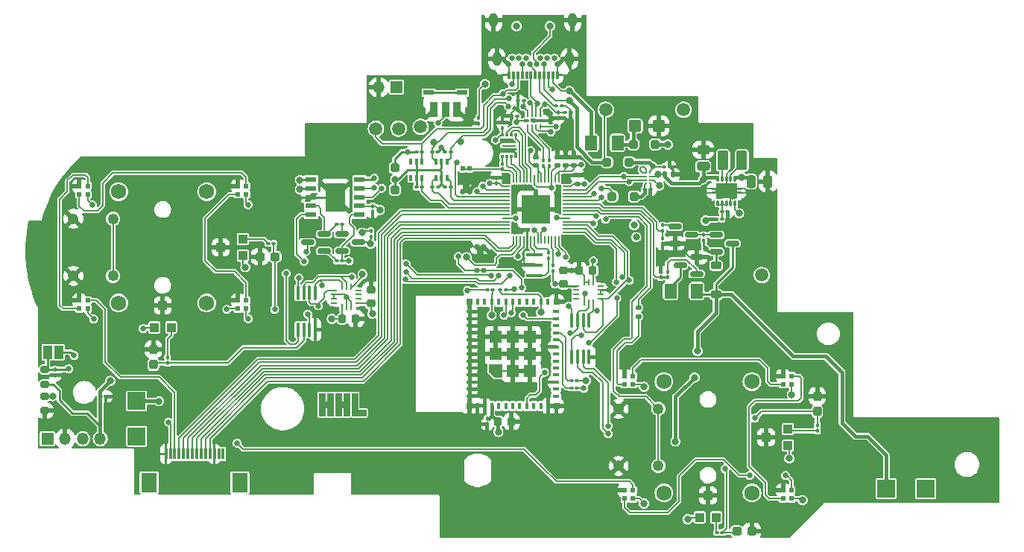
<source format=gbr>
G04 #@! TF.GenerationSoftware,KiCad,Pcbnew,7.0.6*
G04 #@! TF.CreationDate,2023-12-22T13:27:43-08:00*
G04 #@! TF.ProjectId,procon_gcc_main_pcb,70726f63-6f6e-45f6-9763-635f6d61696e,1*
G04 #@! TF.SameCoordinates,Original*
G04 #@! TF.FileFunction,Copper,L1,Top*
G04 #@! TF.FilePolarity,Positive*
%FSLAX46Y46*%
G04 Gerber Fmt 4.6, Leading zero omitted, Abs format (unit mm)*
G04 Created by KiCad (PCBNEW 7.0.6) date 2023-12-22 13:27:43*
%MOMM*%
%LPD*%
G01*
G04 APERTURE LIST*
G04 Aperture macros list*
%AMRoundRect*
0 Rectangle with rounded corners*
0 $1 Rounding radius*
0 $2 $3 $4 $5 $6 $7 $8 $9 X,Y pos of 4 corners*
0 Add a 4 corners polygon primitive as box body*
4,1,4,$2,$3,$4,$5,$6,$7,$8,$9,$2,$3,0*
0 Add four circle primitives for the rounded corners*
1,1,$1+$1,$2,$3*
1,1,$1+$1,$4,$5*
1,1,$1+$1,$6,$7*
1,1,$1+$1,$8,$9*
0 Add four rect primitives between the rounded corners*
20,1,$1+$1,$2,$3,$4,$5,0*
20,1,$1+$1,$4,$5,$6,$7,0*
20,1,$1+$1,$6,$7,$8,$9,0*
20,1,$1+$1,$8,$9,$2,$3,0*%
%AMFreePoly0*
4,1,15,-0.124998,0.730000,0.725000,0.730000,0.728536,0.728536,0.730000,0.725000,0.730000,-0.725000,0.728536,-0.728536,0.725000,-0.730000,-0.725000,-0.730000,-0.728536,-0.728536,-0.730000,-0.725000,-0.730001,0.125000,-0.728536,0.128536,-0.128536,0.728536,-0.125000,0.730001,-0.124998,0.730000,-0.124998,0.730000,$1*%
%AMFreePoly1*
4,1,45,-0.121464,1.703536,-0.120000,1.700000,-0.120000,1.205000,0.120000,1.205000,0.120000,1.700000,0.121464,1.703536,0.125000,1.705000,0.375000,1.705000,0.378536,1.703536,0.380000,1.700000,0.380000,1.205000,0.825000,1.205000,0.828536,1.203536,0.830000,1.200000,0.830000,-1.200000,0.828536,-1.203536,0.825000,-1.205000,0.380000,-1.205000,0.380000,-1.700000,0.378536,-1.703536,
0.375000,-1.705000,0.125000,-1.705000,0.121464,-1.703536,0.120000,-1.700000,0.120000,-1.205000,-0.120000,-1.205000,-0.120000,-1.700000,-0.121464,-1.703536,-0.125000,-1.705000,-0.375000,-1.705000,-0.378536,-1.703536,-0.380000,-1.700000,-0.380000,-1.205000,-0.825000,-1.205000,-0.828536,-1.203536,-0.830000,-1.200000,-0.830000,1.200000,-0.828536,1.203536,-0.825000,1.205000,-0.380000,1.205000,
-0.380000,1.700000,-0.378536,1.703536,-0.375000,1.705000,-0.125000,1.705000,-0.121464,1.703536,-0.121464,1.703536,$1*%
G04 Aperture macros list end*
G04 #@! TA.AperFunction,EtchedComponent*
%ADD10C,0.050000*%
G04 #@! TD*
G04 #@! TA.AperFunction,SMDPad,CuDef*
%ADD11RoundRect,0.100000X0.130000X0.100000X-0.130000X0.100000X-0.130000X-0.100000X0.130000X-0.100000X0*%
G04 #@! TD*
G04 #@! TA.AperFunction,SMDPad,CuDef*
%ADD12RoundRect,0.250000X-0.250000X-0.475000X0.250000X-0.475000X0.250000X0.475000X-0.250000X0.475000X0*%
G04 #@! TD*
G04 #@! TA.AperFunction,SMDPad,CuDef*
%ADD13R,0.950000X1.700000*%
G04 #@! TD*
G04 #@! TA.AperFunction,SMDPad,CuDef*
%ADD14R,0.900000X1.700000*%
G04 #@! TD*
G04 #@! TA.AperFunction,SMDPad,CuDef*
%ADD15R,1.200000X0.600000*%
G04 #@! TD*
G04 #@! TA.AperFunction,SMDPad,CuDef*
%ADD16R,1.000000X1.000000*%
G04 #@! TD*
G04 #@! TA.AperFunction,SMDPad,CuDef*
%ADD17RoundRect,0.100000X0.100000X-0.130000X0.100000X0.130000X-0.100000X0.130000X-0.100000X-0.130000X0*%
G04 #@! TD*
G04 #@! TA.AperFunction,SMDPad,CuDef*
%ADD18RoundRect,0.100000X-0.100000X0.130000X-0.100000X-0.130000X0.100000X-0.130000X0.100000X0.130000X0*%
G04 #@! TD*
G04 #@! TA.AperFunction,SMDPad,CuDef*
%ADD19RoundRect,0.250000X0.250000X0.250000X-0.250000X0.250000X-0.250000X-0.250000X0.250000X-0.250000X0*%
G04 #@! TD*
G04 #@! TA.AperFunction,SMDPad,CuDef*
%ADD20R,0.550000X0.550000*%
G04 #@! TD*
G04 #@! TA.AperFunction,SMDPad,CuDef*
%ADD21RoundRect,0.225000X-0.375000X0.225000X-0.375000X-0.225000X0.375000X-0.225000X0.375000X0.225000X0*%
G04 #@! TD*
G04 #@! TA.AperFunction,SMDPad,CuDef*
%ADD22RoundRect,0.225000X-0.250000X0.225000X-0.250000X-0.225000X0.250000X-0.225000X0.250000X0.225000X0*%
G04 #@! TD*
G04 #@! TA.AperFunction,SMDPad,CuDef*
%ADD23RoundRect,0.140000X0.140000X0.170000X-0.140000X0.170000X-0.140000X-0.170000X0.140000X-0.170000X0*%
G04 #@! TD*
G04 #@! TA.AperFunction,SMDPad,CuDef*
%ADD24RoundRect,0.100000X0.100000X-0.712500X0.100000X0.712500X-0.100000X0.712500X-0.100000X-0.712500X0*%
G04 #@! TD*
G04 #@! TA.AperFunction,SMDPad,CuDef*
%ADD25RoundRect,0.237500X-0.237500X0.300000X-0.237500X-0.300000X0.237500X-0.300000X0.237500X0.300000X0*%
G04 #@! TD*
G04 #@! TA.AperFunction,SMDPad,CuDef*
%ADD26R,0.400000X0.650000*%
G04 #@! TD*
G04 #@! TA.AperFunction,SMDPad,CuDef*
%ADD27RoundRect,0.135000X0.185000X-0.135000X0.185000X0.135000X-0.185000X0.135000X-0.185000X-0.135000X0*%
G04 #@! TD*
G04 #@! TA.AperFunction,SMDPad,CuDef*
%ADD28RoundRect,0.100000X-0.130000X-0.100000X0.130000X-0.100000X0.130000X0.100000X-0.130000X0.100000X0*%
G04 #@! TD*
G04 #@! TA.AperFunction,SMDPad,CuDef*
%ADD29RoundRect,0.237500X0.300000X0.237500X-0.300000X0.237500X-0.300000X-0.237500X0.300000X-0.237500X0*%
G04 #@! TD*
G04 #@! TA.AperFunction,SMDPad,CuDef*
%ADD30RoundRect,0.150000X0.587500X0.150000X-0.587500X0.150000X-0.587500X-0.150000X0.587500X-0.150000X0*%
G04 #@! TD*
G04 #@! TA.AperFunction,ComponentPad*
%ADD31R,2.000000X2.000000*%
G04 #@! TD*
G04 #@! TA.AperFunction,SMDPad,CuDef*
%ADD32RoundRect,0.050000X-0.387500X-0.050000X0.387500X-0.050000X0.387500X0.050000X-0.387500X0.050000X0*%
G04 #@! TD*
G04 #@! TA.AperFunction,SMDPad,CuDef*
%ADD33RoundRect,0.050000X-0.050000X-0.387500X0.050000X-0.387500X0.050000X0.387500X-0.050000X0.387500X0*%
G04 #@! TD*
G04 #@! TA.AperFunction,SMDPad,CuDef*
%ADD34R,3.200000X3.200000*%
G04 #@! TD*
G04 #@! TA.AperFunction,SMDPad,CuDef*
%ADD35C,1.500000*%
G04 #@! TD*
G04 #@! TA.AperFunction,SMDPad,CuDef*
%ADD36R,0.400000X0.800000*%
G04 #@! TD*
G04 #@! TA.AperFunction,SMDPad,CuDef*
%ADD37R,0.800000X0.400000*%
G04 #@! TD*
G04 #@! TA.AperFunction,SMDPad,CuDef*
%ADD38R,1.450000X1.450000*%
G04 #@! TD*
G04 #@! TA.AperFunction,SMDPad,CuDef*
%ADD39R,0.700000X0.700000*%
G04 #@! TD*
G04 #@! TA.AperFunction,SMDPad,CuDef*
%ADD40FreePoly0,90.000000*%
G04 #@! TD*
G04 #@! TA.AperFunction,SMDPad,CuDef*
%ADD41RoundRect,0.140000X0.170000X-0.140000X0.170000X0.140000X-0.170000X0.140000X-0.170000X-0.140000X0*%
G04 #@! TD*
G04 #@! TA.AperFunction,SMDPad,CuDef*
%ADD42RoundRect,0.250000X-0.250000X-0.250000X0.250000X-0.250000X0.250000X0.250000X-0.250000X0.250000X0*%
G04 #@! TD*
G04 #@! TA.AperFunction,SMDPad,CuDef*
%ADD43RoundRect,0.250001X0.462499X0.624999X-0.462499X0.624999X-0.462499X-0.624999X0.462499X-0.624999X0*%
G04 #@! TD*
G04 #@! TA.AperFunction,SMDPad,CuDef*
%ADD44RoundRect,0.007200X-0.112800X0.292800X-0.112800X-0.292800X0.112800X-0.292800X0.112800X0.292800X0*%
G04 #@! TD*
G04 #@! TA.AperFunction,SMDPad,CuDef*
%ADD45FreePoly1,270.000000*%
G04 #@! TD*
G04 #@! TA.AperFunction,SMDPad,CuDef*
%ADD46RoundRect,0.225000X0.225000X0.250000X-0.225000X0.250000X-0.225000X-0.250000X0.225000X-0.250000X0*%
G04 #@! TD*
G04 #@! TA.AperFunction,SMDPad,CuDef*
%ADD47RoundRect,0.150000X-0.587500X-0.150000X0.587500X-0.150000X0.587500X0.150000X-0.587500X0.150000X0*%
G04 #@! TD*
G04 #@! TA.AperFunction,SMDPad,CuDef*
%ADD48C,0.230000*%
G04 #@! TD*
G04 #@! TA.AperFunction,SMDPad,CuDef*
%ADD49R,0.300000X0.400000*%
G04 #@! TD*
G04 #@! TA.AperFunction,HeatsinkPad*
%ADD50R,1.600000X0.200000*%
G04 #@! TD*
G04 #@! TA.AperFunction,SMDPad,CuDef*
%ADD51RoundRect,0.237500X-0.300000X-0.237500X0.300000X-0.237500X0.300000X0.237500X-0.300000X0.237500X0*%
G04 #@! TD*
G04 #@! TA.AperFunction,SMDPad,CuDef*
%ADD52RoundRect,0.250000X0.450000X0.425000X-0.450000X0.425000X-0.450000X-0.425000X0.450000X-0.425000X0*%
G04 #@! TD*
G04 #@! TA.AperFunction,SMDPad,CuDef*
%ADD53R,1.000000X1.500000*%
G04 #@! TD*
G04 #@! TA.AperFunction,ComponentPad*
%ADD54R,1.350000X1.350000*%
G04 #@! TD*
G04 #@! TA.AperFunction,ComponentPad*
%ADD55O,1.350000X1.350000*%
G04 #@! TD*
G04 #@! TA.AperFunction,SMDPad,CuDef*
%ADD56R,1.900000X0.400000*%
G04 #@! TD*
G04 #@! TA.AperFunction,SMDPad,CuDef*
%ADD57RoundRect,0.225000X-0.225000X-0.250000X0.225000X-0.250000X0.225000X0.250000X-0.225000X0.250000X0*%
G04 #@! TD*
G04 #@! TA.AperFunction,SMDPad,CuDef*
%ADD58R,1.300000X0.600000*%
G04 #@! TD*
G04 #@! TA.AperFunction,HeatsinkPad*
%ADD59R,2.300000X3.200000*%
G04 #@! TD*
G04 #@! TA.AperFunction,ComponentPad*
%ADD60C,1.750000*%
G04 #@! TD*
G04 #@! TA.AperFunction,ComponentPad*
%ADD61C,1.250000*%
G04 #@! TD*
G04 #@! TA.AperFunction,SMDPad,CuDef*
%ADD62R,0.500000X0.550000*%
G04 #@! TD*
G04 #@! TA.AperFunction,SMDPad,CuDef*
%ADD63RoundRect,0.140000X-0.170000X0.140000X-0.170000X-0.140000X0.170000X-0.140000X0.170000X0.140000X0*%
G04 #@! TD*
G04 #@! TA.AperFunction,SMDPad,CuDef*
%ADD64R,0.300000X1.300000*%
G04 #@! TD*
G04 #@! TA.AperFunction,SMDPad,CuDef*
%ADD65R,1.800000X2.200000*%
G04 #@! TD*
G04 #@! TA.AperFunction,SMDPad,CuDef*
%ADD66RoundRect,0.200000X-0.275000X0.200000X-0.275000X-0.200000X0.275000X-0.200000X0.275000X0.200000X0*%
G04 #@! TD*
G04 #@! TA.AperFunction,SMDPad,CuDef*
%ADD67R,0.300000X0.900000*%
G04 #@! TD*
G04 #@! TA.AperFunction,ComponentPad*
%ADD68C,0.650000*%
G04 #@! TD*
G04 #@! TA.AperFunction,ComponentPad*
%ADD69O,1.000000X1.600000*%
G04 #@! TD*
G04 #@! TA.AperFunction,SMDPad,CuDef*
%ADD70RoundRect,0.050000X0.075000X-0.225000X0.075000X0.225000X-0.075000X0.225000X-0.075000X-0.225000X0*%
G04 #@! TD*
G04 #@! TA.AperFunction,SMDPad,CuDef*
%ADD71RoundRect,0.050000X0.050000X-0.225000X0.050000X0.225000X-0.050000X0.225000X-0.050000X-0.225000X0*%
G04 #@! TD*
G04 #@! TA.AperFunction,SMDPad,CuDef*
%ADD72RoundRect,0.050000X0.250000X-0.100000X0.250000X0.100000X-0.250000X0.100000X-0.250000X-0.100000X0*%
G04 #@! TD*
G04 #@! TA.AperFunction,SMDPad,CuDef*
%ADD73R,0.745000X0.280000*%
G04 #@! TD*
G04 #@! TA.AperFunction,SMDPad,CuDef*
%ADD74R,0.280000X0.745000*%
G04 #@! TD*
G04 #@! TA.AperFunction,SMDPad,CuDef*
%ADD75RoundRect,0.250000X-0.375000X-0.850000X0.375000X-0.850000X0.375000X0.850000X-0.375000X0.850000X0*%
G04 #@! TD*
G04 #@! TA.AperFunction,SMDPad,CuDef*
%ADD76RoundRect,0.250000X-0.250000X0.250000X-0.250000X-0.250000X0.250000X-0.250000X0.250000X0.250000X0*%
G04 #@! TD*
G04 #@! TA.AperFunction,SMDPad,CuDef*
%ADD77RoundRect,0.200000X0.275000X-0.200000X0.275000X0.200000X-0.275000X0.200000X-0.275000X-0.200000X0*%
G04 #@! TD*
G04 #@! TA.AperFunction,SMDPad,CuDef*
%ADD78RoundRect,0.250000X-0.475000X0.250000X-0.475000X-0.250000X0.475000X-0.250000X0.475000X0.250000X0*%
G04 #@! TD*
G04 #@! TA.AperFunction,ViaPad*
%ADD79C,0.800000*%
G04 #@! TD*
G04 #@! TA.AperFunction,ViaPad*
%ADD80C,0.650000*%
G04 #@! TD*
G04 #@! TA.AperFunction,Conductor*
%ADD81C,0.250000*%
G04 #@! TD*
G04 #@! TA.AperFunction,Conductor*
%ADD82C,0.200000*%
G04 #@! TD*
G04 #@! TA.AperFunction,Conductor*
%ADD83C,0.150000*%
G04 #@! TD*
G04 #@! TA.AperFunction,Conductor*
%ADD84C,0.400000*%
G04 #@! TD*
G04 APERTURE END LIST*
D10*
X118516029Y-136903898D02*
X119469984Y-136903898D01*
X119469984Y-137573267D01*
X117883370Y-137573267D01*
X117883370Y-135020095D01*
X118516029Y-135020095D01*
X118516029Y-136903898D01*
G04 #@! TA.AperFunction,EtchedComponent*
G36*
X118516029Y-136903898D02*
G01*
X119469984Y-136903898D01*
X119469984Y-137573267D01*
X117883370Y-137573267D01*
X117883370Y-135020095D01*
X118516029Y-135020095D01*
X118516029Y-136903898D01*
G37*
G04 #@! TD.AperFunction*
X115750266Y-137573267D02*
X115069405Y-137573267D01*
X115069405Y-136605145D01*
X114829749Y-136605145D01*
X114829749Y-137573267D01*
X114144449Y-137573267D01*
X114144449Y-135020615D01*
X114827463Y-135020095D01*
X114827463Y-135942897D01*
X115069405Y-135942897D01*
X115069405Y-135020095D01*
X115750266Y-135020095D01*
X115750266Y-137573267D01*
G04 #@! TA.AperFunction,EtchedComponent*
G36*
X115750266Y-137573267D02*
G01*
X115069405Y-137573267D01*
X115069405Y-136605145D01*
X114829749Y-136605145D01*
X114829749Y-137573267D01*
X114144449Y-137573267D01*
X114144449Y-135020615D01*
X114827463Y-135020095D01*
X114827463Y-135942897D01*
X115069405Y-135942897D01*
X115069405Y-135020095D01*
X115750266Y-135020095D01*
X115750266Y-137573267D01*
G37*
G04 #@! TD.AperFunction*
X117600266Y-137573267D02*
X116919405Y-137573267D01*
X116919405Y-136605145D01*
X116679749Y-136605145D01*
X116679749Y-137573267D01*
X115994449Y-137573267D01*
X115994449Y-135020615D01*
X116677463Y-135020095D01*
X116677463Y-135942897D01*
X116919405Y-135942897D01*
X116919405Y-135020095D01*
X117600266Y-135020095D01*
X117600266Y-137573267D01*
G04 #@! TA.AperFunction,EtchedComponent*
G36*
X117600266Y-137573267D02*
G01*
X116919405Y-137573267D01*
X116919405Y-136605145D01*
X116679749Y-136605145D01*
X116679749Y-137573267D01*
X115994449Y-137573267D01*
X115994449Y-135020615D01*
X116677463Y-135020095D01*
X116677463Y-135942897D01*
X116919405Y-135942897D01*
X116919405Y-135020095D01*
X117600266Y-135020095D01*
X117600266Y-137573267D01*
G37*
G04 #@! TD.AperFunction*
D11*
X89920000Y-135375000D03*
X89280000Y-135375000D03*
D12*
X163200000Y-110950000D03*
X165100000Y-110950000D03*
D13*
X127208519Y-102740000D03*
D14*
X128483519Y-102740000D03*
D13*
X129758519Y-102740000D03*
D15*
X126583519Y-100840000D03*
X130383519Y-100840000D03*
D16*
X105477000Y-119382600D03*
X105477000Y-117482600D03*
X102977000Y-118432600D03*
D17*
X153166600Y-116563800D03*
X153166600Y-115923800D03*
D18*
X139611100Y-108543094D03*
X139611100Y-109183094D03*
D19*
X149350000Y-108750000D03*
X146850000Y-108750000D03*
D20*
X166845200Y-133997000D03*
X167795200Y-133997000D03*
X167795200Y-133047000D03*
X166845200Y-133047000D03*
D21*
X159237200Y-120476000D03*
X159237200Y-123776000D03*
D22*
X120018689Y-123258755D03*
X120018689Y-124808755D03*
D17*
X153725400Y-121836400D03*
X153725400Y-121196400D03*
D23*
X154356400Y-110163000D03*
X153396400Y-110163000D03*
D17*
X170739623Y-139288477D03*
X170739623Y-138648477D03*
D24*
X111750200Y-127791700D03*
X112400200Y-127791700D03*
X113050200Y-127791700D03*
X113700200Y-127791700D03*
X113700200Y-123566700D03*
X113050200Y-123566700D03*
X112400200Y-123566700D03*
X111750200Y-123566700D03*
D25*
X95317457Y-130017891D03*
X95317457Y-131742891D03*
D26*
X124546600Y-110556100D03*
X125196600Y-110556100D03*
X125846600Y-110556100D03*
X125846600Y-108656100D03*
X125196600Y-108656100D03*
X124546600Y-108656100D03*
D27*
X150418800Y-126290800D03*
X150418800Y-125270800D03*
D28*
X142807000Y-133583600D03*
X143447000Y-133583600D03*
D29*
X163312504Y-150698757D03*
X161587504Y-150698757D03*
D20*
X86902000Y-112407600D03*
X87852000Y-112407600D03*
X87852000Y-111457600D03*
X86902000Y-111457600D03*
D11*
X127660800Y-111612700D03*
X127020800Y-111612700D03*
D30*
X157025100Y-121450400D03*
X157025100Y-119550400D03*
X155150100Y-120500400D03*
D17*
X134950900Y-104884294D03*
X134950900Y-104244294D03*
D31*
X183062000Y-145848750D03*
D32*
X135348200Y-111508094D03*
X135348200Y-111908094D03*
X135348200Y-112308094D03*
X135348200Y-112708094D03*
X135348200Y-113108094D03*
X135348200Y-113508094D03*
X135348200Y-113908094D03*
X135348200Y-114308094D03*
X135348200Y-114708094D03*
X135348200Y-115108094D03*
X135348200Y-115508094D03*
X135348200Y-115908094D03*
X135348200Y-116308094D03*
X135348200Y-116708094D03*
D33*
X136185700Y-117545594D03*
X136585700Y-117545594D03*
X136985700Y-117545594D03*
X137385700Y-117545594D03*
X137785700Y-117545594D03*
X138185700Y-117545594D03*
X138585700Y-117545594D03*
X138985700Y-117545594D03*
X139385700Y-117545594D03*
X139785700Y-117545594D03*
X140185700Y-117545594D03*
X140585700Y-117545594D03*
X140985700Y-117545594D03*
X141385700Y-117545594D03*
D32*
X142223200Y-116708094D03*
X142223200Y-116308094D03*
X142223200Y-115908094D03*
X142223200Y-115508094D03*
X142223200Y-115108094D03*
X142223200Y-114708094D03*
X142223200Y-114308094D03*
X142223200Y-113908094D03*
X142223200Y-113508094D03*
X142223200Y-113108094D03*
X142223200Y-112708094D03*
X142223200Y-112308094D03*
X142223200Y-111908094D03*
X142223200Y-111508094D03*
D33*
X141385700Y-110670594D03*
X140985700Y-110670594D03*
X140585700Y-110670594D03*
X140185700Y-110670594D03*
X139785700Y-110670594D03*
X139385700Y-110670594D03*
X138985700Y-110670594D03*
X138585700Y-110670594D03*
X138185700Y-110670594D03*
X137785700Y-110670594D03*
X137385700Y-110670594D03*
X136985700Y-110670594D03*
X136585700Y-110670594D03*
X136185700Y-110670594D03*
D34*
X138785700Y-114108094D03*
D20*
X104902000Y-125407600D03*
X105852000Y-125407600D03*
X105852000Y-124457600D03*
X104902000Y-124457600D03*
D35*
X146700000Y-102800000D03*
D36*
X132144200Y-136448800D03*
X132944200Y-136448800D03*
X133744200Y-136448800D03*
X134544200Y-136448800D03*
X135344200Y-136448800D03*
X136144200Y-136448800D03*
X136944200Y-136448800D03*
X137744200Y-136448800D03*
X138544200Y-136448800D03*
X139344200Y-136448800D03*
X140144200Y-136448800D03*
D37*
X141044200Y-135348800D03*
X141044200Y-134548800D03*
X141044200Y-133748800D03*
X141044200Y-132948800D03*
X141044200Y-132148800D03*
X141044200Y-131348800D03*
X141044200Y-130548800D03*
X141044200Y-129748800D03*
X141044200Y-128948800D03*
X141044200Y-128148800D03*
X141044200Y-127348800D03*
X141044200Y-126548800D03*
X141044200Y-125748800D03*
D36*
X140144200Y-124648800D03*
X139344200Y-124648800D03*
X138544200Y-124648800D03*
X137744200Y-124648800D03*
X136944200Y-124648800D03*
X136144200Y-124648800D03*
X135344200Y-124648800D03*
X134544200Y-124648800D03*
X133744200Y-124648800D03*
X132944200Y-124648800D03*
X132144200Y-124648800D03*
D37*
X131244200Y-125748800D03*
X131244200Y-126548800D03*
X131244200Y-127348800D03*
X131244200Y-128148800D03*
X131244200Y-128948800D03*
X131244200Y-129748800D03*
X131244200Y-130548800D03*
X131244200Y-131348800D03*
X131244200Y-132148800D03*
X131244200Y-132948800D03*
X131244200Y-133748800D03*
X131244200Y-134548800D03*
X131244200Y-135348800D03*
D38*
X136144200Y-130548800D03*
D39*
X131194200Y-124598800D03*
X141094200Y-124598800D03*
X141094200Y-136498800D03*
X131194200Y-136498800D03*
D38*
X136144200Y-132498800D03*
X138094200Y-132498800D03*
X138094200Y-130548800D03*
X138094200Y-128598800D03*
X136144200Y-128598800D03*
X134194200Y-128598800D03*
X134194200Y-130548800D03*
D40*
X134194200Y-132498800D03*
D41*
X142151100Y-109137294D03*
X142151100Y-108177294D03*
D28*
X125206800Y-111612700D03*
X125846800Y-111612700D03*
D42*
X147441600Y-112649000D03*
X149941600Y-112649000D03*
D43*
X148039338Y-106541120D03*
X145064338Y-106541120D03*
D31*
X93413992Y-139903200D03*
D19*
X152337120Y-106709987D03*
X149837120Y-106709987D03*
D17*
X134251700Y-111164294D03*
X134251700Y-110524294D03*
D35*
X123164600Y-104927400D03*
D18*
X141274800Y-103108800D03*
X141274800Y-103748800D03*
D28*
X125181400Y-107599500D03*
X125821400Y-107599500D03*
D11*
X143447000Y-134396400D03*
X142807000Y-134396400D03*
D18*
X152963400Y-121196400D03*
X152963400Y-121836400D03*
D28*
X116143023Y-119981101D03*
X116783023Y-119981101D03*
D44*
X161400000Y-110600000D03*
X160900000Y-110600000D03*
X160400000Y-110600000D03*
X159900000Y-110600000D03*
X159400000Y-110600000D03*
X159400000Y-113400000D03*
X159900000Y-113400000D03*
X160400000Y-113400000D03*
X160900000Y-113400000D03*
X161400000Y-113400000D03*
D45*
X160400000Y-112000000D03*
D46*
X118314100Y-126547002D03*
X116764100Y-126547002D03*
D16*
X157370200Y-149122000D03*
X159270200Y-149122000D03*
X158320200Y-146622000D03*
D43*
X157041700Y-123393200D03*
X154066700Y-123393200D03*
D47*
X154565900Y-116070600D03*
X154565900Y-117970600D03*
X156440900Y-117020600D03*
D18*
X140322300Y-108543094D03*
X140322300Y-109183094D03*
D48*
X151288800Y-109969400D03*
X151688800Y-109969400D03*
X151288800Y-110369400D03*
X151688800Y-110369400D03*
X151288800Y-110769400D03*
X151688800Y-110769400D03*
X151288800Y-111169400D03*
X151688800Y-111169400D03*
D49*
X134949500Y-108081894D03*
X135449500Y-108081894D03*
X135949500Y-108081894D03*
X136449500Y-108081894D03*
X136449500Y-105681894D03*
X135949500Y-105681894D03*
X135449500Y-105681894D03*
X134949500Y-105681894D03*
D50*
X135699500Y-106881894D03*
D51*
X107418809Y-119497056D03*
X109143809Y-119497056D03*
D28*
X142072400Y-103073200D03*
X142712400Y-103073200D03*
D52*
X152744334Y-104634540D03*
X150044334Y-104634540D03*
D20*
X148845200Y-146997000D03*
X149795200Y-146997000D03*
X149795200Y-146047000D03*
X148845200Y-146047000D03*
D47*
X116744723Y-116922901D03*
X116744723Y-118822901D03*
X118619723Y-117872901D03*
D53*
X83271600Y-130352800D03*
X84571600Y-130352800D03*
D22*
X141938323Y-121038129D03*
X141938323Y-122588129D03*
D54*
X83274400Y-140182600D03*
D55*
X85274400Y-140182600D03*
X87274400Y-140182600D03*
X89274400Y-140182600D03*
D28*
X136738400Y-101752400D03*
X137378400Y-101752400D03*
D17*
X134975600Y-109564094D03*
X134975600Y-108924094D03*
D28*
X116132423Y-115764701D03*
X116772423Y-115764701D03*
D56*
X138595100Y-119236494D03*
X138595100Y-120436494D03*
X138595100Y-121636494D03*
D41*
X143471900Y-111197294D03*
X143471900Y-110237294D03*
D20*
X104902000Y-112407600D03*
X105852000Y-112407600D03*
X105852000Y-111457600D03*
X104902000Y-111457600D03*
D11*
X136641800Y-103505000D03*
X136001800Y-103505000D03*
D57*
X134454600Y-138226800D03*
X136004600Y-138226800D03*
D25*
X170738456Y-135352081D03*
X170738456Y-137077081D03*
D18*
X84175600Y-132329400D03*
X84175600Y-132969400D03*
D20*
X166845200Y-146997000D03*
X167795200Y-146997000D03*
X167795200Y-146047000D03*
X166845200Y-146047000D03*
D26*
X127391400Y-110556100D03*
X128041400Y-110556100D03*
X128691400Y-110556100D03*
X128691400Y-108656100D03*
X128041400Y-108656100D03*
X127391400Y-108656100D03*
D58*
X113227302Y-110726102D03*
X113227302Y-111726102D03*
X113227302Y-112726102D03*
X113227302Y-113726102D03*
X113227302Y-114726102D03*
X118727302Y-114726102D03*
X118727302Y-113726102D03*
X118727302Y-112726102D03*
X118727302Y-111726102D03*
X118727302Y-110726102D03*
D59*
X115977302Y-112726102D03*
D28*
X159325629Y-150847756D03*
X159965629Y-150847756D03*
D60*
X153320200Y-133697000D03*
X153320200Y-146347000D03*
X163320200Y-133697000D03*
X163320200Y-146347000D03*
D61*
X152670200Y-136772000D03*
X152670200Y-143272000D03*
X148170200Y-136772000D03*
X148170200Y-143272000D03*
D30*
X114708123Y-118822901D03*
X114708123Y-116922901D03*
X112833123Y-117872901D03*
D11*
X133873200Y-123266200D03*
X133233200Y-123266200D03*
D62*
X130435400Y-112119800D03*
X131235400Y-112119800D03*
X130435400Y-109469800D03*
X131235400Y-109469800D03*
D16*
X95427000Y-127532600D03*
X97327000Y-127532600D03*
X96377000Y-125032600D03*
D28*
X108365401Y-117977059D03*
X109005401Y-117977059D03*
D57*
X143678194Y-121060800D03*
X145228194Y-121060800D03*
D63*
X143065500Y-108177294D03*
X143065500Y-109137294D03*
D28*
X153353200Y-109274000D03*
X153993200Y-109274000D03*
D17*
X140703300Y-121121094D03*
X140703300Y-120481094D03*
D18*
X120225902Y-113736302D03*
X120225902Y-114376302D03*
D63*
X138747500Y-108179894D03*
X138747500Y-109139894D03*
D54*
X122920000Y-100228400D03*
D55*
X120920000Y-100228400D03*
D35*
X120599200Y-104952800D03*
D63*
X141236700Y-108179894D03*
X141236700Y-109139894D03*
D64*
X96741205Y-141917846D03*
X97241205Y-141917846D03*
X97741205Y-141917846D03*
X98241205Y-141917846D03*
X98741205Y-141917846D03*
X99241205Y-141917846D03*
X99741205Y-141917846D03*
X100241205Y-141917846D03*
X100741205Y-141917846D03*
X101241205Y-141917846D03*
X101741205Y-141917846D03*
X102241205Y-141917846D03*
X102741205Y-141917846D03*
X103241205Y-141917846D03*
D65*
X94841205Y-145167846D03*
X105141205Y-145167846D03*
D47*
X159237200Y-117025600D03*
X159237200Y-118925600D03*
X161112200Y-117975600D03*
D35*
X155545200Y-102799400D03*
X125679200Y-104724200D03*
D66*
X83007200Y-132321800D03*
X83007200Y-133971800D03*
D11*
X127624800Y-107599500D03*
X126984800Y-107599500D03*
D67*
X141210000Y-98835000D03*
X140710000Y-98835000D03*
X140210000Y-98835000D03*
X139710000Y-98835000D03*
X139210000Y-98835000D03*
X138710000Y-98835000D03*
X138210000Y-98835000D03*
X137710000Y-98835000D03*
X137210000Y-98835000D03*
X136710000Y-98835000D03*
X136210000Y-98835000D03*
X135710000Y-98835000D03*
D68*
X135660000Y-97625000D03*
X136060000Y-96925000D03*
X136860000Y-96925000D03*
X137260000Y-97625000D03*
X137660000Y-96925000D03*
X138060000Y-97625000D03*
X138860000Y-97625000D03*
X139260000Y-96925000D03*
X139660000Y-97625000D03*
X140060000Y-96925000D03*
X140860000Y-96925000D03*
X141260000Y-97625000D03*
D69*
X142950000Y-92635000D03*
X142590000Y-97025000D03*
X134330000Y-97025000D03*
X133970000Y-92635000D03*
D70*
X137807000Y-104688000D03*
D71*
X138307000Y-104688000D03*
X138807000Y-104688000D03*
D70*
X139307000Y-104688000D03*
D72*
X139457000Y-104013000D03*
D70*
X139307000Y-103338000D03*
D71*
X138807000Y-103338000D03*
X138307000Y-103338000D03*
D70*
X137807000Y-103338000D03*
D72*
X137657000Y-104013000D03*
D24*
X142865200Y-130915900D03*
X143515200Y-130915900D03*
X144165200Y-130915900D03*
X144815200Y-130915900D03*
X144815200Y-126690900D03*
X144165200Y-126690900D03*
X143515200Y-126690900D03*
X142865200Y-126690900D03*
D62*
X132861000Y-118385200D03*
X132061000Y-118385200D03*
X132861000Y-121035200D03*
X132061000Y-121035200D03*
D28*
X128432600Y-107599500D03*
X129072600Y-107599500D03*
D17*
X140220700Y-119664294D03*
X140220700Y-119024294D03*
D18*
X96933652Y-130932363D03*
X96933652Y-131572363D03*
D17*
X133248400Y-138521400D03*
X133248400Y-137881400D03*
D20*
X86902000Y-125407600D03*
X87852000Y-125407600D03*
X87852000Y-124457600D03*
X86902000Y-124457600D03*
D73*
X146159800Y-124295600D03*
X146159800Y-123795600D03*
X146159800Y-123295600D03*
X146159800Y-122795600D03*
D74*
X145261800Y-122397600D03*
X144761800Y-122397600D03*
X144261800Y-122397600D03*
D73*
X143363800Y-122795600D03*
X143363800Y-123295600D03*
X143363800Y-123795600D03*
X143363800Y-124295600D03*
D74*
X144261800Y-124693600D03*
X144761800Y-124693600D03*
X145261800Y-124693600D03*
D28*
X128443200Y-111612700D03*
X129083200Y-111612700D03*
X151143400Y-111864800D03*
X151783400Y-111864800D03*
D18*
X157840200Y-117030800D03*
X157840200Y-117670800D03*
D73*
X115841200Y-123303600D03*
X115841200Y-123803600D03*
X115841200Y-124303600D03*
X115841200Y-124803600D03*
D74*
X116739200Y-125201600D03*
X117239200Y-125201600D03*
X117739200Y-125201600D03*
D73*
X118637200Y-124803600D03*
X118637200Y-124303600D03*
X118637200Y-123803600D03*
X118637200Y-123303600D03*
D74*
X117739200Y-122905600D03*
X117239200Y-122905600D03*
X116739200Y-122905600D03*
D75*
X160025000Y-108550000D03*
X162175000Y-108550000D03*
D18*
X132257800Y-103718400D03*
X132257800Y-104358400D03*
D60*
X91377000Y-112107600D03*
X91377000Y-124757600D03*
X101377000Y-112107600D03*
X101377000Y-124757600D03*
D61*
X90727000Y-115182600D03*
X90727000Y-121682600D03*
X86227000Y-115182600D03*
X86227000Y-121682600D03*
D11*
X160538077Y-114402950D03*
X159898077Y-114402950D03*
D76*
X122758200Y-109392400D03*
X122758200Y-111892400D03*
D16*
X167420200Y-140972000D03*
X167420200Y-139072000D03*
X164920200Y-140022000D03*
D77*
X83007200Y-137007600D03*
X83007200Y-135357600D03*
D28*
X159258348Y-115214226D03*
X159898348Y-115214226D03*
D20*
X148845200Y-133997000D03*
X149795200Y-133997000D03*
X149795200Y-133047000D03*
X148845200Y-133047000D03*
D17*
X153166600Y-118037000D03*
X153166600Y-117397000D03*
D31*
X93413992Y-135909304D03*
X178562000Y-145848750D03*
D78*
X157782026Y-107324670D03*
X157782026Y-109224670D03*
D35*
X164439600Y-121589800D03*
D28*
X141056400Y-102311200D03*
X141696400Y-102311200D03*
D18*
X120019023Y-116562301D03*
X120019023Y-117202301D03*
D11*
X135346400Y-123266200D03*
X134706400Y-123266200D03*
D79*
X120192800Y-125984000D03*
D80*
X142494000Y-125095000D03*
D79*
X156032200Y-149326600D03*
D80*
X136296400Y-123139200D03*
D79*
X167843200Y-135153400D03*
D80*
X140926929Y-122588129D03*
X120396000Y-110566200D03*
D79*
X169062400Y-147167600D03*
D80*
X111861600Y-121920000D03*
D79*
X134493000Y-139395200D03*
X119006702Y-116774102D03*
D80*
X136448800Y-115112800D03*
X106095800Y-126542800D03*
X138208690Y-107452022D03*
X94157800Y-127660400D03*
X138620500Y-116483094D03*
D79*
X122783600Y-110693200D03*
D80*
X144297400Y-111201200D03*
D79*
X151053800Y-147548600D03*
D80*
X145313400Y-119964200D03*
X88519000Y-126568200D03*
X106070400Y-113588800D03*
X134213600Y-106222800D03*
X88392000Y-113614200D03*
X133553200Y-111150400D03*
D79*
X115595400Y-126568200D03*
X167563800Y-142417800D03*
X105765600Y-120675400D03*
X161862120Y-114560361D03*
X121031000Y-114173000D03*
D80*
X136555272Y-104215215D03*
X141122400Y-115062000D03*
D79*
X162175896Y-110478591D03*
D80*
X97053400Y-138303000D03*
X131013200Y-123317000D03*
D79*
X155550000Y-102800000D03*
D80*
X143891000Y-109042200D03*
D79*
X151053800Y-134289800D03*
D80*
X142824200Y-121038129D03*
D79*
X159607099Y-112015147D03*
D80*
X137072363Y-121131594D03*
D79*
X161199272Y-112009786D03*
D80*
X96520000Y-139039600D03*
D79*
X131191000Y-118135400D03*
D80*
X134277100Y-107339094D03*
X102412800Y-140462000D03*
X111836200Y-113030000D03*
X150266400Y-119405400D03*
X132892800Y-110591600D03*
X120421400Y-115366800D03*
X142138400Y-107492800D03*
X140588129Y-103784400D03*
D79*
X165227000Y-112242600D03*
D80*
X138988800Y-122834400D03*
X153238200Y-119176800D03*
X147040600Y-123240800D03*
X117246400Y-124079000D03*
D79*
X131394200Y-104241600D03*
D80*
X144297400Y-110109000D03*
X138214403Y-106526609D03*
X138785600Y-114096800D03*
D79*
X95961200Y-135915400D03*
X157124400Y-130225800D03*
X154635200Y-140487400D03*
X156794200Y-133223000D03*
D80*
X124231400Y-107599500D03*
X128016000Y-107091500D03*
D79*
X142570200Y-100660200D03*
D80*
X139661900Y-116432294D03*
X140552529Y-111680482D03*
X135661400Y-102387400D03*
X136093200Y-99923600D03*
D79*
X125722725Y-104956086D03*
X130199837Y-106444519D03*
X127177237Y-106529446D03*
X123215400Y-105206800D03*
D80*
X140589000Y-100482400D03*
X135686800Y-101523800D03*
X138105188Y-102039497D03*
D79*
X136575800Y-93294200D03*
D80*
X139802765Y-102180015D03*
X145338800Y-112369600D03*
X158055736Y-118612955D03*
D79*
X164401500Y-121678700D03*
X157782026Y-110690426D03*
X152657200Y-110163000D03*
X153750000Y-106750000D03*
X158055736Y-115366800D03*
D80*
X152027395Y-109166476D03*
D79*
X90424000Y-133604000D03*
X152784200Y-111407600D03*
D80*
X138957046Y-102068159D03*
D79*
X140360400Y-93294200D03*
D80*
X135026400Y-100965000D03*
D79*
X120599200Y-105257600D03*
X132969000Y-99872800D03*
D80*
X112852200Y-126009400D03*
X109093000Y-125476000D03*
X146989800Y-139623800D03*
X160248600Y-143586200D03*
X146989800Y-138709400D03*
X163626800Y-137845800D03*
X167132000Y-144373600D03*
X163042600Y-144348200D03*
X136753600Y-119430800D03*
X133705600Y-121640600D03*
X124028200Y-120319800D03*
X114054979Y-125077210D03*
X149387551Y-122193703D03*
X103657400Y-125476000D03*
X104825800Y-140690600D03*
X129794000Y-108762800D03*
X127641468Y-104273468D03*
X132723174Y-111472425D03*
X146253200Y-111709200D03*
X146685000Y-115239800D03*
X86309200Y-130708400D03*
X123948748Y-122066958D03*
X135813800Y-121640600D03*
D79*
X119075200Y-121488200D03*
D80*
X142113000Y-119532400D03*
X147955000Y-124206000D03*
X147929600Y-122377200D03*
X117830600Y-121793000D03*
X142671800Y-128168400D03*
X144754600Y-129235200D03*
X148590000Y-121793000D03*
X145745200Y-125628400D03*
X114477800Y-122707400D03*
X141325600Y-119151400D03*
X124028200Y-121259600D03*
X134569200Y-121666000D03*
X110413800Y-121412000D03*
X143891000Y-128447800D03*
X145585161Y-114913733D03*
X144373600Y-123698000D03*
X145294367Y-115729088D03*
D79*
X142544800Y-101727000D03*
D80*
X137367240Y-102463027D03*
X132089527Y-112088469D03*
X144221200Y-134467600D03*
X117551200Y-119964200D03*
D79*
X130911600Y-119557800D03*
D80*
X139750800Y-132638800D03*
D79*
X119983925Y-118022388D03*
D80*
X137337800Y-126161800D03*
X137160000Y-122986800D03*
X112649000Y-118922800D03*
X129971800Y-119481600D03*
D79*
X150164800Y-117271800D03*
D80*
X148767800Y-110369400D03*
D79*
X139344400Y-125831600D03*
D80*
X149377400Y-110972600D03*
D79*
X149936200Y-115900200D03*
X133731000Y-126136400D03*
D80*
X112420400Y-120015000D03*
D79*
X144475200Y-133578600D03*
D80*
X140470827Y-105311470D03*
D79*
X111963200Y-110777800D03*
D80*
X141058451Y-104693756D03*
D79*
X111963200Y-111827800D03*
D80*
X135991600Y-125857000D03*
X121234200Y-111709200D03*
X120370600Y-111658400D03*
X135153400Y-126136400D03*
X85699600Y-132232400D03*
D79*
X83870800Y-135331200D03*
D80*
X146174359Y-112798690D03*
D81*
X87827907Y-137275000D02*
X89274400Y-138721493D01*
X86125000Y-137275000D02*
X87827907Y-137275000D01*
X84632800Y-135782800D02*
X86125000Y-137275000D01*
X84632800Y-134670800D02*
X84632800Y-135782800D01*
X83007200Y-133971800D02*
X83933800Y-133971800D01*
X83933800Y-133971800D02*
X84632800Y-134670800D01*
X126583519Y-100840000D02*
X130383519Y-100840000D01*
X124175500Y-109606100D02*
X125196600Y-109606100D01*
D82*
X149795200Y-146997000D02*
X150502200Y-146997000D01*
X120018689Y-124808755D02*
X120018689Y-125809889D01*
D83*
X105852000Y-113370400D02*
X106070400Y-113588800D01*
D82*
X167795200Y-133997000D02*
X167795200Y-135105400D01*
X145228194Y-120049406D02*
X145313400Y-119964200D01*
D83*
X119218503Y-116562301D02*
X119006702Y-116774102D01*
D81*
X128041400Y-110556100D02*
X128041400Y-111210900D01*
X127812800Y-109606100D02*
X128041400Y-109377500D01*
D82*
X134950900Y-104884294D02*
X134950900Y-105680494D01*
X138747500Y-109139894D02*
X138985700Y-109378094D01*
D84*
X162300000Y-110502417D02*
X161487325Y-110502417D01*
X133248400Y-137881400D02*
X133390600Y-137881400D01*
D83*
X120019023Y-116562301D02*
X119218503Y-116562301D01*
D84*
X133744200Y-137516400D02*
X133749900Y-137522100D01*
D83*
X87852000Y-125901200D02*
X88519000Y-126568200D01*
D82*
X142151100Y-109137294D02*
X143065500Y-109137294D01*
D83*
X97241205Y-138490805D02*
X97053400Y-138303000D01*
D82*
X156236800Y-149122000D02*
X157370200Y-149122000D01*
D81*
X128041400Y-111210900D02*
X128443200Y-111612700D01*
D84*
X133749900Y-137522100D02*
X134454600Y-138226800D01*
D83*
X142223200Y-111508094D02*
X142731900Y-111508094D01*
D81*
X128041400Y-109377500D02*
X128041400Y-108656100D01*
D83*
X87852000Y-125407600D02*
X87852000Y-125901200D01*
X140926929Y-122588129D02*
X141938323Y-122588129D01*
D82*
X142223200Y-115108094D02*
X141168494Y-115108094D01*
D83*
X143042700Y-111197294D02*
X143471900Y-111197294D01*
D82*
X116739200Y-125201600D02*
X116739200Y-126522102D01*
D83*
X135348200Y-115108094D02*
X136444094Y-115108094D01*
D82*
X145261800Y-122397600D02*
X145261800Y-121094406D01*
D84*
X162752417Y-110502417D02*
X162300000Y-110502417D01*
D83*
X135346400Y-123266200D02*
X136169400Y-123266200D01*
X87852000Y-113074200D02*
X88392000Y-113614200D01*
D82*
X139385700Y-110670594D02*
X139385700Y-110075894D01*
X141168494Y-115108094D02*
X141122400Y-115062000D01*
D81*
X118727302Y-110726102D02*
X120236098Y-110726102D01*
D82*
X105477000Y-120386800D02*
X105765600Y-120675400D01*
D84*
X134454600Y-139356800D02*
X134493000Y-139395200D01*
D81*
X143363800Y-122795600D02*
X142145794Y-122795600D01*
D82*
X167795200Y-135105400D02*
X167843200Y-135153400D01*
D84*
X133744200Y-136448800D02*
X133744200Y-137516400D01*
D81*
X123088400Y-110693200D02*
X124175500Y-109606100D01*
D82*
X141871700Y-109752094D02*
X142151100Y-109472694D01*
X143065500Y-109137294D02*
X143065500Y-109523494D01*
D83*
X120225902Y-113736302D02*
X118737502Y-113736302D01*
X105852000Y-112407600D02*
X105852000Y-113370400D01*
D82*
X140985700Y-110670594D02*
X140985700Y-110206294D01*
D81*
X127812800Y-109606100D02*
X128041400Y-109834700D01*
D82*
X120018689Y-125809889D02*
X120192800Y-125984000D01*
X167563800Y-141115600D02*
X167563800Y-142417800D01*
X145261800Y-121094406D02*
X145228194Y-121060800D01*
D83*
X142865200Y-126690900D02*
X142865200Y-125466200D01*
D82*
X143065500Y-109523494D02*
X142836900Y-109752094D01*
D83*
X135348200Y-111508094D02*
X134940900Y-111508094D01*
D82*
X95427000Y-127532600D02*
X94285600Y-127532600D01*
X150761000Y-133997000D02*
X151053800Y-134289800D01*
X167420200Y-140972000D02*
X167563800Y-141115600D01*
D84*
X162199722Y-110502417D02*
X162175896Y-110478591D01*
D83*
X118737502Y-113736302D02*
X118727302Y-113726102D01*
D82*
X141385700Y-110670594D02*
X141385700Y-109806294D01*
X137967500Y-107693212D02*
X138208690Y-107452022D01*
D83*
X144293494Y-111197294D02*
X144297400Y-111201200D01*
D82*
X138985700Y-109675894D02*
X138985700Y-110670594D01*
D81*
X125196600Y-111602500D02*
X125206800Y-111612700D01*
D82*
X149795200Y-133997000D02*
X150761000Y-133997000D01*
X161400000Y-113400000D02*
X161400000Y-114098241D01*
D83*
X111750200Y-122031400D02*
X111861600Y-121920000D01*
X136757487Y-104013000D02*
X136555272Y-104215215D01*
X121031000Y-114173000D02*
X120594302Y-113736302D01*
X105852000Y-126299000D02*
X106095800Y-126542800D01*
D82*
X167795200Y-146997000D02*
X168891800Y-146997000D01*
D83*
X136444094Y-115108094D02*
X136448800Y-115112800D01*
D82*
X138747500Y-109139894D02*
X138440100Y-109139894D01*
D83*
X136641800Y-103505000D02*
X136641800Y-104128687D01*
D81*
X125196600Y-108656100D02*
X125196600Y-109606100D01*
D83*
X133567094Y-111164294D02*
X133553200Y-111150400D01*
D82*
X120013534Y-124803600D02*
X120018689Y-124808755D01*
D83*
X142865200Y-125466200D02*
X142494000Y-125095000D01*
D81*
X128041400Y-111232100D02*
X127660800Y-111612700D01*
D82*
X116764100Y-126547002D02*
X116742902Y-126568200D01*
X142836900Y-109752094D02*
X141871700Y-109752094D01*
X150502200Y-146997000D02*
X151053800Y-147548600D01*
D83*
X105852000Y-125407600D02*
X105852000Y-126299000D01*
D82*
X116742902Y-126568200D02*
X115595400Y-126568200D01*
D84*
X162300000Y-110502417D02*
X162199722Y-110502417D01*
D83*
X140703300Y-121121094D02*
X140703300Y-122364500D01*
D82*
X138440100Y-109139894D02*
X137967500Y-108667294D01*
X145228194Y-121060800D02*
X145228194Y-120049406D01*
X134213600Y-106222800D02*
X134754506Y-105681894D01*
D81*
X122783600Y-110693200D02*
X122783600Y-111867000D01*
D83*
X134597100Y-111164294D02*
X134251700Y-111164294D01*
X134251700Y-111164294D02*
X133567094Y-111164294D01*
X136641800Y-104128687D02*
X136555272Y-104215215D01*
D81*
X125196600Y-110556100D02*
X125196600Y-111602500D01*
D83*
X133233200Y-123266200D02*
X131064000Y-123266200D01*
D82*
X141439900Y-109752094D02*
X141871700Y-109752094D01*
D84*
X134454600Y-138226800D02*
X134454600Y-139356800D01*
D82*
X118637200Y-124803600D02*
X120013534Y-124803600D01*
X134754506Y-105681894D02*
X134949500Y-105681894D01*
X94285600Y-127532600D02*
X94157800Y-127660400D01*
X139385700Y-110075894D02*
X138985700Y-109675894D01*
X168891800Y-146997000D02*
X169062400Y-147167600D01*
X138985700Y-116848294D02*
X138620500Y-116483094D01*
X134950900Y-105680494D02*
X134949500Y-105681894D01*
X161400000Y-114098241D02*
X161862120Y-114560361D01*
D84*
X163200000Y-110950000D02*
X162752417Y-110502417D01*
D83*
X136169400Y-123266200D02*
X136296400Y-123139200D01*
D81*
X128041400Y-109834700D02*
X128041400Y-110556100D01*
D82*
X140985700Y-110206294D02*
X141439900Y-109752094D01*
X156032200Y-149326600D02*
X156236800Y-149122000D01*
D83*
X134940900Y-111508094D02*
X134597100Y-111164294D01*
X131064000Y-123266200D02*
X131013200Y-123317000D01*
X137657000Y-104013000D02*
X136757487Y-104013000D01*
D82*
X116739200Y-126522102D02*
X116764100Y-126547002D01*
D83*
X142731900Y-111508094D02*
X143042700Y-111197294D01*
X97241205Y-141917846D02*
X97241205Y-138490805D01*
D81*
X125196600Y-109606100D02*
X127812800Y-109606100D01*
X128041400Y-110556100D02*
X128041400Y-111232100D01*
D82*
X137967500Y-108667294D02*
X137967500Y-107693212D01*
D83*
X143471900Y-111197294D02*
X144293494Y-111197294D01*
D81*
X142145794Y-122795600D02*
X141938323Y-122588129D01*
D84*
X133390600Y-137881400D02*
X133749900Y-137522100D01*
D82*
X143795906Y-109137294D02*
X143891000Y-109042200D01*
X105477000Y-119382600D02*
X105477000Y-120386800D01*
X143065500Y-109137294D02*
X143795906Y-109137294D01*
D81*
X120236098Y-110726102D02*
X120396000Y-110566200D01*
X122783600Y-111867000D02*
X122758200Y-111892400D01*
D83*
X120594302Y-113736302D02*
X120225902Y-113736302D01*
D82*
X142151100Y-109472694D02*
X142151100Y-109137294D01*
X138985700Y-117545594D02*
X138985700Y-116848294D01*
D81*
X122783600Y-110693200D02*
X123088400Y-110693200D01*
D82*
X141385700Y-109806294D02*
X141439900Y-109752094D01*
D83*
X140703300Y-122364500D02*
X140926929Y-122588129D01*
D81*
X125196600Y-109606100D02*
X125196600Y-110556100D01*
D83*
X87852000Y-112407600D02*
X87852000Y-113074200D01*
X111750200Y-123566700D02*
X111750200Y-122031400D01*
D82*
X138985700Y-109378094D02*
X138985700Y-109675894D01*
D83*
X142824200Y-121038129D02*
X143655523Y-121038129D01*
X146159800Y-123295600D02*
X146985800Y-123295600D01*
D81*
X113227302Y-112726102D02*
X112140098Y-112726102D01*
D83*
X96741205Y-139260805D02*
X96520000Y-139039600D01*
D82*
X156229800Y-119550400D02*
X157025100Y-119550400D01*
X136001800Y-103505000D02*
X135128000Y-103505000D01*
X131235400Y-111741000D02*
X132384800Y-110591600D01*
X155706600Y-118290600D02*
X155706600Y-119027200D01*
D83*
X141938323Y-121038129D02*
X142824200Y-121038129D01*
D82*
X160400000Y-110600000D02*
X160400000Y-110133501D01*
D81*
X120225902Y-114376302D02*
X120225902Y-115171302D01*
D82*
X138785700Y-114108094D02*
X138785700Y-114096900D01*
X154565900Y-117970600D02*
X154499500Y-118037000D01*
X130435400Y-112196000D02*
X131235400Y-112196000D01*
D83*
X137072363Y-121131594D02*
X137072363Y-120508831D01*
X134251700Y-110524294D02*
X132960106Y-110524294D01*
D82*
X117739200Y-125201600D02*
X117739200Y-124571800D01*
X117239200Y-125201600D02*
X117239200Y-124086200D01*
D83*
X144169106Y-110237294D02*
X144297400Y-110109000D01*
D82*
X160153227Y-111753227D02*
X157903469Y-111753227D01*
D83*
X144261800Y-121644406D02*
X144261800Y-122397600D01*
X152963400Y-119451600D02*
X153238200Y-119176800D01*
X137370100Y-120211094D02*
X137370100Y-118914766D01*
D82*
X136001800Y-103190000D02*
X136738400Y-102453400D01*
X155706600Y-119027200D02*
X156229800Y-119550400D01*
D83*
X96741205Y-141917846D02*
X96741205Y-139260805D01*
X160900000Y-112500000D02*
X160400000Y-112000000D01*
X102241205Y-140633595D02*
X102412800Y-140462000D01*
X142151100Y-107505500D02*
X142138400Y-107492800D01*
X137595500Y-120436494D02*
X137370100Y-120211094D01*
D82*
X132061000Y-118385200D02*
X132861000Y-118385200D01*
X160400000Y-112000000D02*
X160652382Y-112252382D01*
D83*
X115841200Y-123803600D02*
X115841200Y-124303600D01*
D82*
X141210000Y-97675000D02*
X141260000Y-97625000D01*
D83*
X132960106Y-110524294D02*
X132892800Y-110591600D01*
D82*
X160652382Y-112252382D02*
X162645442Y-112252382D01*
X136738400Y-102453400D02*
X136738400Y-101752400D01*
D83*
X151783400Y-111264000D02*
X151688800Y-111169400D01*
X116971000Y-123803600D02*
X117246400Y-124079000D01*
X146159800Y-123795600D02*
X146159800Y-123295600D01*
D81*
X135445500Y-107491494D02*
X134429500Y-107491494D01*
D83*
X141696400Y-102311200D02*
X142163800Y-102311200D01*
D82*
X160649553Y-111750447D02*
X162500239Y-111750447D01*
X131235400Y-112196000D02*
X131235400Y-111741000D01*
X162500239Y-111750447D02*
X162731008Y-111981216D01*
D83*
X142712400Y-102859800D02*
X142712400Y-103073200D01*
D82*
X136001800Y-103505000D02*
X136001800Y-103190000D01*
D83*
X140359529Y-104013000D02*
X139457000Y-104013000D01*
X143678194Y-121060800D02*
X144261800Y-121644406D01*
D82*
X160400000Y-110133501D02*
X160794431Y-109739070D01*
X141210000Y-98835000D02*
X141210000Y-97675000D01*
D83*
X152963400Y-121196400D02*
X152963400Y-119451600D01*
D81*
X154356400Y-109637200D02*
X153993200Y-109274000D01*
D83*
X143655523Y-121038129D02*
X143678194Y-121060800D01*
D82*
X134950900Y-103682100D02*
X134950900Y-104244294D01*
D83*
X137370100Y-118914766D02*
X137785700Y-118499166D01*
D82*
X138785700Y-114096900D02*
X138785600Y-114096800D01*
D81*
X138858690Y-108068704D02*
X138858690Y-107170896D01*
D83*
X142846871Y-121060800D02*
X142824200Y-121038129D01*
D82*
X154565900Y-117970600D02*
X155386600Y-117970600D01*
D83*
X131587200Y-104434600D02*
X131394200Y-104241600D01*
X143678194Y-121060800D02*
X142846871Y-121060800D01*
X144761800Y-122397600D02*
X144261800Y-122397600D01*
X142151100Y-108177294D02*
X143065500Y-108177294D01*
D82*
X160400000Y-112000000D02*
X160157148Y-112242852D01*
D83*
X141274800Y-103748800D02*
X140623729Y-103748800D01*
X132334000Y-104434600D02*
X131587200Y-104434600D01*
X160400000Y-112000000D02*
X160384853Y-112015147D01*
D81*
X113227302Y-112726102D02*
X115977302Y-112726102D01*
X138747500Y-108179894D02*
X138858690Y-108068704D01*
D83*
X151783400Y-111864800D02*
X151783400Y-111264000D01*
X140588129Y-103784400D02*
X140359529Y-104013000D01*
X146985800Y-123295600D02*
X147040600Y-123240800D01*
D82*
X160400000Y-112000000D02*
X160649553Y-111750447D01*
D81*
X136449500Y-108081894D02*
X136449500Y-107708094D01*
D82*
X155386600Y-117970600D02*
X155706600Y-118290600D01*
D81*
X112140098Y-112726102D02*
X111836200Y-113030000D01*
X136334500Y-107593094D02*
X136232900Y-107491494D01*
D83*
X140623729Y-103748800D02*
X140588129Y-103784400D01*
D82*
X160400000Y-112000000D02*
X160153227Y-111753227D01*
D83*
X142148500Y-108179894D02*
X142151100Y-108177294D01*
X142151100Y-108177294D02*
X142151100Y-107505500D01*
X160409786Y-112009786D02*
X161199272Y-112009786D01*
D82*
X153166600Y-118037000D02*
X153166600Y-119105200D01*
D81*
X134429500Y-107491494D02*
X134277100Y-107339094D01*
D83*
X160900000Y-113400000D02*
X160900000Y-112500000D01*
D82*
X160400000Y-110600000D02*
X160400000Y-112000000D01*
X131440800Y-118385200D02*
X131191000Y-118135400D01*
D81*
X136449500Y-107708094D02*
X136334500Y-107593094D01*
D83*
X137072363Y-120508831D02*
X137370100Y-120211094D01*
D82*
X160157148Y-112242852D02*
X158024982Y-112242852D01*
X135128000Y-103505000D02*
X134950900Y-103682100D01*
X154499500Y-118037000D02*
X153166600Y-118037000D01*
D83*
X138595100Y-120436494D02*
X137595500Y-120436494D01*
X141236700Y-108179894D02*
X142148500Y-108179894D01*
D81*
X154356400Y-110163000D02*
X154356400Y-109637200D01*
D82*
X117739200Y-124571800D02*
X117246400Y-124079000D01*
D83*
X137785700Y-118499166D02*
X137785700Y-117545594D01*
D81*
X120225902Y-115171302D02*
X120421400Y-115366800D01*
D82*
X132061000Y-118385200D02*
X131440800Y-118385200D01*
X132384800Y-110591600D02*
X132892800Y-110591600D01*
D83*
X143471900Y-110237294D02*
X144169106Y-110237294D01*
D82*
X135710000Y-98835000D02*
X135710000Y-97675000D01*
D83*
X160384853Y-112015147D02*
X159607099Y-112015147D01*
D82*
X134194200Y-132498800D02*
X136144200Y-132498800D01*
D81*
X136232900Y-107491494D02*
X135445500Y-107491494D01*
D83*
X102241205Y-141917846D02*
X102241205Y-140633595D01*
D81*
X138858690Y-107170896D02*
X138214403Y-106526609D01*
D82*
X117239200Y-124086200D02*
X117246400Y-124079000D01*
D83*
X115841200Y-123803600D02*
X116971000Y-123803600D01*
D82*
X135710000Y-97675000D02*
X135660000Y-97625000D01*
D83*
X160400000Y-112000000D02*
X160409786Y-112009786D01*
D82*
X153166600Y-119105200D02*
X153238200Y-119176800D01*
D83*
X142163800Y-102311200D02*
X142712400Y-102859800D01*
X91567000Y-133197600D02*
X96012000Y-133197600D01*
X87852000Y-124457600D02*
X88821400Y-124457600D01*
X97741205Y-134926805D02*
X97741205Y-141917846D01*
X89839800Y-131470400D02*
X91567000Y-133197600D01*
X88821400Y-124457600D02*
X89839800Y-125476000D01*
X89839800Y-125476000D02*
X89839800Y-131470400D01*
X96012000Y-133197600D02*
X97741205Y-134926805D01*
D84*
X176453800Y-139903200D02*
X175056800Y-139903200D01*
X157124400Y-130225800D02*
X157124400Y-127965200D01*
D81*
X161112200Y-117975600D02*
X161112200Y-120733600D01*
D84*
X159237200Y-125852400D02*
X159237200Y-123776000D01*
X173558200Y-138404600D02*
X173558200Y-132664200D01*
X167995600Y-130810000D02*
X160961600Y-123776000D01*
D81*
X157424500Y-123776000D02*
X157041700Y-123393200D01*
D84*
X154635200Y-135382000D02*
X156794200Y-133223000D01*
D81*
X159237200Y-123776000D02*
X157424500Y-123776000D01*
X161112200Y-120733600D02*
X159237200Y-122608600D01*
D84*
X157124400Y-127965200D02*
X159237200Y-125852400D01*
X175056800Y-139903200D02*
X173558200Y-138404600D01*
X173558200Y-132664200D02*
X171704000Y-130810000D01*
X154635200Y-140487400D02*
X154635200Y-135382000D01*
X160961600Y-123776000D02*
X159237200Y-123776000D01*
X171704000Y-130810000D02*
X167995600Y-130810000D01*
X178562000Y-142011400D02*
X176453800Y-139903200D01*
D81*
X159237200Y-122608600D02*
X159237200Y-123776000D01*
D84*
X178562000Y-145848750D02*
X178562000Y-142011400D01*
X95955104Y-135909304D02*
X95961200Y-135915400D01*
X93413992Y-135909304D02*
X95955104Y-135909304D01*
D81*
X128432600Y-107508100D02*
X128016000Y-107091500D01*
X124231400Y-107599500D02*
X125181400Y-107599500D01*
X128016000Y-107091500D02*
X128016000Y-107208300D01*
X123489700Y-107599500D02*
X124231400Y-107599500D01*
X128016000Y-107208300D02*
X127624800Y-107599500D01*
X122758200Y-108331000D02*
X123489700Y-107599500D01*
X122758200Y-109392400D02*
X122758200Y-108331000D01*
X128432600Y-107599500D02*
X128432600Y-107508100D01*
D82*
X141655800Y-100660200D02*
X140710000Y-99714400D01*
D84*
X145064338Y-103027338D02*
X142697200Y-100660200D01*
D82*
X140710000Y-99714400D02*
X140710000Y-98835000D01*
D84*
X142697200Y-100660200D02*
X142570200Y-100660200D01*
D82*
X142570200Y-100660200D02*
X141655800Y-100660200D01*
D84*
X145064338Y-106541120D02*
X145064338Y-103027338D01*
D83*
X138585700Y-111292094D02*
X138899900Y-111606294D01*
D82*
X141236700Y-109167894D02*
X141236700Y-109139894D01*
X140585700Y-109818894D02*
X141236700Y-109167894D01*
D83*
X140585700Y-111317494D02*
X140585700Y-110670594D01*
X140423900Y-111479294D02*
X140585700Y-111317494D01*
D82*
X140585700Y-110670594D02*
X140585700Y-109818894D01*
X139385700Y-116708494D02*
X139661900Y-116432294D01*
X139385700Y-117545594D02*
X139385700Y-116708494D01*
D83*
X140552529Y-111607923D02*
X140552529Y-111680482D01*
X138899900Y-111606294D02*
X140296900Y-111606294D01*
X140296900Y-111606294D02*
X140423900Y-111479294D01*
X138585700Y-110670594D02*
X138585700Y-111292094D01*
X140423900Y-111479294D02*
X140552529Y-111607923D01*
D82*
X138941700Y-118582294D02*
X138585700Y-118226294D01*
X138585700Y-118226294D02*
X138585700Y-117545594D01*
X140008500Y-118582294D02*
X138941700Y-118582294D01*
X140220700Y-118794494D02*
X140008500Y-118582294D01*
X140220700Y-119024294D02*
X140220700Y-118794494D01*
X135280400Y-102006400D02*
X135661400Y-102387400D01*
X134289800Y-102006400D02*
X134874000Y-102006400D01*
X133629400Y-102666800D02*
X134061200Y-102235000D01*
X130200400Y-106019600D02*
X130454400Y-105765600D01*
X132892800Y-105765600D02*
X133375400Y-105283000D01*
X130035300Y-106184700D02*
X130199837Y-106349237D01*
X132410200Y-105765600D02*
X132892800Y-105765600D01*
X129072600Y-108274900D02*
X128691400Y-108656100D01*
X133629400Y-105029000D02*
X133629400Y-103606600D01*
X134061200Y-102235000D02*
X134289800Y-102006400D01*
X130454400Y-105765600D02*
X132410200Y-105765600D01*
X129072600Y-107599500D02*
X129072600Y-107147400D01*
X129072600Y-107599500D02*
X129072600Y-108274900D01*
X130035300Y-106184700D02*
X130200400Y-106019600D01*
X130199837Y-106349237D02*
X130199837Y-106444519D01*
D83*
X136210000Y-98835000D02*
X136210000Y-99806800D01*
D82*
X134874000Y-102006400D02*
X135280400Y-102006400D01*
D83*
X136210000Y-99806800D02*
X136093200Y-99923600D01*
D82*
X133629400Y-103606600D02*
X133629400Y-102666800D01*
X129072600Y-107147400D02*
X130035300Y-106184700D01*
X133375400Y-105283000D02*
X133629400Y-105029000D01*
X126984800Y-107599500D02*
X126984800Y-107152400D01*
X134112000Y-101600000D02*
X134721600Y-101600000D01*
D83*
X140210000Y-100103400D02*
X140210000Y-98835000D01*
D82*
X133223000Y-104869714D02*
X133223000Y-104140000D01*
X126984800Y-108249500D02*
X127391400Y-108656100D01*
X135610600Y-101600000D02*
X135686800Y-101523800D01*
X123164600Y-104927400D02*
X123164600Y-105156000D01*
X127812800Y-106324400D02*
X128778000Y-105359200D01*
X130784600Y-105359200D02*
X132733514Y-105359200D01*
X123164600Y-105156000D02*
X123215400Y-105206800D01*
X133143357Y-104949357D02*
X133223000Y-104869714D01*
X133223000Y-102489000D02*
X133731000Y-101981000D01*
X126984800Y-107599500D02*
X126984800Y-108249500D01*
X128778000Y-105359200D02*
X130784600Y-105359200D01*
X132733514Y-105359200D02*
X133143357Y-104949357D01*
X133731000Y-101981000D02*
X134112000Y-101600000D01*
X126984800Y-107152400D02*
X127609600Y-106527600D01*
X127607754Y-106529446D02*
X127177237Y-106529446D01*
X127609600Y-106527600D02*
X127812800Y-106324400D01*
D83*
X140589000Y-100482400D02*
X140210000Y-100103400D01*
D82*
X134721600Y-101600000D02*
X135610600Y-101600000D01*
X133223000Y-104140000D02*
X133223000Y-102489000D01*
X127812800Y-106324400D02*
X127607754Y-106529446D01*
D83*
X139210000Y-100729000D02*
X140792200Y-102311200D01*
X139210000Y-98835000D02*
X139210000Y-100729000D01*
X140792200Y-102311200D02*
X141056400Y-102311200D01*
X138060000Y-97625000D02*
X138060000Y-97673529D01*
X138710000Y-98323529D02*
X138710000Y-98835000D01*
X138105188Y-102039497D02*
X138307000Y-102241309D01*
X138307000Y-102241309D02*
X138307000Y-103338000D01*
X138060000Y-97673529D02*
X138710000Y-98323529D01*
X140127615Y-102180015D02*
X141020800Y-103073200D01*
X142223200Y-112708094D02*
X145000306Y-112708094D01*
X139802765Y-102180015D02*
X140127615Y-102180015D01*
X139802765Y-102180015D02*
X139307000Y-102675780D01*
X145000306Y-112708094D02*
X145338800Y-112369600D01*
X141020800Y-103073200D02*
X142072400Y-103073200D01*
X139307000Y-102675780D02*
X139307000Y-103338000D01*
D84*
X153709987Y-106709987D02*
X153750000Y-106750000D01*
D82*
X164439600Y-121640600D02*
X164401500Y-121678700D01*
D81*
X158449800Y-118925600D02*
X159237200Y-118925600D01*
X157840200Y-118316000D02*
X158055736Y-118531536D01*
D84*
X153396400Y-110419600D02*
X153396400Y-110163000D01*
X157782026Y-110690426D02*
X157296652Y-111175800D01*
D82*
X153396400Y-110163000D02*
X152657200Y-110163000D01*
X151688800Y-110369400D02*
X152450800Y-110369400D01*
D81*
X158055736Y-118531536D02*
X158055736Y-118612955D01*
X157840200Y-118316000D02*
X158449800Y-118925600D01*
D82*
X164439600Y-121589800D02*
X164439600Y-121640600D01*
D84*
X157782026Y-110690426D02*
X157969827Y-110502625D01*
X154152600Y-111175800D02*
X153396400Y-110419600D01*
D81*
X159237200Y-118925600D02*
X159237200Y-120476000D01*
X158258936Y-115163600D02*
X158055736Y-115366800D01*
D84*
X157969827Y-110502625D02*
X159319303Y-110502625D01*
X157782026Y-110690426D02*
X157782026Y-109224670D01*
X157296652Y-111175800D02*
X154152600Y-111175800D01*
X158208310Y-115214226D02*
X158055736Y-115366800D01*
D82*
X152450800Y-110369400D02*
X152657200Y-110163000D01*
D81*
X157840200Y-117670800D02*
X157840200Y-118316000D01*
D84*
X159258348Y-115214226D02*
X158208310Y-115214226D01*
X152337120Y-106709987D02*
X153709987Y-106709987D01*
D82*
X151688800Y-109779449D02*
X152194249Y-109274000D01*
X152194249Y-109274000D02*
X153353200Y-109274000D01*
D84*
X151610919Y-108750000D02*
X152027395Y-109166476D01*
X149350000Y-108750000D02*
X151610919Y-108750000D01*
D82*
X151688800Y-109969400D02*
X151688800Y-109779449D01*
X153353200Y-109274000D02*
X152134919Y-109274000D01*
X152134919Y-109274000D02*
X152027395Y-109166476D01*
D84*
X89274400Y-138721493D02*
X89274400Y-134753600D01*
D82*
X151688800Y-110769400D02*
X152146000Y-110769400D01*
X152146000Y-110769400D02*
X152784200Y-111407600D01*
D84*
X89274400Y-140182600D02*
X89274400Y-138721493D01*
X89274400Y-134753600D02*
X90424000Y-133604000D01*
D82*
X138185700Y-118435894D02*
X138185700Y-117545594D01*
X138595100Y-119236494D02*
X138595100Y-118845294D01*
X138595100Y-118845294D02*
X138185700Y-118435894D01*
D83*
X140585700Y-118499094D02*
X140585700Y-117545594D01*
X140703300Y-118616694D02*
X140585700Y-118499094D01*
X140703300Y-120481094D02*
X140703300Y-118616694D01*
X118199226Y-131140200D02*
X107213400Y-131140200D01*
X107213400Y-131140200D02*
X98241205Y-140112395D01*
X120878600Y-128460826D02*
X118199226Y-131140200D01*
X98241205Y-140112395D02*
X98241205Y-141917846D01*
X123410506Y-114308094D02*
X120878600Y-116840000D01*
X120878600Y-116840000D02*
X120878600Y-128460826D01*
X135348200Y-114308094D02*
X123410506Y-114308094D01*
X118338600Y-131495800D02*
X121234200Y-128600200D01*
X121234200Y-116992400D02*
X123518506Y-114708094D01*
X107365800Y-131495800D02*
X118338600Y-131495800D01*
X98741205Y-140120395D02*
X107365800Y-131495800D01*
X121234200Y-128600200D02*
X121234200Y-116992400D01*
X123518506Y-114708094D02*
X135348200Y-114708094D01*
X98741205Y-141917846D02*
X98741205Y-140120395D01*
X99241205Y-140128395D02*
X107518200Y-131851400D01*
X118479278Y-131851400D02*
X107518200Y-131851400D01*
X123226506Y-115508094D02*
X121589800Y-117144800D01*
X99241205Y-141917846D02*
X99241205Y-140128395D01*
X121589800Y-117144800D02*
X121589800Y-128740878D01*
X135348200Y-115508094D02*
X123226506Y-115508094D01*
X121589800Y-128740878D02*
X118479278Y-131851400D01*
X121956600Y-117286000D02*
X123334506Y-115908094D01*
X99741205Y-141917846D02*
X99741205Y-140136395D01*
X118618652Y-132207000D02*
X121956600Y-128869052D01*
X99741205Y-140136395D02*
X107670600Y-132207000D01*
X107670600Y-132207000D02*
X118618652Y-132207000D01*
X121956600Y-128869052D02*
X121956600Y-117286000D01*
X123334506Y-115908094D02*
X135348200Y-115908094D01*
X123442506Y-116308094D02*
X135348200Y-116308094D01*
X122306600Y-117444000D02*
X122306600Y-129014026D01*
X100241205Y-140144395D02*
X107823000Y-132562600D01*
X118758026Y-132562600D02*
X107823000Y-132562600D01*
X122306600Y-117444000D02*
X123442506Y-116308094D01*
X100241205Y-141917846D02*
X100241205Y-140144395D01*
X122306600Y-129014026D02*
X118758026Y-132562600D01*
X107975400Y-132918200D02*
X118897400Y-132918200D01*
X100741205Y-141917846D02*
X100741205Y-140152395D01*
X118897400Y-132918200D02*
X122656600Y-129159000D01*
X123538132Y-116708094D02*
X135348200Y-116708094D01*
X122656600Y-117589626D02*
X123538132Y-116708094D01*
X122656600Y-129159000D02*
X122656600Y-117589626D01*
X100741205Y-140152395D02*
X107975400Y-132918200D01*
X123017800Y-117723400D02*
X123017800Y-129293426D01*
X123017800Y-129293426D02*
X119037426Y-133273800D01*
X134518400Y-118541800D02*
X133045200Y-117068600D01*
X135748994Y-118541800D02*
X134518400Y-118541800D01*
X136185700Y-118105094D02*
X135748994Y-118541800D01*
X119037426Y-133273800D02*
X108127800Y-133273800D01*
X136185700Y-117545594D02*
X136185700Y-118105094D01*
X123672600Y-117068600D02*
X123017800Y-117723400D01*
X133045200Y-117068600D02*
X123672600Y-117068600D01*
X108127800Y-133273800D02*
X101241205Y-140160395D01*
X101241205Y-140160395D02*
X101241205Y-141917846D01*
X132900226Y-117418600D02*
X134373426Y-118891800D01*
X123367800Y-129438400D02*
X123367800Y-117881400D01*
X123367800Y-117881400D02*
X123830600Y-117418600D01*
X123830600Y-117418600D02*
X132900226Y-117418600D01*
X101741205Y-140168395D02*
X108280200Y-133629400D01*
X101741205Y-141917846D02*
X101741205Y-140168395D01*
X134373426Y-118891800D02*
X135898599Y-118891800D01*
X108280200Y-133629400D02*
X119176800Y-133629400D01*
X136585700Y-118204699D02*
X136585700Y-117545594D01*
X119176800Y-133629400D02*
X123367800Y-129438400D01*
X135898599Y-118891800D02*
X136585700Y-118204699D01*
X138860000Y-97381800D02*
X138480800Y-97002600D01*
X138201400Y-101269800D02*
X138201400Y-98843600D01*
X140360400Y-94411800D02*
X140360400Y-93294200D01*
X138480800Y-96291400D02*
X140360400Y-94411800D01*
X138807000Y-102218205D02*
X138807000Y-103338000D01*
X138480800Y-97002600D02*
X138480800Y-96291400D01*
X138201400Y-98843600D02*
X138210000Y-98835000D01*
X138860000Y-97625000D02*
X138860000Y-97381800D01*
X138957046Y-102068159D02*
X138957046Y-102025446D01*
X138957046Y-102025446D02*
X138201400Y-101269800D01*
X138957046Y-102068159D02*
X138807000Y-102218205D01*
D82*
X127508000Y-104952800D02*
X132537200Y-104952800D01*
X132537200Y-104952800D02*
X132823000Y-104667000D01*
D83*
X135458200Y-100533200D02*
X135026400Y-100965000D01*
D82*
X125821400Y-107599500D02*
X125821400Y-108630900D01*
X134797800Y-101193600D02*
X135026400Y-100965000D01*
X125821400Y-106639400D02*
X121346000Y-106639400D01*
X132823000Y-104667000D02*
X132823000Y-102323314D01*
X120599200Y-105257600D02*
X120599200Y-104952800D01*
X121346000Y-106639400D02*
X120599200Y-105892600D01*
X125821400Y-107599500D02*
X125821400Y-106639400D01*
X125821400Y-108630900D02*
X125846600Y-108656100D01*
X125821400Y-106639400D02*
X127508000Y-104952800D01*
D83*
X136710000Y-98835000D02*
X136710000Y-100297400D01*
D82*
X120599200Y-105892600D02*
X120599200Y-105257600D01*
D83*
X136474200Y-100533200D02*
X135458200Y-100533200D01*
D82*
X132823000Y-102323314D02*
X133952714Y-101193600D01*
D83*
X136710000Y-100297400D02*
X136474200Y-100533200D01*
D82*
X133952714Y-101193600D02*
X134797800Y-101193600D01*
D83*
X132334000Y-100507800D02*
X132334000Y-103794600D01*
X132969000Y-99872800D02*
X132334000Y-100507800D01*
X150418800Y-128473200D02*
X150418800Y-126290800D01*
X147955000Y-133832600D02*
X147955000Y-130175000D01*
X148845200Y-133997000D02*
X148119400Y-133997000D01*
X149656800Y-129235200D02*
X150418800Y-128473200D01*
X148119400Y-133997000D02*
X147955000Y-133832600D01*
X148894800Y-129235200D02*
X149656800Y-129235200D01*
X147955000Y-130175000D02*
X148894800Y-129235200D01*
X165467600Y-133997000D02*
X166845200Y-133997000D01*
X149795200Y-132144800D02*
X150698200Y-131241800D01*
X149795200Y-133047000D02*
X149795200Y-132144800D01*
X150698200Y-131241800D02*
X164160200Y-131241800D01*
X164160200Y-131241800D02*
X165100000Y-132181600D01*
X165100000Y-132181600D02*
X165100000Y-133629400D01*
X165100000Y-133629400D02*
X165467600Y-133997000D01*
X162991800Y-136525000D02*
X162991800Y-143306800D01*
X165285000Y-146997000D02*
X166845200Y-146997000D01*
X163652200Y-135864600D02*
X162991800Y-136525000D01*
X168605200Y-135864600D02*
X163652200Y-135864600D01*
X168910000Y-133273800D02*
X168910000Y-135559800D01*
X164846000Y-145161000D02*
X164846000Y-146558000D01*
X168910000Y-135559800D02*
X168605200Y-135864600D01*
X167795200Y-133047000D02*
X168683200Y-133047000D01*
X168683200Y-133047000D02*
X168910000Y-133273800D01*
X162991800Y-143306800D02*
X164846000Y-145161000D01*
X164846000Y-146558000D02*
X165285000Y-146997000D01*
X127990600Y-113080800D02*
X128817894Y-113908094D01*
X128817894Y-113908094D02*
X135348200Y-113908094D01*
D82*
X125846800Y-110556300D02*
X125846600Y-110556100D01*
D83*
X125846800Y-111612700D02*
X125846800Y-112105400D01*
X126822200Y-113080800D02*
X127990600Y-113080800D01*
X125846800Y-112105400D02*
X126822200Y-113080800D01*
D82*
X125846800Y-111612700D02*
X125846800Y-110556300D01*
D83*
X127279400Y-112268000D02*
X127020800Y-112009400D01*
D82*
X127020800Y-111612700D02*
X127020800Y-110926700D01*
D83*
X128925894Y-113508094D02*
X127685800Y-112268000D01*
X135348200Y-113508094D02*
X128925894Y-113508094D01*
X127020800Y-112009400D02*
X127020800Y-111612700D01*
D82*
X127020800Y-110926700D02*
X127391400Y-110556100D01*
D83*
X127685800Y-112268000D02*
X127279400Y-112268000D01*
X129083200Y-112776400D02*
X129414894Y-113108094D01*
X129414894Y-113108094D02*
X135348200Y-113108094D01*
D82*
X129083200Y-110947900D02*
X128691400Y-110556100D01*
X129083200Y-111612700D02*
X129083200Y-110947900D01*
D83*
X129083200Y-111612700D02*
X129083200Y-112776400D01*
X150876000Y-113919000D02*
X152476200Y-115519200D01*
X146456400Y-113919000D02*
X150876000Y-113919000D01*
X152476200Y-116332000D02*
X152708000Y-116563800D01*
D82*
X153166600Y-117397000D02*
X153166600Y-116563800D01*
D83*
X152708000Y-116563800D02*
X153166600Y-116563800D01*
X142223200Y-113508094D02*
X146045494Y-113508094D01*
X152476200Y-115519200D02*
X152476200Y-116332000D01*
X146045494Y-113508094D02*
X146456400Y-113919000D01*
X146317026Y-114274600D02*
X150736626Y-114274600D01*
X150736626Y-114274600D02*
X152126200Y-115664174D01*
X152126200Y-115664174D02*
X152126200Y-121544600D01*
X152418000Y-121836400D02*
X152963400Y-121836400D01*
D81*
X153725400Y-121836400D02*
X152963400Y-121836400D01*
D83*
X142223200Y-113908094D02*
X145950520Y-113908094D01*
X152126200Y-121544600D02*
X152418000Y-121836400D01*
X145950520Y-113908094D02*
X146317026Y-114274600D01*
X150596600Y-114630200D02*
X151765000Y-115798600D01*
X150418800Y-124333000D02*
X150418800Y-125270800D01*
X151765000Y-115798600D02*
X151765000Y-122986800D01*
X142223200Y-114308094D02*
X145829494Y-114308094D01*
X146151600Y-114630200D02*
X150596600Y-114630200D01*
X145829494Y-114308094D02*
X146151600Y-114630200D01*
X151765000Y-122986800D02*
X150418800Y-124333000D01*
D82*
X111582200Y-129819400D02*
X112400200Y-129001400D01*
X105511600Y-129819400D02*
X111582200Y-129819400D01*
X112400200Y-129001400D02*
X112400200Y-127791700D01*
X96933652Y-131572363D02*
X103758637Y-131572363D01*
X103758637Y-131572363D02*
X105511600Y-129819400D01*
X96933652Y-131572363D02*
X95487985Y-131572363D01*
D83*
X95487985Y-131572363D02*
X95317457Y-131742891D01*
D82*
X109005401Y-117977059D02*
X109005401Y-119358648D01*
X113050200Y-127791700D02*
X113050200Y-126207400D01*
X113050200Y-126207400D02*
X112852200Y-126009400D01*
D83*
X109093000Y-119547865D02*
X109143809Y-119497056D01*
D82*
X109093000Y-125476000D02*
X109093000Y-119547865D01*
D83*
X109005401Y-119358648D02*
X109143809Y-119497056D01*
D82*
X160426400Y-148564600D02*
X160426400Y-143764000D01*
X145223914Y-132657800D02*
X144138600Y-132657800D01*
X160426400Y-143764000D02*
X160248600Y-143586200D01*
X160426400Y-150386985D02*
X160426400Y-148564600D01*
X146989800Y-139623800D02*
X146354800Y-138988800D01*
X159965629Y-150847756D02*
X161438505Y-150847756D01*
X159965629Y-150847756D02*
X160426400Y-150386985D01*
X161438505Y-150847756D02*
X161587504Y-150698757D01*
X143515200Y-132034400D02*
X143515200Y-130915900D01*
X144138600Y-132657800D02*
X143515200Y-132034400D01*
X146354800Y-133788686D02*
X145223914Y-132657800D01*
X146354800Y-138988800D02*
X146354800Y-133788686D01*
X144165200Y-131998600D02*
X144165200Y-130915900D01*
X170738456Y-137077081D02*
X164395519Y-137077081D01*
X146989800Y-133858000D02*
X145389600Y-132257800D01*
X170739623Y-138648477D02*
X170739623Y-137078248D01*
X146989800Y-138709400D02*
X146989800Y-133858000D01*
X144424400Y-132257800D02*
X144165200Y-131998600D01*
X145389600Y-132257800D02*
X144424400Y-132257800D01*
X170739623Y-137078248D02*
X170738456Y-137077081D01*
X164395519Y-137077081D02*
X163626800Y-137845800D01*
D83*
X155016200Y-147294600D02*
X153720800Y-148590000D01*
X153720800Y-148590000D02*
X149453600Y-148590000D01*
X155016200Y-144424400D02*
X155016200Y-147294600D01*
X167259000Y-144373600D02*
X167795200Y-144909800D01*
X160096200Y-142544800D02*
X156895800Y-142544800D01*
X148845200Y-147981600D02*
X148845200Y-146997000D01*
X163042600Y-144348200D02*
X161899600Y-144348200D01*
X161899600Y-144348200D02*
X160096200Y-142544800D01*
X167795200Y-144909800D02*
X167795200Y-146047000D01*
X149453600Y-148590000D02*
X148845200Y-147981600D01*
X167132000Y-144373600D02*
X167259000Y-144373600D01*
X156895800Y-142544800D02*
X155016200Y-144424400D01*
X103924200Y-112407600D02*
X104902000Y-112407600D01*
X101168200Y-119913400D02*
X101168200Y-115163600D01*
X102412800Y-121158000D02*
X101168200Y-119913400D01*
X105852000Y-122489000D02*
X104521000Y-121158000D01*
X104521000Y-121158000D02*
X102412800Y-121158000D01*
X101168200Y-115163600D02*
X103924200Y-112407600D01*
X105852000Y-124457600D02*
X105852000Y-122489000D01*
X125298200Y-121589800D02*
X124028200Y-120319800D01*
X137385700Y-117545594D02*
X137385700Y-118394648D01*
X131775200Y-121589800D02*
X125298200Y-121589800D01*
X137385700Y-118394648D02*
X137173874Y-118606474D01*
X136753600Y-119026748D02*
X136753600Y-119430800D01*
X133654800Y-121589800D02*
X131775200Y-121589800D01*
X137173874Y-118606474D02*
X136753600Y-119026748D01*
X90727000Y-115182600D02*
X90727000Y-121682600D01*
X133705600Y-121640600D02*
X133654800Y-121589800D01*
X144165200Y-127756800D02*
X144449800Y-128041400D01*
X142223200Y-115908094D02*
X144584694Y-115908094D01*
X113050200Y-123566700D02*
X113050200Y-124683400D01*
X146380200Y-127279400D02*
X146380200Y-124516000D01*
X145872200Y-117195600D02*
X147497800Y-117195600D01*
X113207800Y-124841000D02*
X114046000Y-124841000D01*
X146380200Y-124516000D02*
X146159800Y-124295600D01*
X114731800Y-123672600D02*
X115100800Y-123303600D01*
X115100800Y-123303600D02*
X115841200Y-123303600D01*
X144584694Y-115908094D02*
X145872200Y-117195600D01*
X144165200Y-126690900D02*
X144165200Y-127756800D01*
X147497800Y-117195600D02*
X149199600Y-118897400D01*
X149199600Y-122047000D02*
X146951000Y-124295600D01*
X149199600Y-118897400D02*
X149199600Y-122047000D01*
X149346303Y-122193703D02*
X149387551Y-122193703D01*
X114731800Y-124155200D02*
X114731800Y-123672600D01*
X146951000Y-124295600D02*
X146159800Y-124295600D01*
X149199600Y-122047000D02*
X149346303Y-122193703D01*
X144449800Y-128041400D02*
X145618200Y-128041400D01*
X113050200Y-124683400D02*
X113207800Y-124841000D01*
X145618200Y-128041400D02*
X146380200Y-127279400D01*
X114046000Y-124841000D02*
X114731800Y-124155200D01*
X86902000Y-113775200D02*
X86902000Y-112407600D01*
X105852000Y-111457600D02*
X105852000Y-110474800D01*
X87426800Y-114300000D02*
X86902000Y-113775200D01*
X105359200Y-109982000D02*
X90678000Y-109982000D01*
X105852000Y-110474800D02*
X105359200Y-109982000D01*
X89535000Y-113715800D02*
X88950800Y-114300000D01*
X90678000Y-109982000D02*
X89535000Y-111125000D01*
X89535000Y-111125000D02*
X89535000Y-113715800D01*
X88950800Y-114300000D02*
X87426800Y-114300000D01*
D82*
X157830000Y-117020600D02*
X157840200Y-117030800D01*
X157840200Y-117030800D02*
X157845400Y-117025600D01*
X157845400Y-117025600D02*
X159237200Y-117025600D01*
X156440900Y-117020600D02*
X157830000Y-117020600D01*
X153166600Y-115923800D02*
X154419100Y-115923800D01*
X154419100Y-115923800D02*
X154565900Y-116070600D01*
X96933652Y-130932363D02*
X96933652Y-128821548D01*
X96933652Y-128821548D02*
X97327000Y-128428200D01*
X97327000Y-128428200D02*
X97327000Y-127532600D01*
X107870942Y-117482600D02*
X105477000Y-117482600D01*
X108365401Y-117977059D02*
X107870942Y-117482600D01*
X159270200Y-150792327D02*
X159325629Y-150847756D01*
X159270200Y-149122000D02*
X159270200Y-150792327D01*
X167636677Y-139288477D02*
X170739623Y-139288477D01*
X167420200Y-139072000D02*
X167636677Y-139288477D01*
D83*
X139547600Y-143484600D02*
X137414000Y-141351000D01*
X103725800Y-125407600D02*
X103657400Y-125476000D01*
X133070600Y-141351000D02*
X105486200Y-141351000D01*
X137414000Y-141351000D02*
X133070600Y-141351000D01*
X149402800Y-145034000D02*
X141097000Y-145034000D01*
X149795200Y-146047000D02*
X149795200Y-145426400D01*
X141097000Y-145034000D02*
X139547600Y-143484600D01*
X105486200Y-141351000D02*
X104825800Y-140690600D01*
X104902000Y-125407600D02*
X103725800Y-125407600D01*
X149795200Y-145426400D02*
X149402800Y-145034000D01*
D82*
X139785700Y-109357694D02*
X139611100Y-109183094D01*
X139785700Y-110670594D02*
X139785700Y-109357694D01*
X140185700Y-110670594D02*
X140185700Y-109319694D01*
X140185700Y-109319694D02*
X140322300Y-109183094D01*
D83*
X129588296Y-112417896D02*
X129878494Y-112708094D01*
X127641468Y-104273468D02*
X128483519Y-103431417D01*
X128483519Y-103431417D02*
X128483519Y-102740000D01*
X129878494Y-112708094D02*
X135348200Y-112708094D01*
X129794000Y-108762800D02*
X129588296Y-108968504D01*
X129588296Y-108968504D02*
X129588296Y-112417896D01*
X152670200Y-143272000D02*
X152670200Y-136772000D01*
X146944600Y-114980200D02*
X150451626Y-114980200D01*
X146685000Y-115239800D02*
X146944600Y-114980200D01*
X146253200Y-111709200D02*
X147066000Y-111709200D01*
X147599400Y-130035626D02*
X147599400Y-134747000D01*
X151409400Y-115937974D02*
X151409400Y-122834400D01*
X149656800Y-128727200D02*
X149504400Y-128879600D01*
X147441600Y-112084800D02*
X147441600Y-112649000D01*
X135348200Y-111908094D02*
X133158843Y-111908094D01*
X149504400Y-128879600D02*
X148755426Y-128879600D01*
X148755426Y-128879600D02*
X147599400Y-130035626D01*
X147599400Y-134747000D02*
X148234400Y-135382000D01*
X151280200Y-135382000D02*
X152670200Y-136772000D01*
X149656800Y-124587000D02*
X149656800Y-128727200D01*
X133158843Y-111908094D02*
X132723174Y-111472425D01*
X151409400Y-122834400D02*
X149656800Y-124587000D01*
X148234400Y-135382000D02*
X151280200Y-135382000D01*
X147066000Y-111709200D02*
X147441600Y-112084800D01*
X150451626Y-114980200D02*
X151409400Y-115937974D01*
D81*
X85953600Y-130352800D02*
X86309200Y-130708400D01*
X84571600Y-130352800D02*
X85953600Y-130352800D01*
D83*
X132204825Y-122590600D02*
X134863800Y-122590600D01*
X141385700Y-117545594D02*
X141385700Y-118288211D01*
X142113000Y-119015511D02*
X142113000Y-119532400D01*
X124182790Y-122301000D02*
X131915225Y-122301000D01*
X141572305Y-118474816D02*
X141744700Y-118647211D01*
X141744700Y-118647211D02*
X142113000Y-119015511D01*
X119075200Y-121767600D02*
X117937200Y-122905600D01*
X141385700Y-118288211D02*
X141572305Y-118474816D01*
X131915225Y-122301000D02*
X132204825Y-122590600D01*
X134863800Y-122590600D02*
X135813800Y-121640600D01*
X117937200Y-122905600D02*
X117739200Y-122905600D01*
X123948748Y-122066958D02*
X124182790Y-122301000D01*
X119075200Y-121488200D02*
X119075200Y-121767600D01*
X147624800Y-118313200D02*
X147929600Y-118618000D01*
X112400200Y-122727600D02*
X112699800Y-122428000D01*
X147955000Y-124206000D02*
X147955000Y-126212600D01*
X146329400Y-117906800D02*
X147218400Y-117906800D01*
X147218400Y-117906800D02*
X147624800Y-118313200D01*
X144703800Y-117043200D02*
X145567400Y-117906800D01*
X114071400Y-121767600D02*
X116459000Y-121767600D01*
X147929600Y-118618000D02*
X147929600Y-122377200D01*
X116572975Y-121767600D02*
X117239200Y-122433825D01*
X142223200Y-116708094D02*
X144368694Y-116708094D01*
X117805200Y-121767600D02*
X117830600Y-121793000D01*
X116459000Y-121767600D02*
X117805200Y-121767600D01*
X143515200Y-126690900D02*
X143515200Y-125877200D01*
X113411000Y-122428000D02*
X114071400Y-121767600D01*
X143002000Y-128168400D02*
X143515200Y-127655200D01*
X143515200Y-127655200D02*
X143515200Y-126690900D01*
X145567400Y-117906800D02*
X146329400Y-117906800D01*
X112699800Y-122428000D02*
X113411000Y-122428000D01*
X144932400Y-129235200D02*
X144754600Y-129235200D01*
X142671800Y-128168400D02*
X143002000Y-128168400D01*
X143515200Y-125877200D02*
X143789000Y-125603400D01*
X144368694Y-116708094D02*
X144703800Y-117043200D01*
X144449400Y-125603400D02*
X144761800Y-125291000D01*
X143789000Y-125603400D02*
X144449400Y-125603400D01*
X147955000Y-126212600D02*
X146278600Y-127889000D01*
X146278600Y-127889000D02*
X144932400Y-129235200D01*
X112400200Y-123566700D02*
X112400200Y-122727600D01*
X116459000Y-121767600D02*
X116572975Y-121767600D01*
X144761800Y-125291000D02*
X144761800Y-124693600D01*
X117239200Y-122433825D02*
X117239200Y-122905600D01*
X116433600Y-122123200D02*
X116739200Y-122428800D01*
X114223800Y-122123200D02*
X116433600Y-122123200D01*
X144476694Y-116308094D02*
X142223200Y-116308094D01*
X145261800Y-125603800D02*
X145261800Y-124693600D01*
X114477800Y-122377200D02*
X114223800Y-122123200D01*
X114477800Y-122707400D02*
X114477800Y-122377200D01*
X116739200Y-122428800D02*
X116739200Y-122905600D01*
X144815200Y-126690900D02*
X144815200Y-126050400D01*
X148844000Y-119036774D02*
X147358426Y-117551200D01*
X113700200Y-123566700D02*
X113700200Y-122646800D01*
X145719800Y-117551200D02*
X144476694Y-116308094D01*
X148590000Y-121793000D02*
X148844000Y-121539000D01*
X144815200Y-126050400D02*
X145261800Y-125603800D01*
X148844000Y-121539000D02*
X148844000Y-119036774D01*
X147358426Y-117551200D02*
X145719800Y-117551200D01*
X113700200Y-122646800D02*
X114223800Y-122123200D01*
X145261800Y-125603800D02*
X145286400Y-125628400D01*
X145286400Y-125628400D02*
X145745200Y-125628400D01*
X110413800Y-121412000D02*
X110413800Y-128981200D01*
X132349800Y-122240600D02*
X132181600Y-122072400D01*
X110845600Y-129413000D02*
X111429800Y-129413000D01*
X133553200Y-122240600D02*
X132349800Y-122240600D01*
X132054600Y-121945400D02*
X131064000Y-121945400D01*
X141389100Y-118794494D02*
X141389100Y-119087900D01*
X124714000Y-121945400D02*
X124028200Y-121259600D01*
X140985700Y-118391094D02*
X141135100Y-118540494D01*
X133994600Y-122240600D02*
X133553200Y-122240600D01*
X110413800Y-128981200D02*
X110845600Y-129413000D01*
X141389100Y-119087900D02*
X141325600Y-119151400D01*
X111429800Y-129413000D02*
X111750200Y-129092600D01*
X111750200Y-129092600D02*
X111750200Y-127791700D01*
X140985700Y-117545594D02*
X140985700Y-118391094D01*
X132181600Y-122072400D02*
X132054600Y-121945400D01*
X141135100Y-118540494D02*
X141389100Y-118794494D01*
X134569200Y-121666000D02*
X133994600Y-122240600D01*
X131064000Y-121945400D02*
X124714000Y-121945400D01*
X142223200Y-114708094D02*
X145379522Y-114708094D01*
X142865200Y-128889400D02*
X142865200Y-130915900D01*
X143891000Y-128447800D02*
X143306800Y-128447800D01*
X143306800Y-128447800D02*
X142865200Y-128889400D01*
X145379522Y-114708094D02*
X145585161Y-114913733D01*
X144261800Y-123809800D02*
X144373600Y-123698000D01*
X145294367Y-115729088D02*
X145073373Y-115508094D01*
X144261800Y-124693600D02*
X144261800Y-123809800D01*
X145073373Y-115508094D02*
X142223200Y-115508094D01*
X151143400Y-111314800D02*
X151288800Y-111169400D01*
D84*
X150723600Y-112649000D02*
X151143400Y-112229200D01*
D83*
X151143400Y-111864800D02*
X151143400Y-111314800D01*
D84*
X151143400Y-112229200D02*
X151143400Y-111864800D01*
X149941600Y-112649000D02*
X150723600Y-112649000D01*
D82*
X139710000Y-98835000D02*
X139710000Y-97675000D01*
X146550000Y-102950000D02*
X146700000Y-102800000D01*
D84*
X143433800Y-102616000D02*
X143433800Y-107033800D01*
D82*
X139710000Y-98835000D02*
X139710000Y-100492400D01*
D84*
X145150000Y-108750000D02*
X146850000Y-108750000D01*
D82*
X146850000Y-108750000D02*
X146550000Y-108450000D01*
X139710000Y-100492400D02*
X140182600Y-100965000D01*
D84*
X142544800Y-101727000D02*
X143433800Y-102616000D01*
D82*
X137210000Y-98835000D02*
X137210000Y-97675000D01*
X140182600Y-100965000D02*
X140944600Y-101727000D01*
X140944600Y-101727000D02*
X142544800Y-101727000D01*
D84*
X143433800Y-107033800D02*
X145150000Y-108750000D01*
D82*
X137210000Y-97675000D02*
X137260000Y-97625000D01*
X146550000Y-108450000D02*
X146550000Y-102950000D01*
X139710000Y-97675000D02*
X139660000Y-97625000D01*
D83*
X137378400Y-102451867D02*
X137367240Y-102463027D01*
X137378400Y-101752400D02*
X137378400Y-102451867D01*
X132089527Y-112088469D02*
X132309152Y-112308094D01*
X132309152Y-112308094D02*
X135348200Y-112308094D01*
X137807000Y-103338000D02*
X137807000Y-102902787D01*
X137807000Y-102902787D02*
X137367240Y-102463027D01*
X116783023Y-118861201D02*
X116744723Y-118822901D01*
X118117702Y-116240702D02*
X118117702Y-116951902D01*
X118117702Y-116951902D02*
X116744723Y-118324881D01*
X117879702Y-114726102D02*
X117584302Y-115021502D01*
X144150000Y-134396400D02*
X144221200Y-134467600D01*
X116783023Y-119981101D02*
X116783023Y-118861201D01*
X117584302Y-115021502D02*
X117584302Y-115707302D01*
X143447000Y-134396400D02*
X144150000Y-134396400D01*
X117584302Y-115707302D02*
X118117702Y-116240702D01*
X118727302Y-114726102D02*
X117879702Y-114726102D01*
X117534299Y-119981101D02*
X117551200Y-119964200D01*
X116744723Y-118324881D02*
X116744723Y-118822901D01*
X116783023Y-119981101D02*
X117534299Y-119981101D01*
X119663423Y-117872901D02*
X118619723Y-117872901D01*
X120019023Y-117202301D02*
X120019023Y-117517301D01*
X119983925Y-117951925D02*
X119983925Y-118022388D01*
X120019023Y-117517301D02*
X119784162Y-117752162D01*
D82*
X138099800Y-135229600D02*
X138734800Y-135229600D01*
X138734800Y-135229600D02*
X139192000Y-134772400D01*
X137744200Y-136448800D02*
X137744200Y-135585200D01*
X137744200Y-135585200D02*
X138099800Y-135229600D01*
D83*
X134086600Y-120446800D02*
X131800600Y-120446800D01*
X136985700Y-118299673D02*
X136043573Y-119241800D01*
D82*
X139192000Y-134772400D02*
X139192000Y-133197600D01*
D83*
X134732800Y-119241800D02*
X134315200Y-119659400D01*
X136043573Y-119241800D02*
X134732800Y-119241800D01*
X136985700Y-117545594D02*
X136985700Y-118299673D01*
X134315200Y-120218200D02*
X134086600Y-120446800D01*
X134315200Y-119659400D02*
X134315200Y-120218200D01*
D82*
X139192000Y-133197600D02*
X139750800Y-132638800D01*
D83*
X131800600Y-120446800D02*
X130911600Y-119557800D01*
X119784162Y-117752162D02*
X119663423Y-117872901D01*
X119784162Y-117752162D02*
X119983925Y-117951925D01*
X114984823Y-118822901D02*
X114708123Y-118822901D01*
X116143023Y-119981101D02*
X114984823Y-118822901D01*
X115050823Y-116922901D02*
X116132423Y-115841301D01*
X114282302Y-114005502D02*
X114002902Y-113726102D01*
X114708123Y-116922901D02*
X115050823Y-116922901D01*
X114002902Y-113726102D02*
X113227302Y-113726102D01*
X114282302Y-114589702D02*
X114282302Y-114005502D01*
X114708123Y-116922901D02*
X114708123Y-115015523D01*
X114708123Y-115015523D02*
X114282302Y-114589702D01*
X112833123Y-118738677D02*
X112649000Y-118922800D01*
X141044200Y-126548800D02*
X137724800Y-126548800D01*
X136122800Y-121035200D02*
X132861000Y-121035200D01*
X129971800Y-119481600D02*
X129971800Y-120269000D01*
X129971800Y-120269000D02*
X130738000Y-121035200D01*
X130738000Y-121035200D02*
X132061000Y-121035200D01*
X137160000Y-122986800D02*
X137160000Y-122072400D01*
X137724800Y-126548800D02*
X137337800Y-126161800D01*
X112833123Y-117872901D02*
X112833123Y-118738677D01*
X132861000Y-121035200D02*
X132061000Y-121035200D01*
X137160000Y-122072400D02*
X136122800Y-121035200D01*
D82*
X130435400Y-109546000D02*
X131235400Y-109546000D01*
D83*
X135176300Y-109701294D02*
X135013700Y-109538694D01*
X136185700Y-110060494D02*
X135826500Y-109701294D01*
X135826500Y-109701294D02*
X135176300Y-109701294D01*
D82*
X131235400Y-109546000D02*
X134995606Y-109546000D01*
D83*
X136185700Y-110670594D02*
X136185700Y-110060494D01*
D82*
X134949500Y-108834494D02*
X135013700Y-108898694D01*
X134949500Y-108081894D02*
X134949500Y-108834494D01*
D83*
X144454106Y-111908094D02*
X145992800Y-110369400D01*
X134950200Y-123774200D02*
X139039600Y-123774200D01*
X134706400Y-123530400D02*
X134950200Y-123774200D01*
X134706400Y-123266200D02*
X134706400Y-123530400D01*
X151288800Y-110369400D02*
X148767800Y-110369400D01*
X139039600Y-123774200D02*
X139344200Y-124078800D01*
X139344200Y-125831400D02*
X139344400Y-125831600D01*
X145992800Y-110369400D02*
X148767800Y-110369400D01*
X139344200Y-124648800D02*
X139344200Y-125831400D01*
X142223200Y-111908094D02*
X144454106Y-111908094D01*
X139344200Y-124078800D02*
X139344200Y-124648800D01*
X133873200Y-123657400D02*
X133744200Y-123786400D01*
X133744200Y-124648800D02*
X133744200Y-126123200D01*
X133744200Y-126123200D02*
X133731000Y-126136400D01*
X133744200Y-123786400D02*
X133744200Y-124648800D01*
X149377400Y-110972600D02*
X149580600Y-110769400D01*
X133873200Y-123266200D02*
X133873200Y-123657400D01*
X145884574Y-110972600D02*
X144549080Y-112308094D01*
X144549080Y-112308094D02*
X142223200Y-112308094D01*
X149377400Y-110972600D02*
X145884574Y-110972600D01*
X149580600Y-110769400D02*
X151288800Y-110769400D01*
X141585400Y-128148800D02*
X141044200Y-128148800D01*
X142138400Y-128701800D02*
X141585400Y-128148800D01*
X142138400Y-133324600D02*
X142138400Y-128701800D01*
X142397400Y-133583600D02*
X142138400Y-133324600D01*
X142807000Y-133583600D02*
X142397400Y-133583600D01*
X111556800Y-119151400D02*
X111556800Y-115239800D01*
X112420400Y-120015000D02*
X111556800Y-119151400D01*
X112070498Y-114726102D02*
X113227302Y-114726102D01*
X144470200Y-133583600D02*
X144475200Y-133578600D01*
X143447000Y-133583600D02*
X144470200Y-133583600D01*
X111556800Y-115239800D02*
X112070498Y-114726102D01*
X141782800Y-134010400D02*
X142168800Y-134396400D01*
X141782800Y-129311400D02*
X141782800Y-134010400D01*
X141044200Y-128948800D02*
X141420200Y-128948800D01*
X142168800Y-134396400D02*
X142807000Y-134396400D01*
X141420200Y-128948800D02*
X141782800Y-129311400D01*
X137592500Y-108851094D02*
X138185700Y-109444294D01*
X136864608Y-104821202D02*
X137592500Y-105549094D01*
X138185700Y-109444294D02*
X138185700Y-110670594D01*
X136040192Y-104821202D02*
X136864608Y-104821202D01*
X135449500Y-105411894D02*
X136040192Y-104821202D01*
X135449500Y-105681894D02*
X135449500Y-105411894D01*
X137592500Y-105549094D02*
X137592500Y-108851094D01*
X135949500Y-105419894D02*
X135949500Y-105681894D01*
X137231300Y-105695894D02*
X136709300Y-105173894D01*
X136195500Y-105173894D02*
X135949500Y-105419894D01*
X136709300Y-105173894D02*
X136195500Y-105173894D01*
X137231300Y-109010594D02*
X137231300Y-105695894D01*
X137785700Y-109564994D02*
X137231300Y-109010594D01*
X137785700Y-110670594D02*
X137785700Y-109564994D01*
X136881300Y-106469294D02*
X136449500Y-106037494D01*
X137385700Y-109660294D02*
X136881300Y-109155894D01*
X136881300Y-109155894D02*
X136881300Y-106469294D01*
X137385700Y-110670594D02*
X137385700Y-109660294D01*
X136449500Y-106037494D02*
X136449500Y-105681894D01*
X136206848Y-108990094D02*
X136985700Y-109768946D01*
X135949500Y-108909894D02*
X136029700Y-108990094D01*
X135949500Y-108081894D02*
X135949500Y-108909894D01*
X136029700Y-108990094D02*
X136206848Y-108990094D01*
X136985700Y-109768946D02*
X136985700Y-110670594D01*
X136585700Y-109901694D02*
X136035300Y-109351294D01*
X136035300Y-109351294D02*
X135705100Y-109351294D01*
X135449500Y-109095694D02*
X135449500Y-108081894D01*
X136585700Y-110670594D02*
X136585700Y-109901694D01*
X135705100Y-109351294D02*
X135449500Y-109095694D01*
X139097354Y-105237973D02*
X138807000Y-104947619D01*
X140397330Y-105237973D02*
X139097354Y-105237973D01*
D81*
X112014898Y-110726102D02*
X111963200Y-110777800D01*
X113227302Y-110726102D02*
X112014898Y-110726102D01*
D83*
X138807000Y-104947619D02*
X138807000Y-104688000D01*
X140470827Y-105311470D02*
X140397330Y-105237973D01*
D81*
X113227302Y-111726102D02*
X112064898Y-111726102D01*
D83*
X141058451Y-104693756D02*
X141052695Y-104688000D01*
D81*
X112064898Y-111726102D02*
X111963200Y-111827800D01*
D83*
X141052695Y-104688000D02*
X139307000Y-104688000D01*
X120217298Y-112726102D02*
X121234200Y-111709200D01*
X118727302Y-112726102D02*
X120217298Y-112726102D01*
D82*
X136144200Y-124648800D02*
X136144200Y-125704400D01*
X136144200Y-125704400D02*
X135991600Y-125857000D01*
D83*
X120302898Y-111726102D02*
X120370600Y-111658400D01*
D82*
X135344200Y-125945600D02*
X135153400Y-126136400D01*
D83*
X118727302Y-111726102D02*
X120302898Y-111726102D01*
D82*
X135344200Y-124648800D02*
X135344200Y-125945600D01*
D83*
X139611100Y-107073700D02*
X139611100Y-108543094D01*
X137807000Y-105269600D02*
X139611100Y-107073700D01*
X137807000Y-104688000D02*
X137807000Y-105269600D01*
X140322300Y-107276900D02*
X138307000Y-105261600D01*
X140322300Y-108543094D02*
X140322300Y-107276900D01*
X138307000Y-105261600D02*
X138307000Y-104688000D01*
X150618222Y-109458778D02*
X150752200Y-109324800D01*
X150752200Y-109324800D02*
X151057000Y-109324800D01*
X150855754Y-109969400D02*
X150618222Y-109731868D01*
X151288800Y-109556600D02*
X151288800Y-109969400D01*
X151288800Y-109969400D02*
X150855754Y-109969400D01*
X150618222Y-109731868D02*
X150618222Y-109458778D01*
X151057000Y-109324800D02*
X151288800Y-109556600D01*
D82*
X140220700Y-121199694D02*
X140220700Y-119664294D01*
X139783900Y-121636494D02*
X140220700Y-121199694D01*
X138595100Y-121636494D02*
X139783900Y-121636494D01*
D83*
X116772423Y-116895201D02*
X116744723Y-116922901D01*
X116772423Y-115764701D02*
X116772423Y-116895201D01*
D82*
X153725400Y-120170200D02*
X153725400Y-121196400D01*
X155909800Y-119840000D02*
X154055600Y-119840000D01*
X157025100Y-120955300D02*
X155909800Y-119840000D01*
X154055600Y-119840000D02*
X153725400Y-120170200D01*
X157025100Y-121450400D02*
X157025100Y-120955300D01*
D81*
X155150100Y-121793500D02*
X154066700Y-122876900D01*
X155150100Y-120500400D02*
X155150100Y-121793500D01*
X154066700Y-122876900D02*
X154066700Y-123393200D01*
D83*
X85547200Y-112064800D02*
X85547200Y-110845600D01*
X85047000Y-125407600D02*
X84632800Y-124993400D01*
X87852000Y-110458000D02*
X87852000Y-111457600D01*
X85547200Y-110845600D02*
X86207600Y-110185200D01*
X86902000Y-125407600D02*
X85047000Y-125407600D01*
X84632800Y-112979200D02*
X85547200Y-112064800D01*
X87579200Y-110185200D02*
X87852000Y-110458000D01*
X84632800Y-124993400D02*
X84632800Y-112979200D01*
X86207600Y-110185200D02*
X87579200Y-110185200D01*
D84*
X149837120Y-106709987D02*
X149837120Y-104841754D01*
X149837120Y-104841754D02*
X150044334Y-104634540D01*
X148208205Y-106709987D02*
X148039338Y-106541120D01*
X149837120Y-106709987D02*
X148208205Y-106709987D01*
D83*
X142223200Y-113108094D02*
X145864955Y-113108094D01*
D81*
X85610200Y-132321800D02*
X83007200Y-132321800D01*
X83870800Y-135331200D02*
X83033600Y-135331200D01*
X83033600Y-135331200D02*
X83007200Y-135357600D01*
D83*
X145864955Y-113108094D02*
X146174359Y-112798690D01*
D81*
X83271600Y-132057400D02*
X83007200Y-132321800D01*
X85699600Y-132232400D02*
X85610200Y-132321800D01*
X83271600Y-130352800D02*
X83271600Y-132057400D01*
D82*
X159976973Y-113594056D02*
X160403459Y-113594056D01*
X159898077Y-113401923D02*
X159900000Y-113400000D01*
X159893582Y-113574996D02*
X159872139Y-113596439D01*
X159900000Y-113400000D02*
X159893582Y-113406418D01*
X159900000Y-113400000D02*
X159900000Y-113517083D01*
X159872139Y-113596439D02*
X159390853Y-113596439D01*
X159898348Y-114403221D02*
X159898077Y-114402950D01*
X159898348Y-115214226D02*
X159898348Y-114403221D01*
X159898077Y-114402950D02*
X159898077Y-113401923D01*
X159893582Y-113406418D02*
X159893582Y-113574996D01*
X159900000Y-113517083D02*
X159976973Y-113594056D01*
X159900000Y-108975000D02*
X160325000Y-108550000D01*
X159900000Y-110600000D02*
X159900000Y-108975000D01*
X162475000Y-108625000D02*
X162475000Y-108550000D01*
X160900000Y-110200000D02*
X162475000Y-108625000D01*
X160900000Y-110600000D02*
X160900000Y-110200000D01*
G04 #@! TA.AperFunction,Conductor*
G36*
X132962951Y-92035680D02*
G01*
X132993391Y-92088403D01*
X132992921Y-92121774D01*
X132970000Y-92233304D01*
X132970000Y-92384999D01*
X132970001Y-92385000D01*
X133720000Y-92385000D01*
X133720000Y-92885001D01*
X133719999Y-92885000D01*
X132970000Y-92885000D01*
X132970000Y-92985719D01*
X132985417Y-93137331D01*
X132985420Y-93137345D01*
X133046300Y-93331382D01*
X133046304Y-93331392D01*
X133145005Y-93509215D01*
X133277480Y-93663531D01*
X133438304Y-93788018D01*
X133438306Y-93788019D01*
X133620910Y-93877590D01*
X133719999Y-93903244D01*
X133720000Y-93903244D01*
X133720000Y-92959624D01*
X133734505Y-93032545D01*
X133789760Y-93115240D01*
X133872455Y-93170495D01*
X133970000Y-93189898D01*
X134067545Y-93170495D01*
X134150240Y-93115240D01*
X134205495Y-93032545D01*
X134220000Y-92959624D01*
X134220000Y-93908365D01*
X134221941Y-93908069D01*
X134221945Y-93908068D01*
X134412666Y-93837434D01*
X134585263Y-93729853D01*
X134585264Y-93729853D01*
X134732667Y-93589735D01*
X134732670Y-93589731D01*
X134848855Y-93422805D01*
X134848856Y-93422801D01*
X134904044Y-93294200D01*
X135990291Y-93294200D01*
X136010242Y-93445741D01*
X136010242Y-93445743D01*
X136010243Y-93445744D01*
X136068731Y-93586949D01*
X136068732Y-93586951D01*
X136068734Y-93586955D01*
X136161783Y-93708217D01*
X136283045Y-93801266D01*
X136424259Y-93859758D01*
X136575800Y-93879709D01*
X136727341Y-93859758D01*
X136868555Y-93801266D01*
X136989817Y-93708217D01*
X137082866Y-93586955D01*
X137141358Y-93445741D01*
X137161309Y-93294200D01*
X137141358Y-93142659D01*
X137082866Y-93001446D01*
X136989817Y-92880183D01*
X136989812Y-92880179D01*
X136989811Y-92880178D01*
X136934065Y-92837403D01*
X136868555Y-92787134D01*
X136868551Y-92787132D01*
X136868549Y-92787131D01*
X136727344Y-92728643D01*
X136727343Y-92728642D01*
X136727341Y-92728642D01*
X136575800Y-92708691D01*
X136575799Y-92708691D01*
X136542823Y-92713032D01*
X136424259Y-92728642D01*
X136424257Y-92728642D01*
X136424255Y-92728643D01*
X136283051Y-92787131D01*
X136283043Y-92787136D01*
X136161788Y-92880178D01*
X136161778Y-92880188D01*
X136068736Y-93001443D01*
X136068731Y-93001451D01*
X136010243Y-93142655D01*
X136010242Y-93142657D01*
X136010242Y-93142659D01*
X135990291Y-93294200D01*
X134904044Y-93294200D01*
X134929059Y-93235908D01*
X134929062Y-93235898D01*
X134969998Y-93036697D01*
X134970000Y-93036687D01*
X134970000Y-92885001D01*
X134969999Y-92885000D01*
X134220001Y-92885000D01*
X134220000Y-92885001D01*
X134220000Y-92385000D01*
X134969999Y-92385000D01*
X134970000Y-92384998D01*
X134970000Y-92284280D01*
X134954581Y-92132664D01*
X134953904Y-92130505D01*
X134953946Y-92129570D01*
X134953673Y-92128242D01*
X134954008Y-92128172D01*
X134956642Y-92069687D01*
X134997833Y-92024858D01*
X135038821Y-92014858D01*
X141885743Y-92014858D01*
X141942951Y-92035680D01*
X141973391Y-92088403D01*
X141972921Y-92121774D01*
X141950000Y-92233304D01*
X141950000Y-92384999D01*
X141950001Y-92385000D01*
X142700000Y-92385000D01*
X142700000Y-92885001D01*
X142699999Y-92885000D01*
X141950000Y-92885000D01*
X141950000Y-92985719D01*
X141965417Y-93137331D01*
X141965420Y-93137345D01*
X142026300Y-93331382D01*
X142026304Y-93331392D01*
X142125005Y-93509215D01*
X142257480Y-93663531D01*
X142418304Y-93788018D01*
X142418306Y-93788019D01*
X142600910Y-93877590D01*
X142699999Y-93903244D01*
X142700000Y-93903244D01*
X142700000Y-92959624D01*
X142714505Y-93032545D01*
X142769760Y-93115240D01*
X142852455Y-93170495D01*
X142950000Y-93189898D01*
X143047545Y-93170495D01*
X143130240Y-93115240D01*
X143185495Y-93032545D01*
X143200000Y-92959624D01*
X143200000Y-93908365D01*
X143201941Y-93908069D01*
X143201945Y-93908068D01*
X143392666Y-93837434D01*
X143565263Y-93729853D01*
X143565264Y-93729853D01*
X143712667Y-93589735D01*
X143712670Y-93589731D01*
X143828855Y-93422805D01*
X143828856Y-93422801D01*
X143909059Y-93235908D01*
X143909062Y-93235898D01*
X143949998Y-93036697D01*
X143950000Y-93036687D01*
X143950000Y-92885001D01*
X143949999Y-92885000D01*
X143200000Y-92885000D01*
X143200000Y-92385000D01*
X143949999Y-92385000D01*
X143950000Y-92384998D01*
X143950000Y-92284280D01*
X143934581Y-92132664D01*
X143933904Y-92130505D01*
X143933946Y-92129570D01*
X143933673Y-92128242D01*
X143934008Y-92128172D01*
X143936642Y-92069687D01*
X143977833Y-92024858D01*
X144018821Y-92014858D01*
X144466725Y-92014858D01*
X144523933Y-92035680D01*
X144554373Y-92088403D01*
X144555725Y-92103858D01*
X144555725Y-101082826D01*
X144552693Y-101105858D01*
X144550416Y-101114356D01*
X144550416Y-101114360D01*
X144554211Y-101128527D01*
X144554215Y-101128535D01*
X144555725Y-101134171D01*
X144555725Y-101134172D01*
X144571290Y-101192262D01*
X144628320Y-101249293D01*
X144706225Y-101270167D01*
X144713090Y-101268327D01*
X144714724Y-101267890D01*
X144737757Y-101264858D01*
X157166725Y-101264858D01*
X157223933Y-101285680D01*
X157254373Y-101338403D01*
X157255725Y-101353858D01*
X157255725Y-104082826D01*
X157252693Y-104105858D01*
X157250416Y-104114356D01*
X157250416Y-104114360D01*
X157254211Y-104128527D01*
X157254215Y-104128535D01*
X157255725Y-104134171D01*
X157255725Y-104134172D01*
X157271290Y-104192262D01*
X157328320Y-104249293D01*
X157406225Y-104270167D01*
X157413090Y-104268327D01*
X157414724Y-104267890D01*
X157437757Y-104264858D01*
X163366725Y-104264858D01*
X163423933Y-104285680D01*
X163454373Y-104338403D01*
X163455725Y-104353858D01*
X163455725Y-108082826D01*
X163452693Y-108105858D01*
X163450416Y-108114356D01*
X163450416Y-108114360D01*
X163454211Y-108128527D01*
X163454215Y-108128535D01*
X163455725Y-108134171D01*
X163455725Y-108134172D01*
X163471290Y-108192262D01*
X163528320Y-108249293D01*
X163606225Y-108270167D01*
X163613090Y-108268327D01*
X163614724Y-108267890D01*
X163637757Y-108264858D01*
X166066725Y-108264858D01*
X166123933Y-108285680D01*
X166154373Y-108338403D01*
X166155725Y-108353858D01*
X166155725Y-110038820D01*
X166134903Y-110096028D01*
X166082180Y-110126468D01*
X166022225Y-110115896D01*
X165990976Y-110085543D01*
X165942319Y-110006659D01*
X165818340Y-109882680D01*
X165669126Y-109790644D01*
X165502694Y-109735493D01*
X165399976Y-109725000D01*
X165350001Y-109725000D01*
X165350000Y-109725001D01*
X165350000Y-112174997D01*
X165350001Y-112174999D01*
X165399976Y-112174999D01*
X165502694Y-112164505D01*
X165669126Y-112109355D01*
X165818340Y-112017319D01*
X165942319Y-111893340D01*
X165990976Y-111814456D01*
X166038730Y-111776696D01*
X166099584Y-111778467D01*
X166145063Y-111818939D01*
X166155725Y-111861179D01*
X166155725Y-125582826D01*
X166152693Y-125605858D01*
X166150416Y-125614356D01*
X166150416Y-125614360D01*
X166154211Y-125628527D01*
X166154215Y-125628535D01*
X166155725Y-125634171D01*
X166155725Y-125634172D01*
X166171290Y-125692262D01*
X166228320Y-125749293D01*
X166306225Y-125770167D01*
X166313090Y-125768327D01*
X166314724Y-125767890D01*
X166337757Y-125764858D01*
X174766725Y-125764858D01*
X174823933Y-125785680D01*
X174854373Y-125838403D01*
X174855725Y-125853858D01*
X174855725Y-137582825D01*
X174852693Y-137605857D01*
X174850416Y-137614355D01*
X174850416Y-137614359D01*
X174854211Y-137628526D01*
X174854215Y-137628534D01*
X174855725Y-137634170D01*
X174855725Y-137634171D01*
X174871290Y-137692261D01*
X174928320Y-137749292D01*
X175006225Y-137770166D01*
X175013090Y-137768326D01*
X175014724Y-137767889D01*
X175037757Y-137764857D01*
X191316725Y-137764857D01*
X191373933Y-137785679D01*
X191404373Y-137838402D01*
X191405725Y-137853857D01*
X191405725Y-147374857D01*
X191384903Y-147432065D01*
X191332180Y-147462505D01*
X191316725Y-147463857D01*
X171607748Y-147463857D01*
X171602936Y-147463254D01*
X171555307Y-147463857D01*
X171535911Y-147463857D01*
X171531764Y-147464154D01*
X171513995Y-147464380D01*
X171513996Y-147464380D01*
X171513992Y-147464381D01*
X171507759Y-147468086D01*
X171485328Y-147477544D01*
X171478323Y-147479421D01*
X171478317Y-147479424D01*
X171465751Y-147491989D01*
X171462654Y-147494741D01*
X171449137Y-147508605D01*
X171415448Y-147542292D01*
X171412511Y-147546168D01*
X167618964Y-151436988D01*
X167564118Y-151463413D01*
X167555240Y-151463857D01*
X164313049Y-151463857D01*
X164255841Y-151443035D01*
X164225401Y-151390312D01*
X164235973Y-151330357D01*
X164237300Y-151328134D01*
X164285454Y-151250064D01*
X164285455Y-151250061D01*
X164339684Y-151086408D01*
X164339684Y-151086407D01*
X164350004Y-150985401D01*
X164350004Y-150948758D01*
X164350003Y-150948757D01*
X163151504Y-150948757D01*
X163094296Y-150927935D01*
X163063856Y-150875212D01*
X163062504Y-150859757D01*
X163062504Y-150448756D01*
X163562504Y-150448756D01*
X163562505Y-150448757D01*
X164350002Y-150448757D01*
X164350003Y-150448756D01*
X164350003Y-150412113D01*
X164339684Y-150311106D01*
X164339684Y-150311105D01*
X164285455Y-150147452D01*
X164285454Y-150147449D01*
X164194951Y-150000722D01*
X164073038Y-149878809D01*
X163926311Y-149788306D01*
X163926308Y-149788305D01*
X163762654Y-149734076D01*
X163661648Y-149723757D01*
X163562505Y-149723757D01*
X163562504Y-149723758D01*
X163562504Y-150448756D01*
X163062504Y-150448756D01*
X163062504Y-149723757D01*
X162963360Y-149723757D01*
X162862353Y-149734076D01*
X162862352Y-149734076D01*
X162698699Y-149788305D01*
X162698696Y-149788306D01*
X162551969Y-149878809D01*
X162430056Y-150000722D01*
X162339550Y-150147453D01*
X162337706Y-150151409D01*
X162294656Y-150194456D01*
X162234008Y-150199759D01*
X162194115Y-150176727D01*
X162136261Y-150118873D01*
X162018283Y-150058760D01*
X162018282Y-150058759D01*
X162018281Y-150058759D01*
X162018280Y-150058758D01*
X161920399Y-150043257D01*
X161254615Y-150043257D01*
X161156724Y-150058760D01*
X161038748Y-150118872D01*
X160945119Y-150212501D01*
X160885006Y-150330479D01*
X160885005Y-150330480D01*
X160883804Y-150338069D01*
X160854289Y-150391315D01*
X160797453Y-150413132D01*
X160739890Y-150393312D01*
X160708535Y-150341128D01*
X160706900Y-150324146D01*
X160706900Y-146347004D01*
X162259593Y-146347004D01*
X162279970Y-146553905D01*
X162279971Y-146553910D01*
X162279971Y-146553912D01*
X162279972Y-146553914D01*
X162340327Y-146752877D01*
X162340328Y-146752880D01*
X162340329Y-146752881D01*
X162438337Y-146936242D01*
X162570233Y-147096956D01*
X162570238Y-147096962D01*
X162570243Y-147096966D01*
X162730957Y-147228862D01*
X162784547Y-147257506D01*
X162914323Y-147326873D01*
X163113286Y-147387228D01*
X163113291Y-147387228D01*
X163113294Y-147387229D01*
X163320195Y-147407607D01*
X163320200Y-147407607D01*
X163320205Y-147407607D01*
X163527105Y-147387229D01*
X163527106Y-147387228D01*
X163527114Y-147387228D01*
X163726077Y-147326873D01*
X163909442Y-147228862D01*
X164070162Y-147096962D01*
X164202062Y-146936242D01*
X164300073Y-146752877D01*
X164360428Y-146553914D01*
X164361122Y-146546868D01*
X164380807Y-146347004D01*
X164380807Y-146346995D01*
X164360429Y-146140094D01*
X164360428Y-146140089D01*
X164360428Y-146140086D01*
X164300073Y-145941123D01*
X164234167Y-145817822D01*
X164202062Y-145757757D01*
X164070166Y-145597043D01*
X164070162Y-145597038D01*
X164033256Y-145566750D01*
X163909442Y-145465137D01*
X163778137Y-145394953D01*
X163726077Y-145367127D01*
X163527114Y-145306772D01*
X163527112Y-145306771D01*
X163527110Y-145306771D01*
X163527105Y-145306770D01*
X163320205Y-145286393D01*
X163320195Y-145286393D01*
X163113294Y-145306770D01*
X163113289Y-145306771D01*
X163113285Y-145306772D01*
X163113286Y-145306772D01*
X162914323Y-145367127D01*
X162914320Y-145367128D01*
X162914318Y-145367129D01*
X162730957Y-145465137D01*
X162570243Y-145597033D01*
X162570233Y-145597043D01*
X162438337Y-145757757D01*
X162340329Y-145941118D01*
X162279971Y-146140089D01*
X162279970Y-146140094D01*
X162259593Y-146346995D01*
X162259593Y-146347004D01*
X160706900Y-146347004D01*
X160706900Y-143824273D01*
X160708947Y-143811750D01*
X160707882Y-143811602D01*
X160708944Y-143803981D01*
X160716136Y-143779291D01*
X160741256Y-143724289D01*
X160743661Y-143725387D01*
X160773638Y-143684658D01*
X160832799Y-143670295D01*
X160885883Y-143695815D01*
X161694942Y-144504874D01*
X161706010Y-144518362D01*
X161715394Y-144532406D01*
X161733096Y-144544233D01*
X161733099Y-144544236D01*
X161736730Y-144546662D01*
X161799909Y-144588876D01*
X161899600Y-144608707D01*
X161916174Y-144605410D01*
X161933538Y-144603700D01*
X162554476Y-144603700D01*
X162611684Y-144624522D01*
X162621736Y-144634416D01*
X162633011Y-144647428D01*
X162700741Y-144725594D01*
X162708164Y-144734160D01*
X162830448Y-144812747D01*
X162969920Y-144853700D01*
X162969922Y-144853700D01*
X163115278Y-144853700D01*
X163115280Y-144853700D01*
X163254752Y-144812747D01*
X163377036Y-144734160D01*
X163472226Y-144624304D01*
X163532611Y-144492080D01*
X163542899Y-144420524D01*
X163571651Y-144366862D01*
X163628169Y-144344236D01*
X163686009Y-144363232D01*
X163693926Y-144370258D01*
X164564433Y-145240765D01*
X164590161Y-145295941D01*
X164590500Y-145303698D01*
X164590500Y-146524061D01*
X164588790Y-146541423D01*
X164585493Y-146557998D01*
X164585493Y-146558000D01*
X164601098Y-146636452D01*
X164601099Y-146636452D01*
X164605323Y-146657688D01*
X164605325Y-146657693D01*
X164661322Y-146741500D01*
X164661794Y-146742206D01*
X164661797Y-146742208D01*
X164675836Y-146751588D01*
X164689325Y-146762657D01*
X165080342Y-147153674D01*
X165091410Y-147167162D01*
X165093197Y-147169837D01*
X165100794Y-147181206D01*
X165118496Y-147193033D01*
X165118499Y-147193036D01*
X165122130Y-147195462D01*
X165185309Y-147237676D01*
X165285000Y-147257507D01*
X165301574Y-147254210D01*
X165318938Y-147252500D01*
X166309245Y-147252500D01*
X166366453Y-147273322D01*
X166396535Y-147324137D01*
X166400173Y-147342428D01*
X166440067Y-147402133D01*
X166440070Y-147402135D01*
X166440072Y-147402137D01*
X166499770Y-147442026D01*
X166499771Y-147442026D01*
X166499772Y-147442027D01*
X166552423Y-147452500D01*
X167137976Y-147452499D01*
X167190628Y-147442027D01*
X167250333Y-147402133D01*
X167250337Y-147402126D01*
X167256531Y-147395934D01*
X167259308Y-147398711D01*
X167295277Y-147372326D01*
X167356027Y-147376295D01*
X167381844Y-147397958D01*
X167383869Y-147395934D01*
X167390064Y-147402129D01*
X167390067Y-147402133D01*
X167390070Y-147402135D01*
X167390072Y-147402137D01*
X167449770Y-147442026D01*
X167449771Y-147442026D01*
X167449772Y-147442027D01*
X167502423Y-147452500D01*
X168087976Y-147452499D01*
X168140628Y-147442027D01*
X168200333Y-147402133D01*
X168240227Y-147342428D01*
X168240227Y-147342425D01*
X168243582Y-147334330D01*
X168247013Y-147335751D01*
X168270485Y-147297083D01*
X168326183Y-147277500D01*
X168420126Y-147277500D01*
X168477334Y-147298322D01*
X168502351Y-147332442D01*
X168532772Y-147405886D01*
X168555334Y-147460355D01*
X168576693Y-147488190D01*
X168621181Y-147546168D01*
X168648383Y-147581617D01*
X168769645Y-147674666D01*
X168910859Y-147733158D01*
X169062400Y-147753109D01*
X169213941Y-147733158D01*
X169355155Y-147674666D01*
X169476417Y-147581617D01*
X169569466Y-147460355D01*
X169627958Y-147319141D01*
X169647909Y-147167600D01*
X169627958Y-147016059D01*
X169569466Y-146874846D01*
X169486504Y-146766729D01*
X169476421Y-146753588D01*
X169476420Y-146753587D01*
X169476417Y-146753583D01*
X169476412Y-146753579D01*
X169476411Y-146753578D01*
X169379461Y-146679185D01*
X169355155Y-146660534D01*
X169355151Y-146660532D01*
X169355149Y-146660531D01*
X169213944Y-146602043D01*
X169213943Y-146602042D01*
X169213941Y-146602042D01*
X169062400Y-146582091D01*
X168910859Y-146602042D01*
X168910857Y-146602042D01*
X168910855Y-146602043D01*
X168769645Y-146660533D01*
X168769643Y-146660535D01*
X168720678Y-146698108D01*
X168666498Y-146716500D01*
X168326182Y-146716500D01*
X168268974Y-146695678D01*
X168246858Y-146658312D01*
X168243581Y-146659670D01*
X168240227Y-146651573D01*
X168240227Y-146651572D01*
X168200333Y-146591867D01*
X168200329Y-146591864D01*
X168194134Y-146585669D01*
X168196905Y-146582897D01*
X168170510Y-146546868D01*
X168174517Y-146486120D01*
X168196161Y-146460358D01*
X168194134Y-146458331D01*
X168200326Y-146452137D01*
X168200333Y-146452133D01*
X168209861Y-146437873D01*
X168240226Y-146392430D01*
X168240226Y-146392429D01*
X168240227Y-146392428D01*
X168250700Y-146339777D01*
X168250699Y-145754224D01*
X168240227Y-145701572D01*
X168200333Y-145641867D01*
X168200329Y-145641864D01*
X168200327Y-145641862D01*
X168140629Y-145601973D01*
X168140630Y-145601973D01*
X168122336Y-145598334D01*
X168070289Y-145566750D01*
X168050700Y-145511044D01*
X168050700Y-144943733D01*
X168052410Y-144926370D01*
X168052641Y-144925203D01*
X168055706Y-144909800D01*
X168035876Y-144810108D01*
X168014635Y-144778319D01*
X168011410Y-144773492D01*
X167979408Y-144725597D01*
X167979406Y-144725594D01*
X167968971Y-144718622D01*
X167965356Y-144716206D01*
X167951868Y-144705137D01*
X167667399Y-144420667D01*
X167642238Y-144370401D01*
X167622011Y-144229720D01*
X167561627Y-144097497D01*
X167561625Y-144097494D01*
X167466436Y-143987640D01*
X167443895Y-143973154D01*
X167344152Y-143909053D01*
X167204680Y-143868100D01*
X167059320Y-143868100D01*
X166919848Y-143909053D01*
X166876149Y-143937135D01*
X166797563Y-143987640D01*
X166702374Y-144097494D01*
X166702372Y-144097497D01*
X166641988Y-144229720D01*
X166621302Y-144373599D01*
X166621302Y-144373600D01*
X166641988Y-144517479D01*
X166702372Y-144649702D01*
X166702374Y-144649705D01*
X166795933Y-144757678D01*
X166797564Y-144759560D01*
X166919848Y-144838147D01*
X167059320Y-144879100D01*
X167059322Y-144879100D01*
X167204679Y-144879100D01*
X167204680Y-144879100D01*
X167307448Y-144848924D01*
X167368205Y-144852785D01*
X167395455Y-144871386D01*
X167513633Y-144989564D01*
X167539361Y-145044740D01*
X167539700Y-145052497D01*
X167539700Y-145283656D01*
X167518878Y-145340864D01*
X167466155Y-145371304D01*
X167406200Y-145360732D01*
X167397364Y-145354904D01*
X167362291Y-145328648D01*
X167362289Y-145328647D01*
X167227573Y-145278401D01*
X167168037Y-145272000D01*
X167095201Y-145272000D01*
X167095200Y-145272001D01*
X167095200Y-146208000D01*
X167074378Y-146265208D01*
X167021655Y-146295648D01*
X167006200Y-146297000D01*
X166070201Y-146297000D01*
X166070200Y-146297001D01*
X166070200Y-146369837D01*
X166076601Y-146429373D01*
X166126847Y-146564089D01*
X166126848Y-146564091D01*
X166153104Y-146599164D01*
X166170719Y-146657439D01*
X166146754Y-146713404D01*
X166092423Y-146740871D01*
X166081856Y-146741500D01*
X165427698Y-146741500D01*
X165370490Y-146720678D01*
X165364765Y-146715433D01*
X165127567Y-146478235D01*
X165101839Y-146423059D01*
X165101500Y-146415302D01*
X165101500Y-145796999D01*
X166070200Y-145796999D01*
X166070201Y-145797000D01*
X166595199Y-145797000D01*
X166595200Y-145796998D01*
X166595200Y-145272001D01*
X166595199Y-145272000D01*
X166522362Y-145272000D01*
X166462826Y-145278401D01*
X166328110Y-145328647D01*
X166328108Y-145328648D01*
X166213014Y-145414808D01*
X166213008Y-145414814D01*
X166126848Y-145529908D01*
X166126847Y-145529910D01*
X166076601Y-145664626D01*
X166070200Y-145724162D01*
X166070200Y-145796999D01*
X165101500Y-145796999D01*
X165101500Y-145194937D01*
X165103210Y-145177573D01*
X165106507Y-145161000D01*
X165086676Y-145061309D01*
X165044462Y-144998130D01*
X165044461Y-144998129D01*
X165030206Y-144976794D01*
X165016162Y-144967410D01*
X165002674Y-144956341D01*
X163273367Y-143227033D01*
X163247639Y-143171858D01*
X163247300Y-143164101D01*
X163247300Y-141489776D01*
X166739700Y-141489776D01*
X166750172Y-141542427D01*
X166753252Y-141547036D01*
X166790067Y-141602133D01*
X166790070Y-141602135D01*
X166790072Y-141602137D01*
X166849770Y-141642026D01*
X166849771Y-141642026D01*
X166849772Y-141642027D01*
X166902423Y-141652500D01*
X167194300Y-141652499D01*
X167251508Y-141673321D01*
X167281948Y-141726044D01*
X167283300Y-141741499D01*
X167283300Y-141857441D01*
X167262478Y-141914649D01*
X167248480Y-141928049D01*
X167149788Y-142003778D01*
X167149778Y-142003788D01*
X167056736Y-142125043D01*
X167056731Y-142125051D01*
X166998243Y-142266255D01*
X166998242Y-142266257D01*
X166998242Y-142266259D01*
X166978291Y-142417800D01*
X166998242Y-142569341D01*
X166998242Y-142569343D01*
X166998243Y-142569344D01*
X167056731Y-142710549D01*
X167056732Y-142710551D01*
X167056734Y-142710555D01*
X167086386Y-142749198D01*
X167132993Y-142809937D01*
X167149783Y-142831817D01*
X167271045Y-142924866D01*
X167412259Y-142983358D01*
X167563800Y-143003309D01*
X167715341Y-142983358D01*
X167856555Y-142924866D01*
X167977817Y-142831817D01*
X168070866Y-142710555D01*
X168129358Y-142569341D01*
X168149309Y-142417800D01*
X168129358Y-142266259D01*
X168070866Y-142125046D01*
X167977817Y-142003783D01*
X167879119Y-141928048D01*
X167846409Y-141876702D01*
X167844300Y-141857440D01*
X167844300Y-141741499D01*
X167865122Y-141684291D01*
X167917845Y-141653851D01*
X167933300Y-141652499D01*
X167937977Y-141652499D01*
X167964301Y-141647263D01*
X167990628Y-141642027D01*
X168050333Y-141602133D01*
X168087148Y-141547036D01*
X168090226Y-141542430D01*
X168090226Y-141542429D01*
X168090227Y-141542428D01*
X168100700Y-141489777D01*
X168100699Y-140454224D01*
X168094020Y-140420645D01*
X168090227Y-140401572D01*
X168050334Y-140341869D01*
X168050333Y-140341867D01*
X168050329Y-140341864D01*
X168050327Y-140341862D01*
X167990629Y-140301973D01*
X167990630Y-140301973D01*
X167937977Y-140291500D01*
X166902423Y-140291500D01*
X166849772Y-140301972D01*
X166790069Y-140341865D01*
X166790062Y-140341872D01*
X166750173Y-140401569D01*
X166739700Y-140454218D01*
X166739700Y-141489776D01*
X163247300Y-141489776D01*
X163247300Y-140272000D01*
X163920200Y-140272000D01*
X163920200Y-140569837D01*
X163926601Y-140629373D01*
X163976847Y-140764089D01*
X163976848Y-140764091D01*
X164063008Y-140879185D01*
X164063014Y-140879191D01*
X164178108Y-140965351D01*
X164178110Y-140965352D01*
X164312826Y-141015598D01*
X164372362Y-141021999D01*
X164372378Y-141022000D01*
X164670199Y-141022000D01*
X164670200Y-141021999D01*
X165170200Y-141021999D01*
X165170201Y-141022000D01*
X165468022Y-141022000D01*
X165468037Y-141021999D01*
X165527573Y-141015598D01*
X165662289Y-140965352D01*
X165662291Y-140965351D01*
X165777385Y-140879191D01*
X165777391Y-140879185D01*
X165863551Y-140764091D01*
X165863552Y-140764089D01*
X165913798Y-140629373D01*
X165920199Y-140569837D01*
X165920200Y-140569821D01*
X165920200Y-140272001D01*
X165920199Y-140272000D01*
X165170201Y-140272000D01*
X165170200Y-140272001D01*
X165170200Y-141021999D01*
X164670200Y-141021999D01*
X164670200Y-140272001D01*
X164670199Y-140272000D01*
X163920200Y-140272000D01*
X163247300Y-140272000D01*
X163247300Y-139771999D01*
X163920200Y-139771999D01*
X163920201Y-139772000D01*
X164670199Y-139772000D01*
X164670200Y-139771999D01*
X165170200Y-139771999D01*
X165170201Y-139772000D01*
X165920199Y-139772000D01*
X165920200Y-139771999D01*
X165920200Y-139474178D01*
X165920199Y-139474162D01*
X165913798Y-139414626D01*
X165863552Y-139279910D01*
X165863551Y-139279908D01*
X165777391Y-139164814D01*
X165777385Y-139164808D01*
X165662291Y-139078648D01*
X165662289Y-139078647D01*
X165527573Y-139028401D01*
X165468037Y-139022000D01*
X165170201Y-139022000D01*
X165170200Y-139022001D01*
X165170200Y-139771999D01*
X164670200Y-139771999D01*
X164670200Y-139022001D01*
X164670199Y-139022000D01*
X164372362Y-139022000D01*
X164312826Y-139028401D01*
X164178110Y-139078647D01*
X164178108Y-139078648D01*
X164063014Y-139164808D01*
X164063008Y-139164814D01*
X163976848Y-139279908D01*
X163976847Y-139279910D01*
X163926601Y-139414626D01*
X163920200Y-139474162D01*
X163920200Y-139771999D01*
X163247300Y-139771999D01*
X163247300Y-138365790D01*
X163268122Y-138308582D01*
X163320845Y-138278142D01*
X163380800Y-138288714D01*
X163384417Y-138290919D01*
X163414644Y-138310345D01*
X163414645Y-138310345D01*
X163414648Y-138310347D01*
X163554120Y-138351300D01*
X163554122Y-138351300D01*
X163699478Y-138351300D01*
X163699480Y-138351300D01*
X163838952Y-138310347D01*
X163961236Y-138231760D01*
X164056426Y-138121904D01*
X164116811Y-137989680D01*
X164137498Y-137845800D01*
X164129506Y-137790215D01*
X164141974Y-137730627D01*
X164154663Y-137714622D01*
X164485638Y-137383648D01*
X164540814Y-137357920D01*
X164548571Y-137357581D01*
X169998645Y-137357581D01*
X170055853Y-137378403D01*
X170086293Y-137431126D01*
X170086549Y-137432660D01*
X170098457Y-137507857D01*
X170137997Y-137585458D01*
X170158572Y-137625838D01*
X170252199Y-137719465D01*
X170370177Y-137779578D01*
X170384042Y-137781774D01*
X170437289Y-137811285D01*
X170459109Y-137868120D01*
X170459123Y-137869678D01*
X170459123Y-138265424D01*
X170438301Y-138322632D01*
X170433056Y-138328356D01*
X170404206Y-138357205D01*
X170404201Y-138357213D01*
X170361843Y-138453143D01*
X170361843Y-138453144D01*
X170359123Y-138476597D01*
X170359123Y-138820356D01*
X170361843Y-138843809D01*
X170361843Y-138843810D01*
X170379160Y-138883027D01*
X170383221Y-138943771D01*
X170347285Y-138992914D01*
X170297744Y-139007977D01*
X168189699Y-139007977D01*
X168132491Y-138987155D01*
X168102051Y-138934432D01*
X168100699Y-138918977D01*
X168100699Y-138554223D01*
X168090227Y-138501572D01*
X168073539Y-138476597D01*
X168050333Y-138441867D01*
X168050329Y-138441864D01*
X168050327Y-138441862D01*
X167990629Y-138401973D01*
X167990630Y-138401973D01*
X167937977Y-138391500D01*
X166902423Y-138391500D01*
X166849772Y-138401972D01*
X166790069Y-138441865D01*
X166790062Y-138441872D01*
X166750173Y-138501569D01*
X166739700Y-138554218D01*
X166739700Y-139589776D01*
X166750172Y-139642427D01*
X166757835Y-139653895D01*
X166790067Y-139702133D01*
X166790070Y-139702135D01*
X166790072Y-139702137D01*
X166849770Y-139742026D01*
X166849771Y-139742026D01*
X166849772Y-139742027D01*
X166902423Y-139752500D01*
X167937976Y-139752499D01*
X167990628Y-139742027D01*
X168050333Y-139702133D01*
X168090226Y-139642429D01*
X168090227Y-139642429D01*
X168090588Y-139640615D01*
X168091818Y-139638586D01*
X168093582Y-139634330D01*
X168094237Y-139634601D01*
X168122170Y-139588568D01*
X168177878Y-139568977D01*
X170356571Y-139568977D01*
X170413779Y-139589799D01*
X170419492Y-139595033D01*
X170478356Y-139653897D01*
X170574290Y-139696256D01*
X170597743Y-139698977D01*
X170881503Y-139698977D01*
X170904956Y-139696256D01*
X171000890Y-139653897D01*
X171075043Y-139579744D01*
X171117402Y-139483810D01*
X171120123Y-139460357D01*
X171120123Y-139116597D01*
X171117402Y-139093144D01*
X171117401Y-139093140D01*
X171078229Y-139004425D01*
X171074169Y-138943681D01*
X171078224Y-138932539D01*
X171117402Y-138843810D01*
X171120123Y-138820357D01*
X171120123Y-138476597D01*
X171117402Y-138453144D01*
X171075043Y-138357210D01*
X171046188Y-138328356D01*
X171020461Y-138273181D01*
X171020122Y-138265424D01*
X171020122Y-138053280D01*
X171020122Y-137869306D01*
X171040944Y-137812101D01*
X171093667Y-137781661D01*
X171095159Y-137781411D01*
X171106735Y-137779578D01*
X171224713Y-137719465D01*
X171318340Y-137625838D01*
X171378453Y-137507860D01*
X171378453Y-137507857D01*
X171378454Y-137507857D01*
X171390606Y-137431126D01*
X171393956Y-137409976D01*
X171393955Y-136744187D01*
X171378453Y-136646302D01*
X171318340Y-136528324D01*
X171260485Y-136470469D01*
X171234758Y-136415295D01*
X171250514Y-136356490D01*
X171285814Y-136326873D01*
X171289763Y-136325031D01*
X171436490Y-136234528D01*
X171558403Y-136112615D01*
X171648906Y-135965888D01*
X171648907Y-135965885D01*
X171703136Y-135802232D01*
X171703136Y-135802231D01*
X171713456Y-135701225D01*
X171713456Y-135602082D01*
X171713455Y-135602081D01*
X169763458Y-135602081D01*
X169763457Y-135602082D01*
X169763457Y-135701224D01*
X169773775Y-135802231D01*
X169773775Y-135802232D01*
X169828004Y-135965885D01*
X169828005Y-135965888D01*
X169918508Y-136112615D01*
X170040421Y-136234528D01*
X170187150Y-136325033D01*
X170191101Y-136326875D01*
X170234151Y-136369921D01*
X170239461Y-136430568D01*
X170216425Y-136470470D01*
X170158572Y-136528323D01*
X170098458Y-136646303D01*
X170098457Y-136646304D01*
X170086548Y-136721503D01*
X170057034Y-136774750D01*
X170000198Y-136796567D01*
X169998644Y-136796581D01*
X164455793Y-136796581D01*
X164443259Y-136794537D01*
X164443112Y-136795598D01*
X164434945Y-136794458D01*
X164407413Y-136795731D01*
X164390047Y-136796534D01*
X164388016Y-136796581D01*
X164369517Y-136796581D01*
X164366140Y-136797212D01*
X164360022Y-136797921D01*
X164348427Y-136798458D01*
X164330185Y-136799302D01*
X164321426Y-136803169D01*
X164301845Y-136809232D01*
X164292435Y-136810991D01*
X164292432Y-136810992D01*
X164267037Y-136826717D01*
X164261579Y-136829593D01*
X164234257Y-136841657D01*
X164234251Y-136841661D01*
X164227479Y-136848432D01*
X164211414Y-136861157D01*
X164203275Y-136866197D01*
X164203273Y-136866198D01*
X164185274Y-136890032D01*
X164181224Y-136894686D01*
X163761679Y-137314232D01*
X163706503Y-137339961D01*
X163698746Y-137340300D01*
X163554120Y-137340300D01*
X163463955Y-137366775D01*
X163414644Y-137381254D01*
X163384416Y-137400681D01*
X163325032Y-137414093D01*
X163270920Y-137386195D01*
X163247401Y-137330042D01*
X163247300Y-137325809D01*
X163247300Y-136667696D01*
X163268122Y-136610488D01*
X163273368Y-136604763D01*
X163731965Y-136146167D01*
X163787140Y-136120439D01*
X163794897Y-136120100D01*
X168571263Y-136120100D01*
X168588625Y-136121809D01*
X168605200Y-136125107D01*
X168704891Y-136105276D01*
X168711324Y-136100978D01*
X168786607Y-136050677D01*
X168786609Y-136050674D01*
X168789406Y-136048806D01*
X168798794Y-136034754D01*
X168809855Y-136021275D01*
X169066670Y-135764459D01*
X169080154Y-135753394D01*
X169094206Y-135744006D01*
X169129217Y-135691608D01*
X169137686Y-135678934D01*
X169145210Y-135667672D01*
X169150676Y-135659492D01*
X169170506Y-135559800D01*
X169169591Y-135555201D01*
X169167210Y-135543228D01*
X169165500Y-135525866D01*
X169165500Y-135102080D01*
X169763456Y-135102080D01*
X169763457Y-135102081D01*
X170488455Y-135102081D01*
X170488456Y-135102080D01*
X170488456Y-134314581D01*
X170988456Y-134314581D01*
X170988456Y-135102080D01*
X170988457Y-135102081D01*
X171713454Y-135102081D01*
X171713455Y-135102079D01*
X171713455Y-135002937D01*
X171703136Y-134901930D01*
X171703136Y-134901929D01*
X171648907Y-134738276D01*
X171648906Y-134738273D01*
X171558403Y-134591546D01*
X171436490Y-134469633D01*
X171289763Y-134379130D01*
X171289760Y-134379129D01*
X171126106Y-134324900D01*
X171025100Y-134314581D01*
X170988456Y-134314581D01*
X170488456Y-134314581D01*
X170488455Y-134314580D01*
X170451813Y-134314581D01*
X170350805Y-134324900D01*
X170350804Y-134324900D01*
X170187151Y-134379129D01*
X170187148Y-134379130D01*
X170040421Y-134469633D01*
X169918508Y-134591546D01*
X169828005Y-134738273D01*
X169828004Y-134738276D01*
X169773775Y-134901929D01*
X169773775Y-134901930D01*
X169763456Y-135002936D01*
X169763456Y-135102080D01*
X169165500Y-135102080D01*
X169165500Y-133307737D01*
X169167210Y-133290373D01*
X169167738Y-133287718D01*
X169170507Y-133273800D01*
X169150676Y-133174109D01*
X169108462Y-133110930D01*
X169108461Y-133110929D01*
X169106342Y-133107758D01*
X169106036Y-133107299D01*
X169106033Y-133107296D01*
X169094206Y-133089594D01*
X169083346Y-133082338D01*
X169080162Y-133080210D01*
X169066674Y-133069142D01*
X168887857Y-132890325D01*
X168876788Y-132876836D01*
X168867407Y-132862796D01*
X168867406Y-132862794D01*
X168826932Y-132835751D01*
X168782891Y-132806324D01*
X168782888Y-132806323D01*
X168699774Y-132789790D01*
X168683200Y-132786493D01*
X168683199Y-132786493D01*
X168674451Y-132788233D01*
X168666625Y-132789790D01*
X168649263Y-132791500D01*
X168331155Y-132791500D01*
X168273947Y-132770678D01*
X168243865Y-132719863D01*
X168242479Y-132712894D01*
X168240227Y-132701572D01*
X168200333Y-132641867D01*
X168200329Y-132641864D01*
X168200327Y-132641862D01*
X168140629Y-132601973D01*
X168140630Y-132601973D01*
X168087981Y-132591500D01*
X167648318Y-132591500D01*
X167591110Y-132570678D01*
X167564929Y-132533601D01*
X167563553Y-132529911D01*
X167563551Y-132529908D01*
X167477391Y-132414814D01*
X167477385Y-132414808D01*
X167362291Y-132328648D01*
X167362289Y-132328647D01*
X167227573Y-132278401D01*
X167168037Y-132272000D01*
X167095201Y-132272000D01*
X167095200Y-132272001D01*
X167095200Y-133208000D01*
X167074378Y-133265208D01*
X167021655Y-133295648D01*
X167006200Y-133297000D01*
X166070200Y-133297000D01*
X166070200Y-133369837D01*
X166076601Y-133429373D01*
X166126847Y-133564089D01*
X166126848Y-133564091D01*
X166153104Y-133599164D01*
X166170719Y-133657439D01*
X166146754Y-133713404D01*
X166092423Y-133740871D01*
X166081856Y-133741500D01*
X165610297Y-133741500D01*
X165553089Y-133720678D01*
X165547364Y-133715432D01*
X165381567Y-133549634D01*
X165355839Y-133494459D01*
X165355500Y-133486702D01*
X165355500Y-132796999D01*
X166070200Y-132796999D01*
X166070201Y-132797000D01*
X166595199Y-132797000D01*
X166595200Y-132796998D01*
X166595200Y-132272001D01*
X166595199Y-132272000D01*
X166522362Y-132272000D01*
X166462826Y-132278401D01*
X166328110Y-132328647D01*
X166328108Y-132328648D01*
X166213014Y-132414808D01*
X166213008Y-132414814D01*
X166126848Y-132529908D01*
X166126847Y-132529910D01*
X166076601Y-132664626D01*
X166070200Y-132724162D01*
X166070200Y-132796999D01*
X165355500Y-132796999D01*
X165355500Y-132215537D01*
X165357210Y-132198173D01*
X165357709Y-132195666D01*
X165360507Y-132181600D01*
X165340676Y-132081909D01*
X165330584Y-132066805D01*
X165296036Y-132015099D01*
X165296033Y-132015096D01*
X165284206Y-131997394D01*
X165281338Y-131995478D01*
X165270162Y-131988010D01*
X165256674Y-131976942D01*
X164364857Y-131085125D01*
X164353788Y-131071636D01*
X164344407Y-131057596D01*
X164344406Y-131057594D01*
X164318834Y-131040508D01*
X164259891Y-131001124D01*
X164259888Y-131001123D01*
X164176774Y-130984590D01*
X164160200Y-130981293D01*
X164160199Y-130981293D01*
X164151451Y-130983033D01*
X164143625Y-130984590D01*
X164126263Y-130986300D01*
X157153088Y-130986300D01*
X157126724Y-130976704D01*
X157114975Y-130984190D01*
X157095712Y-130986300D01*
X150732138Y-130986300D01*
X150714775Y-130984590D01*
X150698200Y-130981293D01*
X150598511Y-131001123D01*
X150598509Y-131001124D01*
X150539566Y-131040508D01*
X150524196Y-131050777D01*
X150513996Y-131057592D01*
X150513992Y-131057596D01*
X150504608Y-131071640D01*
X150493542Y-131085124D01*
X149638524Y-131940142D01*
X149625040Y-131951208D01*
X149610996Y-131960592D01*
X149610992Y-131960596D01*
X149590955Y-131990582D01*
X149590953Y-131990587D01*
X149554524Y-132045109D01*
X149554523Y-132045111D01*
X149534693Y-132144800D01*
X149537990Y-132161373D01*
X149539700Y-132178737D01*
X149539700Y-132283656D01*
X149518878Y-132340864D01*
X149466155Y-132371304D01*
X149406200Y-132360732D01*
X149397364Y-132354904D01*
X149362291Y-132328648D01*
X149362289Y-132328647D01*
X149227573Y-132278401D01*
X149168037Y-132272000D01*
X149095200Y-132272000D01*
X149095200Y-133208000D01*
X149074378Y-133265208D01*
X149021655Y-133295648D01*
X149006200Y-133297000D01*
X148684200Y-133297000D01*
X148626992Y-133276178D01*
X148596552Y-133223455D01*
X148595200Y-133208000D01*
X148595200Y-132272001D01*
X148595199Y-132272000D01*
X148522362Y-132272000D01*
X148462825Y-132278401D01*
X148330602Y-132327718D01*
X148269724Y-132328200D01*
X148222779Y-132289439D01*
X148210500Y-132244329D01*
X148210500Y-130317698D01*
X148231322Y-130260490D01*
X148236567Y-130254765D01*
X148974565Y-129516767D01*
X149029741Y-129491039D01*
X149037498Y-129490700D01*
X149622863Y-129490700D01*
X149640225Y-129492409D01*
X149656800Y-129495707D01*
X149756491Y-129475876D01*
X149761301Y-129472662D01*
X149838207Y-129421277D01*
X149838209Y-129421274D01*
X149841006Y-129419406D01*
X149850390Y-129405359D01*
X149861453Y-129391877D01*
X150575476Y-128677854D01*
X150588960Y-128666790D01*
X150603006Y-128657406D01*
X150659476Y-128572891D01*
X150663162Y-128554360D01*
X150679307Y-128473200D01*
X150678883Y-128471066D01*
X150676010Y-128456623D01*
X150674300Y-128439261D01*
X150674300Y-126797740D01*
X150695122Y-126740532D01*
X150725684Y-126717080D01*
X150787555Y-126688229D01*
X150866229Y-126609555D01*
X150913251Y-126508717D01*
X150919300Y-126462769D01*
X150919299Y-126118832D01*
X150913251Y-126072883D01*
X150883648Y-126009399D01*
X150866231Y-125972048D01*
X150866229Y-125972046D01*
X150866229Y-125972045D01*
X150787555Y-125893371D01*
X150787553Y-125893370D01*
X150787551Y-125893368D01*
X150719125Y-125861461D01*
X150676077Y-125818413D01*
X150670771Y-125757765D01*
X150705690Y-125707896D01*
X150719125Y-125700139D01*
X150787551Y-125668231D01*
X150787551Y-125668230D01*
X150787555Y-125668229D01*
X150866229Y-125589555D01*
X150913251Y-125488717D01*
X150919300Y-125442769D01*
X150919299Y-125098832D01*
X150913251Y-125052883D01*
X150900343Y-125025202D01*
X150866231Y-124952048D01*
X150866229Y-124952046D01*
X150866229Y-124952045D01*
X150787555Y-124873371D01*
X150787553Y-124873370D01*
X150787552Y-124873369D01*
X150725686Y-124844520D01*
X150682638Y-124801471D01*
X150674300Y-124763859D01*
X150674300Y-124475695D01*
X150695122Y-124418487D01*
X150700356Y-124412774D01*
X151921671Y-123191458D01*
X151935153Y-123180394D01*
X151949206Y-123171006D01*
X151988533Y-123112146D01*
X152005676Y-123086492D01*
X152025506Y-122986800D01*
X152024850Y-122983504D01*
X152022210Y-122970228D01*
X152020500Y-122952866D01*
X152020500Y-122015098D01*
X152041322Y-121957890D01*
X152094045Y-121927450D01*
X152154000Y-121938022D01*
X152172433Y-121952165D01*
X152213342Y-121993074D01*
X152224410Y-122006562D01*
X152232958Y-122019356D01*
X152233794Y-122020606D01*
X152251496Y-122032433D01*
X152251499Y-122032436D01*
X152265090Y-122041517D01*
X152318309Y-122077076D01*
X152418000Y-122096907D01*
X152434574Y-122093610D01*
X152451938Y-122091900D01*
X152556566Y-122091900D01*
X152613774Y-122112722D01*
X152622091Y-122121892D01*
X152622149Y-122121835D01*
X152627979Y-122127665D01*
X152627980Y-122127667D01*
X152702133Y-122201820D01*
X152798067Y-122244179D01*
X152821520Y-122246900D01*
X153105280Y-122246900D01*
X153128733Y-122244179D01*
X153224667Y-122201820D01*
X153241184Y-122185303D01*
X153258521Y-122167967D01*
X153313697Y-122142239D01*
X153321453Y-122141900D01*
X153367347Y-122141900D01*
X153424555Y-122162722D01*
X153430279Y-122167967D01*
X153464128Y-122201816D01*
X153464131Y-122201818D01*
X153464133Y-122201820D01*
X153464135Y-122201821D01*
X153470935Y-122206478D01*
X153469124Y-122209121D01*
X153503209Y-122241825D01*
X153509768Y-122302350D01*
X153475888Y-122352931D01*
X153452739Y-122365103D01*
X153400768Y-122383288D01*
X153296356Y-122460348D01*
X153296348Y-122460356D01*
X153219289Y-122564767D01*
X153176426Y-122687264D01*
X153176425Y-122687267D01*
X153173700Y-122716334D01*
X153173700Y-124070065D01*
X153176425Y-124099132D01*
X153176426Y-124099135D01*
X153219289Y-124221632D01*
X153292685Y-124321080D01*
X153296352Y-124326048D01*
X153296355Y-124326050D01*
X153296356Y-124326051D01*
X153400767Y-124403110D01*
X153400768Y-124403110D01*
X153400769Y-124403111D01*
X153523262Y-124445973D01*
X153523264Y-124445973D01*
X153523267Y-124445974D01*
X153552335Y-124448700D01*
X153552342Y-124448700D01*
X154581065Y-124448700D01*
X154610132Y-124445974D01*
X154610133Y-124445973D01*
X154610138Y-124445973D01*
X154732631Y-124403111D01*
X154837048Y-124326048D01*
X154914111Y-124221631D01*
X154956973Y-124099138D01*
X154957340Y-124095228D01*
X154959700Y-124070065D01*
X156148700Y-124070065D01*
X156151425Y-124099132D01*
X156151426Y-124099135D01*
X156194289Y-124221632D01*
X156267685Y-124321080D01*
X156271352Y-124326048D01*
X156271355Y-124326050D01*
X156271356Y-124326051D01*
X156375767Y-124403110D01*
X156375768Y-124403110D01*
X156375769Y-124403111D01*
X156498262Y-124445973D01*
X156498264Y-124445973D01*
X156498267Y-124445974D01*
X156527335Y-124448700D01*
X156527342Y-124448700D01*
X157556065Y-124448700D01*
X157585132Y-124445974D01*
X157585133Y-124445973D01*
X157585138Y-124445973D01*
X157707631Y-124403111D01*
X157812048Y-124326048D01*
X157889111Y-124221631D01*
X157917288Y-124141104D01*
X157955837Y-124093984D01*
X158001294Y-124081500D01*
X158393574Y-124081500D01*
X158450782Y-124102322D01*
X158472873Y-124130093D01*
X158530054Y-124242318D01*
X158620882Y-124333146D01*
X158735332Y-124391461D01*
X158735333Y-124391461D01*
X158735334Y-124391462D01*
X158781622Y-124398793D01*
X158834869Y-124428307D01*
X158856686Y-124485143D01*
X158856700Y-124486697D01*
X158856700Y-125657926D01*
X158835878Y-125715134D01*
X158830632Y-125720859D01*
X156889776Y-127661714D01*
X156875526Y-127673287D01*
X156863132Y-127681384D01*
X156863130Y-127681386D01*
X156840336Y-127710671D01*
X156836690Y-127714800D01*
X156833055Y-127718436D01*
X156833052Y-127718439D01*
X156833053Y-127718439D01*
X156819309Y-127737688D01*
X156805919Y-127754892D01*
X156785130Y-127781601D01*
X156781622Y-127788084D01*
X156781136Y-127787821D01*
X156780574Y-127788913D01*
X156781072Y-127789157D01*
X156777835Y-127795777D01*
X156761963Y-127849087D01*
X156743900Y-127901702D01*
X156742687Y-127908977D01*
X156742138Y-127908885D01*
X156741962Y-127910096D01*
X156742513Y-127910165D01*
X156741600Y-127917484D01*
X156743900Y-127973055D01*
X156743900Y-129742174D01*
X156723078Y-129799382D01*
X156714471Y-129807622D01*
X156714508Y-129807659D01*
X156710378Y-129811788D01*
X156617336Y-129933043D01*
X156617331Y-129933051D01*
X156558843Y-130074255D01*
X156558842Y-130074257D01*
X156558842Y-130074259D01*
X156538891Y-130225800D01*
X156558842Y-130377341D01*
X156558842Y-130377343D01*
X156558843Y-130377344D01*
X156617331Y-130518549D01*
X156617332Y-130518551D01*
X156617334Y-130518555D01*
X156646886Y-130557067D01*
X156704150Y-130631695D01*
X156710383Y-130639817D01*
X156831645Y-130732866D01*
X156972859Y-130791358D01*
X157107330Y-130809061D01*
X157120170Y-130815746D01*
X157122648Y-130813667D01*
X157141466Y-130809062D01*
X157275941Y-130791358D01*
X157417155Y-130732866D01*
X157538417Y-130639817D01*
X157631466Y-130518555D01*
X157689958Y-130377341D01*
X157709909Y-130225800D01*
X157689958Y-130074259D01*
X157631466Y-129933046D01*
X157538417Y-129811783D01*
X157538412Y-129811779D01*
X157534292Y-129807659D01*
X157535612Y-129806338D01*
X157507007Y-129761427D01*
X157504900Y-129742174D01*
X157504900Y-128159672D01*
X157525722Y-128102464D01*
X157530956Y-128096751D01*
X159471823Y-126155883D01*
X159486074Y-126144311D01*
X159498469Y-126136214D01*
X159521263Y-126106926D01*
X159524921Y-126102786D01*
X159528547Y-126099161D01*
X159542287Y-126079915D01*
X159576467Y-126036002D01*
X159576468Y-126035996D01*
X159579977Y-126029515D01*
X159580468Y-126029781D01*
X159581027Y-126028695D01*
X159580524Y-126028449D01*
X159583758Y-126021831D01*
X159583763Y-126021825D01*
X159599629Y-125968531D01*
X159617700Y-125915894D01*
X159617700Y-125915890D01*
X159618914Y-125908619D01*
X159619462Y-125908710D01*
X159619638Y-125907503D01*
X159619086Y-125907435D01*
X159619998Y-125900118D01*
X159619401Y-125885696D01*
X159617700Y-125844558D01*
X159617700Y-124486696D01*
X159638522Y-124429489D01*
X159691245Y-124399049D01*
X159692778Y-124398793D01*
X159739065Y-124391462D01*
X159739065Y-124391461D01*
X159739068Y-124391461D01*
X159853518Y-124333146D01*
X159944346Y-124242318D01*
X159963311Y-124205095D01*
X160007837Y-124163575D01*
X160042612Y-124156500D01*
X160767126Y-124156500D01*
X160824334Y-124177322D01*
X160830059Y-124182567D01*
X167692116Y-131044624D01*
X167703689Y-131058876D01*
X167711786Y-131071269D01*
X167729587Y-131085124D01*
X167741068Y-131094060D01*
X167745206Y-131097714D01*
X167748839Y-131101347D01*
X167768088Y-131115090D01*
X167811998Y-131149267D01*
X167812000Y-131149267D01*
X167818485Y-131152777D01*
X167818219Y-131153267D01*
X167819302Y-131153824D01*
X167819547Y-131153324D01*
X167826175Y-131156564D01*
X167879478Y-131172432D01*
X167932106Y-131190500D01*
X167932109Y-131190500D01*
X167939381Y-131191714D01*
X167939289Y-131192261D01*
X167940501Y-131192437D01*
X167940570Y-131191886D01*
X167947883Y-131192797D01*
X167947884Y-131192798D01*
X167947884Y-131192797D01*
X167947885Y-131192798D01*
X168003442Y-131190500D01*
X171509526Y-131190500D01*
X171566734Y-131211322D01*
X171572459Y-131216567D01*
X173151633Y-132795741D01*
X173177361Y-132850917D01*
X173177700Y-132858674D01*
X173177700Y-138355905D01*
X173175806Y-138374168D01*
X173172768Y-138388658D01*
X173177358Y-138425484D01*
X173177700Y-138430984D01*
X173177700Y-138436127D01*
X173180982Y-138455798D01*
X173181593Y-138459459D01*
X173188475Y-138514670D01*
X173190580Y-138521738D01*
X173190047Y-138521896D01*
X173190420Y-138523059D01*
X173190946Y-138522879D01*
X173193341Y-138529856D01*
X173219813Y-138578773D01*
X173244249Y-138628757D01*
X173244251Y-138628759D01*
X173248534Y-138634758D01*
X173248082Y-138635080D01*
X173248811Y-138636058D01*
X173249249Y-138635718D01*
X173253780Y-138641539D01*
X173294704Y-138679212D01*
X174753316Y-140137825D01*
X174764890Y-140152077D01*
X174772985Y-140164468D01*
X174802268Y-140187260D01*
X174806406Y-140190914D01*
X174810039Y-140194547D01*
X174829284Y-140208287D01*
X174873198Y-140242467D01*
X174873199Y-140242467D01*
X174873200Y-140242468D01*
X174879683Y-140245977D01*
X174879418Y-140246464D01*
X174880507Y-140247025D01*
X174880752Y-140246525D01*
X174887375Y-140249763D01*
X174940668Y-140265629D01*
X174993306Y-140283700D01*
X174993312Y-140283700D01*
X175000582Y-140284914D01*
X175000490Y-140285461D01*
X175001700Y-140285637D01*
X175001769Y-140285086D01*
X175009082Y-140285997D01*
X175009083Y-140285998D01*
X175009083Y-140285997D01*
X175009084Y-140285998D01*
X175064642Y-140283700D01*
X176259326Y-140283700D01*
X176316534Y-140304522D01*
X176322259Y-140309767D01*
X178155433Y-142142941D01*
X178181161Y-142198117D01*
X178181500Y-142205874D01*
X178181500Y-144579250D01*
X178160678Y-144636458D01*
X178107955Y-144666898D01*
X178092500Y-144668250D01*
X177544223Y-144668250D01*
X177491572Y-144678722D01*
X177431869Y-144718615D01*
X177431862Y-144718622D01*
X177391973Y-144778319D01*
X177381500Y-144830968D01*
X177381500Y-146866526D01*
X177391972Y-146919177D01*
X177391973Y-146919178D01*
X177431867Y-146978883D01*
X177431870Y-146978885D01*
X177431872Y-146978887D01*
X177491570Y-147018776D01*
X177491571Y-147018776D01*
X177491572Y-147018777D01*
X177544223Y-147029250D01*
X179579776Y-147029249D01*
X179632428Y-147018777D01*
X179692133Y-146978883D01*
X179732027Y-146919178D01*
X179742500Y-146866527D01*
X179742500Y-146866526D01*
X181881500Y-146866526D01*
X181891972Y-146919177D01*
X181891973Y-146919178D01*
X181931867Y-146978883D01*
X181931870Y-146978885D01*
X181931872Y-146978887D01*
X181991570Y-147018776D01*
X181991571Y-147018776D01*
X181991572Y-147018777D01*
X182044223Y-147029250D01*
X184079776Y-147029249D01*
X184132428Y-147018777D01*
X184192133Y-146978883D01*
X184232027Y-146919178D01*
X184242500Y-146866527D01*
X184242499Y-144830974D01*
X184241783Y-144827376D01*
X184232027Y-144778322D01*
X184226070Y-144769407D01*
X184192133Y-144718617D01*
X184192129Y-144718614D01*
X184192127Y-144718612D01*
X184132429Y-144678723D01*
X184132430Y-144678723D01*
X184079777Y-144668250D01*
X182044223Y-144668250D01*
X181991572Y-144678722D01*
X181931869Y-144718615D01*
X181931862Y-144718622D01*
X181891973Y-144778319D01*
X181881500Y-144830968D01*
X181881500Y-146866526D01*
X179742500Y-146866526D01*
X179742499Y-144830974D01*
X179741783Y-144827376D01*
X179732027Y-144778322D01*
X179726070Y-144769407D01*
X179692133Y-144718617D01*
X179692129Y-144718614D01*
X179692127Y-144718612D01*
X179632429Y-144678723D01*
X179632430Y-144678723D01*
X179579781Y-144668250D01*
X179579777Y-144668250D01*
X179031500Y-144668250D01*
X178974292Y-144647428D01*
X178943852Y-144594705D01*
X178942500Y-144579250D01*
X178942500Y-143110000D01*
X186344700Y-143110000D01*
X186363865Y-143341300D01*
X186363865Y-143341302D01*
X186420841Y-143566294D01*
X186420843Y-143566300D01*
X186514076Y-143778850D01*
X186514077Y-143778851D01*
X186641021Y-143973154D01*
X186641021Y-143973155D01*
X186791348Y-144136452D01*
X186798216Y-144143913D01*
X186977392Y-144283371D01*
X186981373Y-144286469D01*
X186981377Y-144286472D01*
X187052033Y-144324709D01*
X187185497Y-144396936D01*
X187405019Y-144472298D01*
X187633951Y-144510500D01*
X187633952Y-144510500D01*
X187866048Y-144510500D01*
X187866049Y-144510500D01*
X188094981Y-144472298D01*
X188314503Y-144396936D01*
X188518626Y-144286470D01*
X188701784Y-144143913D01*
X188788178Y-144050064D01*
X188858978Y-143973155D01*
X188858978Y-143973154D01*
X188858979Y-143973153D01*
X188985924Y-143778849D01*
X189079157Y-143566300D01*
X189136134Y-143341305D01*
X189155300Y-143110000D01*
X189136134Y-142878695D01*
X189079157Y-142653700D01*
X188985924Y-142441151D01*
X188912546Y-142328838D01*
X188858978Y-142246845D01*
X188858978Y-142246844D01*
X188701783Y-142076086D01*
X188518626Y-141933530D01*
X188518622Y-141933527D01*
X188314507Y-141823066D01*
X188314506Y-141823065D01*
X188314503Y-141823064D01*
X188094981Y-141747702D01*
X188094979Y-141747701D01*
X188094977Y-141747701D01*
X187866050Y-141709500D01*
X187866049Y-141709500D01*
X187633951Y-141709500D01*
X187633949Y-141709500D01*
X187405022Y-141747701D01*
X187405015Y-141747703D01*
X187311107Y-141779942D01*
X187185497Y-141823064D01*
X187185495Y-141823064D01*
X187185492Y-141823066D01*
X186981377Y-141933527D01*
X186981373Y-141933530D01*
X186798216Y-142076086D01*
X186641021Y-142246844D01*
X186641021Y-142246845D01*
X186514077Y-142441148D01*
X186514076Y-142441149D01*
X186420843Y-142653699D01*
X186420841Y-142653705D01*
X186363865Y-142878697D01*
X186363865Y-142878699D01*
X186344700Y-143109999D01*
X186344700Y-143110000D01*
X178942500Y-143110000D01*
X178942500Y-142060093D01*
X178944394Y-142041828D01*
X178947432Y-142027342D01*
X178944495Y-142003778D01*
X178942842Y-141990515D01*
X178942500Y-141985006D01*
X178942500Y-141979872D01*
X178938606Y-141956540D01*
X178935738Y-141933530D01*
X178931724Y-141901328D01*
X178931723Y-141901325D01*
X178929619Y-141894259D01*
X178930153Y-141894099D01*
X178929782Y-141892940D01*
X178929254Y-141893122D01*
X178926859Y-141886147D01*
X178926859Y-141886144D01*
X178900386Y-141837226D01*
X178893463Y-141823064D01*
X178875952Y-141787244D01*
X178871666Y-141781242D01*
X178872116Y-141780920D01*
X178871388Y-141779942D01*
X178870951Y-141780283D01*
X178866418Y-141774459D01*
X178825496Y-141736788D01*
X176757281Y-139668572D01*
X176745707Y-139654320D01*
X176737614Y-139641931D01*
X176733316Y-139638586D01*
X176708336Y-139619143D01*
X176704202Y-139615493D01*
X176700564Y-139611856D01*
X176700561Y-139611853D01*
X176681311Y-139598109D01*
X176637402Y-139563933D01*
X176637399Y-139563932D01*
X176630914Y-139560422D01*
X176631178Y-139559933D01*
X176630094Y-139559375D01*
X176629850Y-139559875D01*
X176623228Y-139556637D01*
X176623225Y-139556636D01*
X176569912Y-139540763D01*
X176517294Y-139522700D01*
X176510023Y-139521487D01*
X176510114Y-139520938D01*
X176508899Y-139520761D01*
X176508831Y-139521313D01*
X176501515Y-139520400D01*
X176445944Y-139522700D01*
X175251274Y-139522700D01*
X175194066Y-139501878D01*
X175188341Y-139496633D01*
X173964767Y-138273059D01*
X173939039Y-138217883D01*
X173938700Y-138210126D01*
X173938700Y-132712894D01*
X173940594Y-132694630D01*
X173940724Y-132694009D01*
X173943632Y-132680142D01*
X173939042Y-132643316D01*
X173938700Y-132637806D01*
X173938700Y-132632672D01*
X173934806Y-132609340D01*
X173930996Y-132578773D01*
X173927924Y-132554128D01*
X173927923Y-132554125D01*
X173925819Y-132547059D01*
X173926353Y-132546899D01*
X173925982Y-132545740D01*
X173925454Y-132545922D01*
X173923059Y-132538947D01*
X173923059Y-132538944D01*
X173917839Y-132529299D01*
X173896586Y-132490026D01*
X173872152Y-132440044D01*
X173867866Y-132434042D01*
X173868316Y-132433720D01*
X173867588Y-132432742D01*
X173867151Y-132433083D01*
X173862618Y-132427259D01*
X173821696Y-132389588D01*
X172007481Y-130575372D01*
X171995907Y-130561120D01*
X171987814Y-130548731D01*
X171958535Y-130525942D01*
X171954402Y-130522293D01*
X171950764Y-130518656D01*
X171950761Y-130518653D01*
X171950615Y-130518549D01*
X171931511Y-130504909D01*
X171887603Y-130470734D01*
X171887602Y-130470733D01*
X171887599Y-130470732D01*
X171881114Y-130467222D01*
X171881378Y-130466733D01*
X171880294Y-130466175D01*
X171880050Y-130466675D01*
X171873428Y-130463437D01*
X171873425Y-130463436D01*
X171820112Y-130447563D01*
X171767494Y-130429500D01*
X171760223Y-130428287D01*
X171760314Y-130427738D01*
X171759099Y-130427561D01*
X171759031Y-130428113D01*
X171751715Y-130427200D01*
X171696144Y-130429500D01*
X168190074Y-130429500D01*
X168132866Y-130408678D01*
X168127141Y-130403433D01*
X165973711Y-128250003D01*
X170694532Y-128250003D01*
X170714363Y-128476682D01*
X170714365Y-128476695D01*
X170773259Y-128696491D01*
X170773262Y-128696500D01*
X170869428Y-128902728D01*
X170869430Y-128902730D01*
X170869432Y-128902734D01*
X170999953Y-129089139D01*
X171160861Y-129250047D01*
X171347266Y-129380568D01*
X171347269Y-129380569D01*
X171347271Y-129380571D01*
X171553499Y-129476737D01*
X171553501Y-129476737D01*
X171553504Y-129476739D01*
X171606873Y-129491039D01*
X171682495Y-129511302D01*
X171773308Y-129535635D01*
X171773313Y-129535635D01*
X171773317Y-129535636D01*
X171999996Y-129555468D01*
X172000000Y-129555468D01*
X172000004Y-129555468D01*
X172226682Y-129535636D01*
X172226683Y-129535635D01*
X172226692Y-129535635D01*
X172446496Y-129476739D01*
X172563240Y-129422300D01*
X172652728Y-129380571D01*
X172652728Y-129380570D01*
X172652734Y-129380568D01*
X172839139Y-129250047D01*
X173000047Y-129089139D01*
X173130568Y-128902734D01*
X173156903Y-128846260D01*
X173202349Y-128748800D01*
X173226739Y-128696496D01*
X173285635Y-128476692D01*
X173286127Y-128471066D01*
X173305468Y-128250003D01*
X173305468Y-128249996D01*
X173285636Y-128023317D01*
X173285634Y-128023304D01*
X173226740Y-127803508D01*
X173226737Y-127803499D01*
X173130571Y-127597271D01*
X173130569Y-127597269D01*
X173130568Y-127597266D01*
X173000047Y-127410861D01*
X172839139Y-127249953D01*
X172652734Y-127119432D01*
X172652730Y-127119430D01*
X172652728Y-127119428D01*
X172446500Y-127023262D01*
X172446491Y-127023259D01*
X172226695Y-126964365D01*
X172226682Y-126964363D01*
X172000004Y-126944532D01*
X171999996Y-126944532D01*
X171773317Y-126964363D01*
X171773304Y-126964365D01*
X171553508Y-127023259D01*
X171553499Y-127023262D01*
X171347271Y-127119428D01*
X171347269Y-127119430D01*
X171160863Y-127249951D01*
X170999951Y-127410863D01*
X170907256Y-127543247D01*
X170869873Y-127596637D01*
X170869430Y-127597269D01*
X170869428Y-127597271D01*
X170773262Y-127803499D01*
X170773259Y-127803508D01*
X170714365Y-128023304D01*
X170714363Y-128023317D01*
X170694532Y-128249996D01*
X170694532Y-128250003D01*
X165973711Y-128250003D01*
X161265081Y-123541373D01*
X161253507Y-123527120D01*
X161245414Y-123514731D01*
X161244080Y-123513693D01*
X161216136Y-123491943D01*
X161212002Y-123488293D01*
X161208364Y-123484656D01*
X161208361Y-123484653D01*
X161206635Y-123483421D01*
X161189111Y-123470909D01*
X161176226Y-123460880D01*
X161145202Y-123436733D01*
X161145199Y-123436732D01*
X161138714Y-123433222D01*
X161138978Y-123432733D01*
X161137894Y-123432175D01*
X161137650Y-123432675D01*
X161131028Y-123429437D01*
X161105730Y-123421905D01*
X161077712Y-123413563D01*
X161025094Y-123395500D01*
X161017823Y-123394287D01*
X161017914Y-123393738D01*
X161016699Y-123393561D01*
X161016631Y-123394113D01*
X161009315Y-123393200D01*
X160953744Y-123395500D01*
X160042612Y-123395500D01*
X159985404Y-123374678D01*
X159963312Y-123346905D01*
X159948281Y-123317405D01*
X159944346Y-123309682D01*
X159853518Y-123218854D01*
X159739068Y-123160539D01*
X159739067Y-123160538D01*
X159739066Y-123160538D01*
X159739065Y-123160537D01*
X159644117Y-123145500D01*
X159644116Y-123145500D01*
X159631700Y-123145500D01*
X159574492Y-123124678D01*
X159544052Y-123071955D01*
X159542700Y-123056500D01*
X159542700Y-122772006D01*
X159563522Y-122714798D01*
X159568756Y-122709085D01*
X160688037Y-121589803D01*
X163503975Y-121589803D01*
X163524419Y-121784319D01*
X163524420Y-121784325D01*
X163524421Y-121784327D01*
X163539243Y-121829946D01*
X163584863Y-121970353D01*
X163682662Y-122139746D01*
X163682663Y-122139747D01*
X163788732Y-122257547D01*
X163813546Y-122285106D01*
X163971782Y-122400072D01*
X163971784Y-122400073D01*
X163971787Y-122400075D01*
X164150476Y-122479632D01*
X164341801Y-122520300D01*
X164341805Y-122520300D01*
X164537395Y-122520300D01*
X164537399Y-122520300D01*
X164728724Y-122479632D01*
X164907413Y-122400075D01*
X165065655Y-122285105D01*
X165196537Y-122139747D01*
X165294336Y-121970353D01*
X165354779Y-121784327D01*
X165355133Y-121780957D01*
X165375225Y-121589803D01*
X165375225Y-121589796D01*
X165354780Y-121395280D01*
X165354779Y-121395278D01*
X165354779Y-121395273D01*
X165306841Y-121247735D01*
X165294336Y-121209246D01*
X165196537Y-121039853D01*
X165196535Y-121039851D01*
X165184100Y-121026040D01*
X165065655Y-120894495D01*
X165065654Y-120894494D01*
X165065653Y-120894493D01*
X164907417Y-120779527D01*
X164907415Y-120779526D01*
X164888674Y-120771182D01*
X164728724Y-120699968D01*
X164653291Y-120683934D01*
X164537403Y-120659300D01*
X164537399Y-120659300D01*
X164341801Y-120659300D01*
X164341796Y-120659300D01*
X164150473Y-120699968D01*
X164150468Y-120699970D01*
X163971793Y-120779522D01*
X163971789Y-120779524D01*
X163971788Y-120779525D01*
X163902553Y-120829827D01*
X163813543Y-120894496D01*
X163682664Y-121039851D01*
X163682662Y-121039853D01*
X163584863Y-121209246D01*
X163524421Y-121395273D01*
X163524419Y-121395280D01*
X163503975Y-121589796D01*
X163503975Y-121589803D01*
X160688037Y-121589803D01*
X161282716Y-120995124D01*
X161293500Y-120987369D01*
X161292910Y-120986588D01*
X161299487Y-120981620D01*
X161299494Y-120981617D01*
X161332533Y-120945373D01*
X161333937Y-120943904D01*
X161338373Y-120939468D01*
X161348239Y-120929603D01*
X161350508Y-120926289D01*
X161354336Y-120921457D01*
X161376441Y-120897211D01*
X161379247Y-120889967D01*
X161380539Y-120886633D01*
X161390106Y-120868485D01*
X161396509Y-120859137D01*
X161396508Y-120859137D01*
X161396510Y-120859136D01*
X161404021Y-120827196D01*
X161405846Y-120821306D01*
X161413676Y-120801094D01*
X161417700Y-120790708D01*
X161417700Y-120779367D01*
X161420064Y-120758990D01*
X161422660Y-120747954D01*
X161418127Y-120715454D01*
X161417700Y-120709300D01*
X161417700Y-118545100D01*
X161438522Y-118487892D01*
X161491245Y-118457452D01*
X161506700Y-118456100D01*
X161738417Y-118456100D01*
X161738424Y-118456100D01*
X161786559Y-118449763D01*
X161878318Y-118406975D01*
X161892187Y-118400508D01*
X161892187Y-118400507D01*
X161892191Y-118400506D01*
X161974606Y-118318091D01*
X161977223Y-118312480D01*
X161996674Y-118270765D01*
X162023863Y-118212459D01*
X162030200Y-118164324D01*
X162030200Y-117786876D01*
X162023863Y-117738741D01*
X161999184Y-117685817D01*
X161974608Y-117633112D01*
X161974606Y-117633110D01*
X161974606Y-117633109D01*
X161892191Y-117550694D01*
X161892189Y-117550693D01*
X161892187Y-117550691D01*
X161786560Y-117501437D01*
X161738427Y-117495100D01*
X161738424Y-117495100D01*
X160485976Y-117495100D01*
X160485972Y-117495100D01*
X160437839Y-117501437D01*
X160332212Y-117550691D01*
X160249791Y-117633112D01*
X160200537Y-117738739D01*
X160194200Y-117786872D01*
X160194200Y-118164327D01*
X160200537Y-118212460D01*
X160249791Y-118318087D01*
X160249793Y-118318089D01*
X160249794Y-118318091D01*
X160332209Y-118400506D01*
X160332210Y-118400506D01*
X160332212Y-118400508D01*
X160409203Y-118436409D01*
X160437841Y-118449763D01*
X160485976Y-118456100D01*
X160717700Y-118456100D01*
X160774908Y-118476922D01*
X160805348Y-118529645D01*
X160806700Y-118545100D01*
X160806700Y-120570192D01*
X160785878Y-120627400D01*
X160780632Y-120633125D01*
X159066679Y-122347077D01*
X159055897Y-122354840D01*
X159056483Y-122355615D01*
X159049903Y-122360583D01*
X159016872Y-122396817D01*
X159015455Y-122398301D01*
X159001164Y-122412593D01*
X159001157Y-122412601D01*
X158998891Y-122415909D01*
X158995064Y-122420740D01*
X158972961Y-122444986D01*
X158972956Y-122444994D01*
X158968860Y-122455567D01*
X158959299Y-122473705D01*
X158952890Y-122483061D01*
X158952889Y-122483063D01*
X158945375Y-122515007D01*
X158943551Y-122520898D01*
X158931700Y-122551492D01*
X158931700Y-122562832D01*
X158929336Y-122583207D01*
X158926740Y-122594244D01*
X158926740Y-122594245D01*
X158931273Y-122626744D01*
X158931700Y-122632899D01*
X158931700Y-123056500D01*
X158910878Y-123113708D01*
X158858155Y-123144148D01*
X158842700Y-123145500D01*
X158830283Y-123145500D01*
X158735334Y-123160537D01*
X158735333Y-123160538D01*
X158620883Y-123218853D01*
X158530053Y-123309683D01*
X158511243Y-123346600D01*
X158487226Y-123393738D01*
X158472874Y-123421905D01*
X158428349Y-123463425D01*
X158393574Y-123470500D01*
X158023700Y-123470500D01*
X157966492Y-123449678D01*
X157936052Y-123396955D01*
X157934700Y-123381500D01*
X157934700Y-122716334D01*
X157931974Y-122687267D01*
X157931973Y-122687264D01*
X157931973Y-122687262D01*
X157889111Y-122564769D01*
X157889082Y-122564730D01*
X157812051Y-122460356D01*
X157812050Y-122460355D01*
X157812048Y-122460352D01*
X157812043Y-122460348D01*
X157707632Y-122383289D01*
X157585135Y-122340426D01*
X157585132Y-122340425D01*
X157556065Y-122337700D01*
X157556058Y-122337700D01*
X156527342Y-122337700D01*
X156527335Y-122337700D01*
X156498267Y-122340425D01*
X156498264Y-122340426D01*
X156375767Y-122383289D01*
X156271356Y-122460348D01*
X156271348Y-122460356D01*
X156194289Y-122564767D01*
X156151426Y-122687264D01*
X156151425Y-122687267D01*
X156148700Y-122716334D01*
X156148700Y-124070065D01*
X154959700Y-124070065D01*
X154959700Y-122716334D01*
X154956974Y-122687267D01*
X154956973Y-122687264D01*
X154956973Y-122687262D01*
X154914111Y-122564769D01*
X154914109Y-122564766D01*
X154910995Y-122558874D01*
X154913040Y-122557792D01*
X154898535Y-122508602D01*
X154922879Y-122452801D01*
X154924390Y-122451250D01*
X155320618Y-122055022D01*
X155331400Y-122047269D01*
X155330810Y-122046488D01*
X155337387Y-122041520D01*
X155337394Y-122041517D01*
X155370433Y-122005273D01*
X155371837Y-122003804D01*
X155376371Y-121999270D01*
X155386139Y-121989503D01*
X155388407Y-121986190D01*
X155392223Y-121981370D01*
X155414341Y-121957111D01*
X155418438Y-121946533D01*
X155428000Y-121928393D01*
X155434411Y-121919035D01*
X155441924Y-121887084D01*
X155443742Y-121881212D01*
X155455600Y-121850608D01*
X155455600Y-121839266D01*
X155457964Y-121818891D01*
X155457967Y-121818880D01*
X155460560Y-121807854D01*
X155456027Y-121775355D01*
X155455600Y-121769200D01*
X155455600Y-121069900D01*
X155476422Y-121012692D01*
X155529145Y-120982252D01*
X155544600Y-120980900D01*
X155776317Y-120980900D01*
X155776324Y-120980900D01*
X155824459Y-120974563D01*
X155927970Y-120926295D01*
X155930087Y-120925308D01*
X155930087Y-120925307D01*
X155930091Y-120925306D01*
X156012506Y-120842891D01*
X156061763Y-120737259D01*
X156068100Y-120689124D01*
X156068100Y-120609853D01*
X156088922Y-120552645D01*
X156141645Y-120522205D01*
X156201600Y-120532777D01*
X156220033Y-120546920D01*
X156491080Y-120817967D01*
X156516808Y-120873143D01*
X156501052Y-120931948D01*
X156451182Y-120966867D01*
X156428147Y-120969900D01*
X156398872Y-120969900D01*
X156350739Y-120976237D01*
X156245112Y-121025491D01*
X156162691Y-121107912D01*
X156113437Y-121213539D01*
X156107101Y-121261670D01*
X156107100Y-121261682D01*
X156107100Y-121639127D01*
X156113437Y-121687260D01*
X156162691Y-121792887D01*
X156162693Y-121792889D01*
X156162694Y-121792891D01*
X156245109Y-121875306D01*
X156245110Y-121875306D01*
X156245112Y-121875308D01*
X156319813Y-121910141D01*
X156350741Y-121924563D01*
X156398876Y-121930900D01*
X156398883Y-121930900D01*
X157651317Y-121930900D01*
X157651324Y-121930900D01*
X157699459Y-121924563D01*
X157805091Y-121875306D01*
X157887506Y-121792891D01*
X157891500Y-121784327D01*
X157904802Y-121755799D01*
X157936763Y-121687259D01*
X157943100Y-121639124D01*
X157943100Y-121261676D01*
X157936763Y-121213541D01*
X157929547Y-121198067D01*
X157887508Y-121107912D01*
X157887506Y-121107910D01*
X157887506Y-121107909D01*
X157805091Y-121025494D01*
X157805089Y-121025493D01*
X157805087Y-121025491D01*
X157699460Y-120976237D01*
X157651327Y-120969900D01*
X157651324Y-120969900D01*
X157391555Y-120969900D01*
X157334347Y-120949078D01*
X157304842Y-120897975D01*
X157304766Y-120897993D01*
X157304706Y-120897739D01*
X157303907Y-120896355D01*
X157303484Y-120892542D01*
X157302879Y-120889972D01*
X157302879Y-120889967D01*
X157299013Y-120881211D01*
X157292947Y-120861623D01*
X157291189Y-120852216D01*
X157276112Y-120827866D01*
X157275462Y-120826816D01*
X157272584Y-120821356D01*
X157260521Y-120794035D01*
X157260520Y-120794034D01*
X157260520Y-120794033D01*
X157253749Y-120787262D01*
X157241018Y-120771187D01*
X157235983Y-120763055D01*
X157212145Y-120745053D01*
X157207493Y-120741005D01*
X156801167Y-120334680D01*
X156775439Y-120279504D01*
X156775100Y-120271747D01*
X156775100Y-119800400D01*
X157275100Y-119800400D01*
X157275100Y-120350399D01*
X157275101Y-120350400D01*
X157678244Y-120350400D01*
X157715092Y-120347499D01*
X157715094Y-120347499D01*
X157872795Y-120301682D01*
X158014153Y-120218084D01*
X158130284Y-120101953D01*
X158213882Y-119960595D01*
X158259699Y-119802893D01*
X158259896Y-119800400D01*
X157275100Y-119800400D01*
X156775100Y-119800400D01*
X156775100Y-118750401D01*
X156775099Y-118750400D01*
X156371956Y-118750400D01*
X156335107Y-118753300D01*
X156335105Y-118753300D01*
X156177404Y-118799117D01*
X156036046Y-118882715D01*
X155919915Y-118998846D01*
X155836317Y-119140204D01*
X155790500Y-119297905D01*
X155790500Y-119297907D01*
X155787600Y-119334756D01*
X155787600Y-119470500D01*
X155766778Y-119527708D01*
X155714055Y-119558148D01*
X155698600Y-119559500D01*
X154115874Y-119559500D01*
X154103340Y-119557456D01*
X154103193Y-119558517D01*
X154095026Y-119557377D01*
X154067494Y-119558650D01*
X154050128Y-119559453D01*
X154048097Y-119559500D01*
X154029598Y-119559500D01*
X154026221Y-119560131D01*
X154020103Y-119560840D01*
X153990266Y-119562221D01*
X153990267Y-119562221D01*
X153990263Y-119562222D01*
X153981508Y-119566087D01*
X153961927Y-119572150D01*
X153952520Y-119573909D01*
X153952517Y-119573910D01*
X153927117Y-119589636D01*
X153921662Y-119592512D01*
X153894334Y-119604579D01*
X153894331Y-119604580D01*
X153887560Y-119611351D01*
X153871495Y-119624076D01*
X153863356Y-119629116D01*
X153863354Y-119629117D01*
X153845355Y-119652951D01*
X153841305Y-119657605D01*
X153569671Y-119929240D01*
X153559370Y-119936663D01*
X153560010Y-119937511D01*
X153553430Y-119942479D01*
X153523165Y-119975679D01*
X153521748Y-119977163D01*
X153508678Y-119990233D01*
X153508667Y-119990247D01*
X153506723Y-119993084D01*
X153502904Y-119997905D01*
X153482782Y-120019978D01*
X153479326Y-120028900D01*
X153469766Y-120047037D01*
X153464356Y-120054935D01*
X153464353Y-120054942D01*
X153457513Y-120084022D01*
X153455689Y-120089913D01*
X153444899Y-120117765D01*
X153444900Y-120127329D01*
X153442536Y-120147704D01*
X153441503Y-120152099D01*
X153440345Y-120157021D01*
X153444473Y-120186618D01*
X153444900Y-120192762D01*
X153444900Y-120441789D01*
X153424078Y-120498997D01*
X153371355Y-120529437D01*
X153321842Y-120524014D01*
X153220035Y-120481845D01*
X153163400Y-120474388D01*
X153163400Y-121307400D01*
X153142578Y-121364608D01*
X153089855Y-121395048D01*
X153074400Y-121396400D01*
X152852400Y-121396400D01*
X152795192Y-121375578D01*
X152764752Y-121322855D01*
X152763400Y-121307400D01*
X152763400Y-120474388D01*
X152706765Y-120481844D01*
X152560810Y-120542300D01*
X152560807Y-120542302D01*
X152524880Y-120569871D01*
X152466818Y-120588178D01*
X152410572Y-120564881D01*
X152382461Y-120510880D01*
X152381700Y-120499263D01*
X152381700Y-118522215D01*
X152402522Y-118465007D01*
X152455245Y-118434567D01*
X152515200Y-118445139D01*
X152541308Y-118468035D01*
X152638670Y-118594919D01*
X152638680Y-118594929D01*
X152764008Y-118691097D01*
X152764010Y-118691099D01*
X152909965Y-118751554D01*
X152966600Y-118759010D01*
X152966600Y-118237001D01*
X153366599Y-118237001D01*
X153366600Y-118759010D01*
X153423234Y-118751554D01*
X153569183Y-118691101D01*
X153573207Y-118688778D01*
X153633161Y-118678202D01*
X153663018Y-118689245D01*
X153718204Y-118721882D01*
X153875906Y-118767699D01*
X153912756Y-118770600D01*
X154315899Y-118770600D01*
X154315900Y-118770599D01*
X154815900Y-118770599D01*
X154815901Y-118770600D01*
X155219044Y-118770600D01*
X155255892Y-118767699D01*
X155255894Y-118767699D01*
X155413595Y-118721882D01*
X155554953Y-118638284D01*
X155671084Y-118522153D01*
X155754682Y-118380795D01*
X155800499Y-118223093D01*
X155800696Y-118220600D01*
X154815901Y-118220600D01*
X154815900Y-118220601D01*
X154815900Y-118770599D01*
X154315900Y-118770599D01*
X154315900Y-118220600D01*
X153895536Y-118220600D01*
X153861092Y-118236661D01*
X153853335Y-118237000D01*
X153366601Y-118237000D01*
X153366599Y-118237001D01*
X152966600Y-118237001D01*
X152966600Y-117926000D01*
X152987422Y-117868792D01*
X153040145Y-117838352D01*
X153055600Y-117837000D01*
X153288399Y-117837000D01*
X153299911Y-117825488D01*
X153326895Y-117807003D01*
X153331931Y-117804779D01*
X153331933Y-117804779D01*
X153427867Y-117762420D01*
X153443620Y-117746666D01*
X153498795Y-117720939D01*
X153506552Y-117720600D01*
X154315899Y-117720600D01*
X154315900Y-117720599D01*
X154815900Y-117720599D01*
X154815901Y-117720600D01*
X155800695Y-117720600D01*
X155800499Y-117718106D01*
X155770524Y-117614930D01*
X155774559Y-117554184D01*
X155816696Y-117510244D01*
X155855990Y-117501100D01*
X157067117Y-117501100D01*
X157067124Y-117501100D01*
X157115259Y-117494763D01*
X157210164Y-117450508D01*
X157220887Y-117445508D01*
X157220887Y-117445507D01*
X157220891Y-117445506D01*
X157303306Y-117363091D01*
X157308249Y-117352489D01*
X157351297Y-117309439D01*
X157388912Y-117301100D01*
X157402825Y-117301100D01*
X157460033Y-117321922D01*
X157490473Y-117374645D01*
X157484241Y-117426050D01*
X157462420Y-117475466D01*
X157462420Y-117475467D01*
X157459700Y-117498920D01*
X157459700Y-117842679D01*
X157462420Y-117866132D01*
X157462420Y-117866133D01*
X157504778Y-117962063D01*
X157504780Y-117962067D01*
X157508633Y-117965920D01*
X157534361Y-118021095D01*
X157534700Y-118028852D01*
X157534700Y-118251649D01*
X157532561Y-118264760D01*
X157533528Y-118264895D01*
X157532388Y-118273062D01*
X157533533Y-118297807D01*
X157534653Y-118322050D01*
X157534700Y-118324083D01*
X157534700Y-118344306D01*
X157534701Y-118344318D01*
X157535437Y-118348255D01*
X157536148Y-118354381D01*
X157537663Y-118387154D01*
X157537664Y-118387160D01*
X157542243Y-118397530D01*
X157548310Y-118417121D01*
X157550395Y-118428272D01*
X157550571Y-118428557D01*
X157550648Y-118428926D01*
X157553374Y-118435963D01*
X157552210Y-118436413D01*
X157562993Y-118488071D01*
X157545038Y-118612954D01*
X157545038Y-118612956D01*
X157550182Y-118648734D01*
X157537714Y-118708323D01*
X157489859Y-118745956D01*
X157462088Y-118750400D01*
X157275100Y-118750400D01*
X157275100Y-119300399D01*
X157275101Y-119300400D01*
X158259895Y-119300400D01*
X158267772Y-119291878D01*
X158321895Y-119264002D01*
X158381273Y-119277437D01*
X158396055Y-119289352D01*
X158457209Y-119350506D01*
X158457210Y-119350506D01*
X158457212Y-119350508D01*
X158536215Y-119387347D01*
X158562841Y-119399763D01*
X158610976Y-119406100D01*
X158842700Y-119406100D01*
X158899908Y-119426922D01*
X158930348Y-119479645D01*
X158931700Y-119495100D01*
X158931700Y-119756500D01*
X158910878Y-119813708D01*
X158858155Y-119844148D01*
X158842700Y-119845500D01*
X158830283Y-119845500D01*
X158735334Y-119860537D01*
X158735333Y-119860538D01*
X158620883Y-119918853D01*
X158530053Y-120009683D01*
X158471738Y-120124133D01*
X158471737Y-120124134D01*
X158456700Y-120219083D01*
X158456700Y-120732916D01*
X158471737Y-120827865D01*
X158471738Y-120827866D01*
X158471738Y-120827867D01*
X158471739Y-120827868D01*
X158530054Y-120942318D01*
X158620882Y-121033146D01*
X158735332Y-121091461D01*
X158735333Y-121091461D01*
X158735334Y-121091462D01*
X158830283Y-121106500D01*
X158830284Y-121106500D01*
X159644117Y-121106500D01*
X159739065Y-121091462D01*
X159739065Y-121091461D01*
X159739068Y-121091461D01*
X159853518Y-121033146D01*
X159944346Y-120942318D01*
X160002661Y-120827868D01*
X160002661Y-120827865D01*
X160002662Y-120827865D01*
X160017700Y-120732916D01*
X160017700Y-120219083D01*
X160002662Y-120124134D01*
X160002661Y-120124133D01*
X160002661Y-120124132D01*
X159944346Y-120009682D01*
X159853518Y-119918854D01*
X159739068Y-119860539D01*
X159739067Y-119860538D01*
X159739066Y-119860538D01*
X159739065Y-119860537D01*
X159644117Y-119845500D01*
X159644116Y-119845500D01*
X159631700Y-119845500D01*
X159574492Y-119824678D01*
X159544052Y-119771955D01*
X159542700Y-119756500D01*
X159542700Y-119495100D01*
X159563522Y-119437892D01*
X159616245Y-119407452D01*
X159631700Y-119406100D01*
X159863417Y-119406100D01*
X159863424Y-119406100D01*
X159911559Y-119399763D01*
X160017191Y-119350506D01*
X160099606Y-119268091D01*
X160148863Y-119162459D01*
X160155200Y-119114324D01*
X160155200Y-118736876D01*
X160148863Y-118688741D01*
X160139465Y-118668586D01*
X160099608Y-118583112D01*
X160099606Y-118583110D01*
X160099606Y-118583109D01*
X160017191Y-118500694D01*
X160017189Y-118500693D01*
X160017187Y-118500691D01*
X159911560Y-118451437D01*
X159863427Y-118445100D01*
X159863424Y-118445100D01*
X158610976Y-118445100D01*
X158610973Y-118445100D01*
X158610957Y-118445101D01*
X158604350Y-118445971D01*
X158544914Y-118432790D01*
X158511783Y-118394704D01*
X158485363Y-118336852D01*
X158485361Y-118336849D01*
X158390172Y-118226995D01*
X158333335Y-118190468D01*
X158267888Y-118148408D01*
X158267887Y-118148407D01*
X158209624Y-118131299D01*
X158160600Y-118095203D01*
X158145700Y-118045905D01*
X158145700Y-118028851D01*
X158166522Y-117971643D01*
X158171761Y-117965925D01*
X158175620Y-117962067D01*
X158217979Y-117866133D01*
X158220700Y-117842680D01*
X158220700Y-117498920D01*
X158217979Y-117475467D01*
X158217499Y-117474381D01*
X158198367Y-117431050D01*
X158194306Y-117370306D01*
X158230242Y-117321163D01*
X158279783Y-117306100D01*
X158289188Y-117306100D01*
X158346396Y-117326922D01*
X158369850Y-117357489D01*
X158374792Y-117368088D01*
X158374793Y-117368089D01*
X158374794Y-117368091D01*
X158457209Y-117450506D01*
X158457210Y-117450506D01*
X158457212Y-117450508D01*
X158546313Y-117492056D01*
X158562841Y-117499763D01*
X158610976Y-117506100D01*
X158610983Y-117506100D01*
X159863417Y-117506100D01*
X159863424Y-117506100D01*
X159911559Y-117499763D01*
X160017191Y-117450506D01*
X160099606Y-117368091D01*
X160148863Y-117262459D01*
X160155200Y-117214324D01*
X160155200Y-116836876D01*
X160148863Y-116788741D01*
X160129868Y-116748006D01*
X160099608Y-116683112D01*
X160099606Y-116683110D01*
X160099606Y-116683109D01*
X160017191Y-116600694D01*
X160017189Y-116600693D01*
X160017187Y-116600691D01*
X159911560Y-116551437D01*
X159863427Y-116545100D01*
X159863424Y-116545100D01*
X158610976Y-116545100D01*
X158610972Y-116545100D01*
X158562839Y-116551437D01*
X158457212Y-116600691D01*
X158374792Y-116683111D01*
X158369850Y-116693711D01*
X158326803Y-116736761D01*
X158289188Y-116745100D01*
X158218052Y-116745100D01*
X158160844Y-116724278D01*
X158155130Y-116719043D01*
X158101467Y-116665380D01*
X158101463Y-116665378D01*
X158005532Y-116623020D01*
X157982080Y-116620300D01*
X157698320Y-116620300D01*
X157674867Y-116623020D01*
X157674866Y-116623020D01*
X157578936Y-116665378D01*
X157578933Y-116665379D01*
X157578933Y-116665380D01*
X157530279Y-116714033D01*
X157475105Y-116739761D01*
X157467348Y-116740100D01*
X157388912Y-116740100D01*
X157331704Y-116719278D01*
X157308250Y-116688711D01*
X157303307Y-116678111D01*
X157303306Y-116678110D01*
X157303306Y-116678109D01*
X157220891Y-116595694D01*
X157220889Y-116595693D01*
X157220887Y-116595691D01*
X157115260Y-116546437D01*
X157067127Y-116540100D01*
X157067124Y-116540100D01*
X155814676Y-116540100D01*
X155814672Y-116540100D01*
X155766539Y-116546437D01*
X155660912Y-116595691D01*
X155578491Y-116678112D01*
X155529237Y-116783739D01*
X155522900Y-116831872D01*
X155522900Y-117132536D01*
X155502078Y-117189744D01*
X155449355Y-117220184D01*
X155409070Y-117218002D01*
X155255893Y-117173500D01*
X155219044Y-117170600D01*
X154815901Y-117170600D01*
X154815900Y-117170601D01*
X154815900Y-117720599D01*
X154315900Y-117720599D01*
X154315900Y-117170601D01*
X154315899Y-117170600D01*
X153912756Y-117170600D01*
X153875907Y-117173500D01*
X153875905Y-117173500D01*
X153718205Y-117219316D01*
X153672798Y-117246170D01*
X153612957Y-117257368D01*
X153559918Y-117227481D01*
X153546078Y-117205513D01*
X153504623Y-117111628D01*
X153502020Y-117105733D01*
X153502017Y-117105730D01*
X153502016Y-117105728D01*
X153473167Y-117076879D01*
X153447439Y-117021703D01*
X153447100Y-117013947D01*
X153447100Y-116946851D01*
X153467922Y-116889643D01*
X153473168Y-116883918D01*
X153474061Y-116883025D01*
X153502020Y-116855067D01*
X153544379Y-116759133D01*
X153547100Y-116735680D01*
X153547100Y-116471560D01*
X153567922Y-116414353D01*
X153620645Y-116383913D01*
X153680600Y-116394485D01*
X153699033Y-116408629D01*
X153703493Y-116413089D01*
X153703494Y-116413091D01*
X153749048Y-116458645D01*
X153785910Y-116495507D01*
X153866918Y-116533281D01*
X153891541Y-116544763D01*
X153939676Y-116551100D01*
X153939683Y-116551100D01*
X155192117Y-116551100D01*
X155192124Y-116551100D01*
X155240259Y-116544763D01*
X155339672Y-116498406D01*
X155345887Y-116495508D01*
X155345887Y-116495507D01*
X155345891Y-116495506D01*
X155428306Y-116413091D01*
X155477563Y-116307459D01*
X155483900Y-116259324D01*
X155483900Y-115881876D01*
X155477563Y-115833741D01*
X155463074Y-115802669D01*
X155428308Y-115728112D01*
X155428306Y-115728110D01*
X155428306Y-115728109D01*
X155345891Y-115645694D01*
X155345889Y-115645693D01*
X155345887Y-115645691D01*
X155240260Y-115596437D01*
X155192127Y-115590100D01*
X155192124Y-115590100D01*
X153939676Y-115590100D01*
X153939672Y-115590100D01*
X153891539Y-115596437D01*
X153808926Y-115634961D01*
X153771313Y-115643300D01*
X153549652Y-115643300D01*
X153492444Y-115622478D01*
X153486730Y-115617243D01*
X153427867Y-115558380D01*
X153427863Y-115558378D01*
X153331932Y-115516020D01*
X153308480Y-115513300D01*
X153024720Y-115513300D01*
X153001267Y-115516020D01*
X153001266Y-115516020D01*
X152905336Y-115558378D01*
X152905333Y-115558379D01*
X152905333Y-115558380D01*
X152888638Y-115575074D01*
X152833464Y-115600802D01*
X152774659Y-115585046D01*
X152739740Y-115535176D01*
X152738759Y-115527729D01*
X152738417Y-115527798D01*
X152736707Y-115519200D01*
X152716876Y-115419509D01*
X152674662Y-115356330D01*
X152674661Y-115356329D01*
X152674511Y-115356105D01*
X152672236Y-115352699D01*
X152672233Y-115352696D01*
X152660406Y-115334994D01*
X152659879Y-115334642D01*
X152646362Y-115325610D01*
X152632874Y-115314542D01*
X151080656Y-113762324D01*
X151069588Y-113748836D01*
X151060206Y-113734794D01*
X151008169Y-113700025D01*
X150975691Y-113678324D01*
X150975688Y-113678323D01*
X150892574Y-113661790D01*
X150876000Y-113658493D01*
X150875999Y-113658493D01*
X150867251Y-113660233D01*
X150859425Y-113661790D01*
X150842063Y-113663500D01*
X146599098Y-113663500D01*
X146541890Y-113642678D01*
X146536165Y-113637433D01*
X146319002Y-113420270D01*
X146293274Y-113365094D01*
X146309030Y-113306289D01*
X146356860Y-113271943D01*
X146386511Y-113263237D01*
X146508795Y-113184650D01*
X146603985Y-113074794D01*
X146621379Y-113036705D01*
X146664084Y-112993318D01*
X146724688Y-112987530D01*
X146774833Y-113022052D01*
X146786341Y-113044283D01*
X146806687Y-113102429D01*
X146806688Y-113102431D01*
X146883570Y-113206602D01*
X146883752Y-113206848D01*
X146883755Y-113206850D01*
X146883756Y-113206851D01*
X146981323Y-113278859D01*
X146988169Y-113283911D01*
X147110661Y-113326773D01*
X147110665Y-113326773D01*
X147110669Y-113326774D01*
X147125201Y-113328136D01*
X147139741Y-113329500D01*
X147743458Y-113329499D01*
X147743464Y-113329499D01*
X147743466Y-113329498D01*
X147772539Y-113326773D01*
X147895031Y-113283911D01*
X147999448Y-113206848D01*
X148076511Y-113102431D01*
X148119373Y-112979939D01*
X148122100Y-112950859D01*
X148122099Y-112347142D01*
X148122099Y-112347141D01*
X148122099Y-112347135D01*
X148122098Y-112347132D01*
X148119373Y-112318063D01*
X148119373Y-112318061D01*
X148076511Y-112195569D01*
X148075549Y-112194266D01*
X147999451Y-112091156D01*
X147999450Y-112091155D01*
X147999448Y-112091152D01*
X147997596Y-112089785D01*
X147895033Y-112014090D01*
X147895031Y-112014089D01*
X147772539Y-111971227D01*
X147772538Y-111971226D01*
X147772536Y-111971226D01*
X147772530Y-111971225D01*
X147743466Y-111968500D01*
X147743459Y-111968500D01*
X147718750Y-111968500D01*
X147661542Y-111947678D01*
X147644749Y-111928945D01*
X147640062Y-111921930D01*
X147640061Y-111921929D01*
X147629587Y-111906253D01*
X147625809Y-111900598D01*
X147625808Y-111900597D01*
X147625806Y-111900594D01*
X147615048Y-111893406D01*
X147611762Y-111891210D01*
X147598274Y-111880142D01*
X147270657Y-111552525D01*
X147259588Y-111539036D01*
X147256925Y-111535051D01*
X147250206Y-111524994D01*
X147189978Y-111484752D01*
X147183040Y-111480116D01*
X147165692Y-111468524D01*
X147091170Y-111453700D01*
X147066000Y-111448693D01*
X147065999Y-111448693D01*
X147057251Y-111450433D01*
X147049425Y-111451990D01*
X147032063Y-111453700D01*
X146741324Y-111453700D01*
X146684116Y-111432878D01*
X146674062Y-111422982D01*
X146668834Y-111416949D01*
X146632817Y-111375382D01*
X146611090Y-111318511D01*
X146631002Y-111260980D01*
X146683236Y-111229708D01*
X146700079Y-111228100D01*
X148889276Y-111228100D01*
X148946484Y-111248922D01*
X148956536Y-111258816D01*
X148985215Y-111291913D01*
X149036787Y-111351432D01*
X149042964Y-111358560D01*
X149165248Y-111437147D01*
X149304720Y-111478100D01*
X149304722Y-111478100D01*
X149450078Y-111478100D01*
X149450080Y-111478100D01*
X149589552Y-111437147D01*
X149711836Y-111358560D01*
X149807026Y-111248704D01*
X149867411Y-111116480D01*
X149869603Y-111101233D01*
X149898355Y-111047571D01*
X149954873Y-111024945D01*
X149957697Y-111024900D01*
X150863310Y-111024900D01*
X150920518Y-111045722D01*
X150950958Y-111098445D01*
X150940386Y-111158400D01*
X150937321Y-111163329D01*
X150919353Y-111190222D01*
X150902724Y-111215108D01*
X150902723Y-111215111D01*
X150885280Y-111302800D01*
X150882893Y-111314800D01*
X150885474Y-111327777D01*
X150886190Y-111331373D01*
X150887900Y-111348737D01*
X150887900Y-111457966D01*
X150867078Y-111515174D01*
X150857907Y-111523491D01*
X150857965Y-111523549D01*
X150852134Y-111529379D01*
X150852133Y-111529380D01*
X150816193Y-111565320D01*
X150777981Y-111603532D01*
X150777978Y-111603536D01*
X150735620Y-111699466D01*
X150735620Y-111699467D01*
X150732900Y-111722920D01*
X150732900Y-112006679D01*
X150735620Y-112030129D01*
X150736772Y-112034363D01*
X150731700Y-112095031D01*
X150713827Y-112120663D01*
X150676142Y-112158348D01*
X150620966Y-112184076D01*
X150562161Y-112168320D01*
X150541600Y-112148265D01*
X150499452Y-112091157D01*
X150499450Y-112091155D01*
X150499448Y-112091152D01*
X150497596Y-112089785D01*
X150395033Y-112014090D01*
X150395031Y-112014089D01*
X150272539Y-111971227D01*
X150272538Y-111971226D01*
X150272536Y-111971226D01*
X150272530Y-111971225D01*
X150243466Y-111968500D01*
X149639735Y-111968500D01*
X149639732Y-111968501D01*
X149610663Y-111971226D01*
X149488166Y-112014090D01*
X149383756Y-112091148D01*
X149383748Y-112091156D01*
X149306690Y-112195566D01*
X149263826Y-112318063D01*
X149263825Y-112318069D01*
X149261100Y-112347133D01*
X149261100Y-112950864D01*
X149261101Y-112950867D01*
X149263826Y-112979936D01*
X149263826Y-112979938D01*
X149263827Y-112979939D01*
X149306688Y-113102429D01*
X149306690Y-113102433D01*
X149383570Y-113206602D01*
X149383752Y-113206848D01*
X149383755Y-113206850D01*
X149383756Y-113206851D01*
X149481323Y-113278859D01*
X149488169Y-113283911D01*
X149610661Y-113326773D01*
X149610665Y-113326773D01*
X149610669Y-113326774D01*
X149625201Y-113328136D01*
X149639741Y-113329500D01*
X150243458Y-113329499D01*
X150243464Y-113329499D01*
X150243466Y-113329498D01*
X150272539Y-113326773D01*
X150395031Y-113283911D01*
X150499448Y-113206848D01*
X150576511Y-113102431D01*
X150578576Y-113096530D01*
X150581175Y-113089104D01*
X150619724Y-113041984D01*
X150665180Y-113029500D01*
X150674905Y-113029500D01*
X150693168Y-113031394D01*
X150698469Y-113032505D01*
X150707658Y-113034432D01*
X150733016Y-113031270D01*
X150744484Y-113029842D01*
X150749994Y-113029500D01*
X150755127Y-113029500D01*
X150778459Y-113025606D01*
X150833672Y-113018724D01*
X150833674Y-113018722D01*
X150840741Y-113016619D01*
X150840900Y-113017153D01*
X150842060Y-113016782D01*
X150841879Y-113016254D01*
X150848852Y-113013859D01*
X150848856Y-113013859D01*
X150897773Y-112987386D01*
X150947757Y-112962951D01*
X150947762Y-112962945D01*
X150953762Y-112958663D01*
X150954086Y-112959117D01*
X150955058Y-112958393D01*
X150954715Y-112957952D01*
X150960531Y-112953424D01*
X150960539Y-112953420D01*
X150998211Y-112912496D01*
X151358964Y-112551742D01*
X151414139Y-112526014D01*
X151455956Y-112532450D01*
X151496765Y-112549354D01*
X151583400Y-112560760D01*
X151583400Y-111753800D01*
X151604222Y-111696592D01*
X151656945Y-111666152D01*
X151672400Y-111664800D01*
X151894400Y-111664800D01*
X151951608Y-111685622D01*
X151982048Y-111738345D01*
X151983400Y-111753800D01*
X151983400Y-112560759D01*
X152070034Y-112549354D01*
X152215989Y-112488899D01*
X152215991Y-112488897D01*
X152341319Y-112392729D01*
X152341329Y-112392719D01*
X152437497Y-112267391D01*
X152437499Y-112267389D01*
X152497954Y-112121434D01*
X152508293Y-112042909D01*
X152536404Y-111988908D01*
X152592650Y-111965611D01*
X152627014Y-111971671D01*
X152627021Y-111971648D01*
X152627295Y-111971721D01*
X152630596Y-111972303D01*
X152632659Y-111973158D01*
X152784200Y-111993109D01*
X152935741Y-111973158D01*
X153076955Y-111914666D01*
X153198217Y-111821617D01*
X153291266Y-111700355D01*
X153349758Y-111559141D01*
X153369709Y-111407600D01*
X153349758Y-111256059D01*
X153291266Y-111114846D01*
X153252946Y-111064907D01*
X153234640Y-111006848D01*
X153257937Y-110950602D01*
X153311937Y-110922491D01*
X153371374Y-110935667D01*
X153386488Y-110947796D01*
X153849116Y-111410424D01*
X153860690Y-111424677D01*
X153867693Y-111435397D01*
X153868786Y-111437069D01*
X153871227Y-111438969D01*
X153898068Y-111459860D01*
X153902206Y-111463514D01*
X153905839Y-111467147D01*
X153925084Y-111480887D01*
X153968998Y-111515067D01*
X153968999Y-111515067D01*
X153969000Y-111515068D01*
X153975483Y-111518577D01*
X153975218Y-111519064D01*
X153976307Y-111519625D01*
X153976552Y-111519125D01*
X153983175Y-111522363D01*
X154036465Y-111538228D01*
X154089106Y-111556300D01*
X154089112Y-111556300D01*
X154096382Y-111557514D01*
X154096290Y-111558061D01*
X154097501Y-111558237D01*
X154097570Y-111557686D01*
X154104883Y-111558597D01*
X154104884Y-111558598D01*
X154104884Y-111558597D01*
X154104885Y-111558598D01*
X154160442Y-111556300D01*
X157247957Y-111556300D01*
X157266220Y-111558194D01*
X157270738Y-111559141D01*
X157280710Y-111561232D01*
X157306149Y-111558061D01*
X157317536Y-111556642D01*
X157323046Y-111556300D01*
X157328179Y-111556300D01*
X157351511Y-111552406D01*
X157351511Y-111552405D01*
X157406724Y-111545524D01*
X157406726Y-111545522D01*
X157413793Y-111543419D01*
X157413952Y-111543953D01*
X157415112Y-111543582D01*
X157414931Y-111543054D01*
X157421904Y-111540659D01*
X157421908Y-111540659D01*
X157470825Y-111514186D01*
X157520809Y-111489751D01*
X157520814Y-111489745D01*
X157526814Y-111485463D01*
X157527138Y-111485917D01*
X157528110Y-111485193D01*
X157527767Y-111484752D01*
X157533584Y-111480223D01*
X157533591Y-111480220D01*
X157571262Y-111439297D01*
X157709104Y-111301454D01*
X157764279Y-111275726D01*
X157776192Y-111275987D01*
X157776192Y-111275935D01*
X157782022Y-111275935D01*
X157782024Y-111275934D01*
X157782026Y-111275935D01*
X157933567Y-111255984D01*
X158074781Y-111197492D01*
X158196043Y-111104443D01*
X158289092Y-110983181D01*
X158307779Y-110938065D01*
X158348908Y-110893181D01*
X158390004Y-110883125D01*
X158637946Y-110883125D01*
X158695154Y-110903947D01*
X158725594Y-110956670D01*
X158723340Y-110997204D01*
X158705751Y-111057095D01*
X158669652Y-111106117D01*
X158642388Y-111118246D01*
X158506580Y-111152943D01*
X158502881Y-111154475D01*
X158502867Y-111154481D01*
X158408062Y-111206250D01*
X158408059Y-111206252D01*
X158302837Y-111304226D01*
X158302835Y-111304229D01*
X158229475Y-111427881D01*
X158229473Y-111427885D01*
X158227891Y-111431705D01*
X158227885Y-111431720D01*
X158197482Y-111535251D01*
X158195647Y-111586471D01*
X158189858Y-111600761D01*
X158189858Y-111900447D01*
X158192483Y-111906077D01*
X158192765Y-111917014D01*
X158192337Y-111928969D01*
X158192337Y-111928971D01*
X158203204Y-111971557D01*
X158202362Y-112018637D01*
X158197482Y-112035254D01*
X158195647Y-112086471D01*
X158189858Y-112100761D01*
X158189858Y-112400447D01*
X158192483Y-112406077D01*
X158192765Y-112417014D01*
X158192337Y-112428969D01*
X158192338Y-112428976D01*
X158227888Y-112568287D01*
X158227891Y-112568295D01*
X158229468Y-112572103D01*
X158229476Y-112572120D01*
X158281241Y-112666925D01*
X158281243Y-112666927D01*
X158379219Y-112772157D01*
X158502868Y-112845519D01*
X158506574Y-112847053D01*
X158506825Y-112847142D01*
X158508633Y-112847726D01*
X158556687Y-112864679D01*
X158569709Y-112866551D01*
X158582136Y-112869256D01*
X158610249Y-112877516D01*
X158610248Y-112877516D01*
X158626143Y-112878086D01*
X158682569Y-112900944D01*
X158709192Y-112945022D01*
X158727889Y-113018291D01*
X158729469Y-113022105D01*
X158729476Y-113022120D01*
X158781241Y-113116925D01*
X158781243Y-113116928D01*
X158852734Y-113193711D01*
X158947567Y-113098878D01*
X159002743Y-113073149D01*
X159061548Y-113088905D01*
X159096467Y-113138775D01*
X159099500Y-113161810D01*
X159099500Y-113711278D01*
X159099502Y-113711290D01*
X159104177Y-113734794D01*
X159108916Y-113758623D01*
X159110391Y-113766036D01*
X159110390Y-113766036D01*
X159130992Y-113796868D01*
X159151876Y-113828124D01*
X159213963Y-113869609D01*
X159268715Y-113880500D01*
X159528577Y-113880499D01*
X159585785Y-113901321D01*
X159616225Y-113954044D01*
X159617577Y-113969499D01*
X159617577Y-114019897D01*
X159596755Y-114077105D01*
X159591510Y-114082829D01*
X159532660Y-114141679D01*
X159532655Y-114141686D01*
X159490297Y-114237616D01*
X159490297Y-114237617D01*
X159487577Y-114261070D01*
X159487577Y-114544829D01*
X159490297Y-114568282D01*
X159490297Y-114568283D01*
X159530946Y-114660343D01*
X159532657Y-114664217D01*
X159566843Y-114698403D01*
X159592571Y-114753578D01*
X159576815Y-114812383D01*
X159526945Y-114847302D01*
X159467962Y-114842752D01*
X159453681Y-114836446D01*
X159430228Y-114833726D01*
X159321842Y-114833726D01*
X158303404Y-114833726D01*
X158269345Y-114826951D01*
X158207280Y-114801243D01*
X158207279Y-114801242D01*
X158207277Y-114801242D01*
X158055736Y-114781291D01*
X157904195Y-114801242D01*
X157904193Y-114801242D01*
X157904191Y-114801243D01*
X157762987Y-114859731D01*
X157762979Y-114859736D01*
X157641724Y-114952778D01*
X157641714Y-114952788D01*
X157548672Y-115074043D01*
X157548667Y-115074051D01*
X157490179Y-115215255D01*
X157490178Y-115215257D01*
X157490178Y-115215259D01*
X157479728Y-115294635D01*
X157470731Y-115362975D01*
X157470227Y-115366800D01*
X157490178Y-115518341D01*
X157490178Y-115518343D01*
X157490179Y-115518344D01*
X157548667Y-115659549D01*
X157548668Y-115659551D01*
X157548670Y-115659555D01*
X157578482Y-115698406D01*
X157639077Y-115777375D01*
X157641719Y-115780817D01*
X157641723Y-115780820D01*
X157641724Y-115780821D01*
X157646336Y-115784360D01*
X157762981Y-115873866D01*
X157904195Y-115932358D01*
X158055736Y-115952309D01*
X158207277Y-115932358D01*
X158348491Y-115873866D01*
X158469753Y-115780817D01*
X158562802Y-115659555D01*
X158566897Y-115649667D01*
X158608028Y-115604782D01*
X158649123Y-115594726D01*
X159430228Y-115594726D01*
X159453681Y-115592005D01*
X159542399Y-115552831D01*
X159603142Y-115548771D01*
X159614290Y-115552829D01*
X159703015Y-115592005D01*
X159726468Y-115594726D01*
X160070228Y-115594726D01*
X160093681Y-115592005D01*
X160189615Y-115549646D01*
X160263768Y-115475493D01*
X160306127Y-115379559D01*
X160308848Y-115356106D01*
X160308848Y-115164869D01*
X160329670Y-115107661D01*
X160338077Y-115099068D01*
X160338077Y-114291950D01*
X160358899Y-114234742D01*
X160411622Y-114204302D01*
X160427077Y-114202950D01*
X160649077Y-114202950D01*
X160706285Y-114223772D01*
X160736725Y-114276495D01*
X160738077Y-114291950D01*
X160738077Y-115098909D01*
X160824711Y-115087504D01*
X160970666Y-115027049D01*
X160970668Y-115027047D01*
X161095996Y-114930879D01*
X161096006Y-114930869D01*
X161191314Y-114806663D01*
X161242659Y-114773953D01*
X161303018Y-114781899D01*
X161344147Y-114826784D01*
X161347023Y-114833726D01*
X161355051Y-114853110D01*
X161355054Y-114853116D01*
X161374506Y-114878466D01*
X161444749Y-114970008D01*
X161448103Y-114974378D01*
X161448107Y-114974381D01*
X161448108Y-114974382D01*
X161468020Y-114989661D01*
X161569365Y-115067427D01*
X161710579Y-115125919D01*
X161862120Y-115145870D01*
X162013661Y-115125919D01*
X162154875Y-115067427D01*
X162276137Y-114974378D01*
X162369186Y-114853116D01*
X162427678Y-114711902D01*
X162447629Y-114560361D01*
X162427678Y-114408820D01*
X162369186Y-114267607D01*
X162283724Y-114156232D01*
X162276141Y-114146349D01*
X162276140Y-114146348D01*
X162276137Y-114146344D01*
X162276132Y-114146340D01*
X162276131Y-114146339D01*
X162208313Y-114094300D01*
X162154875Y-114053295D01*
X162154871Y-114053293D01*
X162154869Y-114053292D01*
X162013664Y-113994804D01*
X162013663Y-113994803D01*
X162013661Y-113994803D01*
X161862120Y-113974852D01*
X161781115Y-113985516D01*
X161721681Y-113972340D01*
X161684619Y-113924041D01*
X161680500Y-113897278D01*
X161680500Y-113805731D01*
X161687276Y-113771669D01*
X161689609Y-113766036D01*
X161700500Y-113711285D01*
X161700499Y-113161810D01*
X161721321Y-113104603D01*
X161774044Y-113074163D01*
X161833999Y-113084735D01*
X161852432Y-113098878D01*
X161946498Y-113192944D01*
X161997156Y-113145782D01*
X161997159Y-113145778D01*
X162070515Y-113022137D01*
X162070522Y-113022122D01*
X162071704Y-113019271D01*
X162072124Y-113018254D01*
X162072126Y-113018248D01*
X162094255Y-112942887D01*
X162130351Y-112893862D01*
X162157644Y-112881724D01*
X162293297Y-112847107D01*
X162297103Y-112845531D01*
X162297120Y-112845523D01*
X162391925Y-112793758D01*
X162391927Y-112793756D01*
X162497157Y-112695780D01*
X162570515Y-112572137D01*
X162570522Y-112572122D01*
X162571704Y-112569271D01*
X162572124Y-112568254D01*
X162572125Y-112568253D01*
X162602517Y-112464748D01*
X162604352Y-112413530D01*
X162610142Y-112399236D01*
X162610142Y-112099547D01*
X162607521Y-112093927D01*
X162607239Y-112082983D01*
X162607665Y-112071067D01*
X162607665Y-112071062D01*
X162596793Y-112028444D01*
X162597637Y-111981368D01*
X162602517Y-111964749D01*
X162602517Y-111964747D01*
X162604352Y-111913530D01*
X162610142Y-111899236D01*
X162610142Y-111885511D01*
X162630964Y-111828303D01*
X162683687Y-111797863D01*
X162740728Y-111806824D01*
X162746567Y-111809910D01*
X162746568Y-111809910D01*
X162746569Y-111809911D01*
X162869061Y-111852773D01*
X162869065Y-111852773D01*
X162869069Y-111852774D01*
X162883601Y-111854136D01*
X162898141Y-111855500D01*
X163501858Y-111855499D01*
X163501864Y-111855499D01*
X163501866Y-111855498D01*
X163530939Y-111852773D01*
X163653431Y-111809911D01*
X163757848Y-111732848D01*
X163834911Y-111628431D01*
X163877773Y-111505939D01*
X163880500Y-111476859D01*
X163880500Y-111200000D01*
X164100001Y-111200000D01*
X164100001Y-111474975D01*
X164110494Y-111577694D01*
X164165644Y-111744126D01*
X164257680Y-111893340D01*
X164381659Y-112017319D01*
X164530873Y-112109355D01*
X164697305Y-112164506D01*
X164800023Y-112174999D01*
X164849999Y-112174998D01*
X164850000Y-112174998D01*
X164850000Y-111200000D01*
X164100001Y-111200000D01*
X163880500Y-111200000D01*
X163880499Y-110699999D01*
X164100000Y-110699999D01*
X164100001Y-110700000D01*
X164849999Y-110700000D01*
X164850000Y-110699998D01*
X164850000Y-109724999D01*
X164800024Y-109725000D01*
X164697305Y-109735494D01*
X164530873Y-109790644D01*
X164381659Y-109882680D01*
X164257680Y-110006659D01*
X164165644Y-110155873D01*
X164110493Y-110322305D01*
X164100000Y-110425023D01*
X164100000Y-110699999D01*
X163880499Y-110699999D01*
X163880499Y-110423142D01*
X163880499Y-110423141D01*
X163880499Y-110423135D01*
X163880498Y-110423132D01*
X163879110Y-110408325D01*
X163877773Y-110394061D01*
X163834911Y-110271569D01*
X163829624Y-110264406D01*
X163757851Y-110167156D01*
X163757850Y-110167155D01*
X163757848Y-110167152D01*
X163756729Y-110166326D01*
X163653433Y-110090090D01*
X163653431Y-110090089D01*
X163530939Y-110047227D01*
X163530938Y-110047226D01*
X163530936Y-110047226D01*
X163530930Y-110047225D01*
X163501866Y-110044500D01*
X162898135Y-110044500D01*
X162898132Y-110044501D01*
X162869063Y-110047226D01*
X162746569Y-110090089D01*
X162746565Y-110090091D01*
X162729332Y-110102809D01*
X162670938Y-110120025D01*
X162615139Y-110095678D01*
X162605877Y-110085378D01*
X162589917Y-110064579D01*
X162589916Y-110064578D01*
X162589913Y-110064574D01*
X162589908Y-110064570D01*
X162589907Y-110064569D01*
X162507055Y-110000994D01*
X162492866Y-109990106D01*
X162460157Y-109938762D01*
X162468103Y-109878403D01*
X162512989Y-109837274D01*
X162547046Y-109830499D01*
X162601858Y-109830499D01*
X162601865Y-109830499D01*
X162601866Y-109830498D01*
X162630939Y-109827773D01*
X162753431Y-109784911D01*
X162857848Y-109707848D01*
X162934911Y-109603431D01*
X162977773Y-109480939D01*
X162978551Y-109472648D01*
X162980499Y-109451866D01*
X162980500Y-109451859D01*
X162980499Y-107648142D01*
X162980499Y-107648141D01*
X162980499Y-107648135D01*
X162980498Y-107648132D01*
X162979227Y-107634572D01*
X162977773Y-107619061D01*
X162934911Y-107496569D01*
X162927889Y-107487055D01*
X162857851Y-107392156D01*
X162857850Y-107392155D01*
X162857848Y-107392152D01*
X162855591Y-107390486D01*
X162753433Y-107315090D01*
X162753431Y-107315089D01*
X162630939Y-107272227D01*
X162630938Y-107272226D01*
X162630936Y-107272226D01*
X162630930Y-107272225D01*
X162601866Y-107269500D01*
X161748135Y-107269500D01*
X161748132Y-107269501D01*
X161719063Y-107272226D01*
X161596566Y-107315090D01*
X161492156Y-107392148D01*
X161492148Y-107392156D01*
X161415090Y-107496566D01*
X161372226Y-107619063D01*
X161372225Y-107619069D01*
X161369500Y-107648133D01*
X161369500Y-109296946D01*
X161348678Y-109354154D01*
X161343432Y-109359879D01*
X160862063Y-109841247D01*
X160806888Y-109866975D01*
X160764896Y-109858187D01*
X160764337Y-109859687D01*
X160742356Y-109851488D01*
X160696032Y-109811986D01*
X160685938Y-109751949D01*
X160705628Y-109714498D01*
X160703888Y-109713214D01*
X160741366Y-109662432D01*
X160784911Y-109603431D01*
X160827773Y-109480939D01*
X160828551Y-109472648D01*
X160830499Y-109451866D01*
X160830500Y-109451859D01*
X160830499Y-107648142D01*
X160830499Y-107648141D01*
X160830499Y-107648135D01*
X160830498Y-107648132D01*
X160829227Y-107634572D01*
X160827773Y-107619061D01*
X160784911Y-107496569D01*
X160777889Y-107487055D01*
X160707851Y-107392156D01*
X160707850Y-107392155D01*
X160707848Y-107392152D01*
X160705591Y-107390486D01*
X160603433Y-107315090D01*
X160603431Y-107315089D01*
X160480939Y-107272227D01*
X160480938Y-107272226D01*
X160480936Y-107272226D01*
X160480930Y-107272225D01*
X160451866Y-107269500D01*
X159598135Y-107269500D01*
X159598132Y-107269501D01*
X159569063Y-107272226D01*
X159446566Y-107315090D01*
X159342156Y-107392148D01*
X159342148Y-107392156D01*
X159265090Y-107496566D01*
X159222226Y-107619063D01*
X159222225Y-107619069D01*
X159219500Y-107648133D01*
X159219500Y-109451864D01*
X159219501Y-109451867D01*
X159222226Y-109480936D01*
X159222226Y-109480938D01*
X159222227Y-109480939D01*
X159264152Y-109600754D01*
X159265090Y-109603433D01*
X159342148Y-109707843D01*
X159342152Y-109707848D01*
X159342155Y-109707850D01*
X159342156Y-109707851D01*
X159446567Y-109784910D01*
X159446568Y-109784910D01*
X159446569Y-109784911D01*
X159559896Y-109824566D01*
X159607015Y-109863112D01*
X159619500Y-109908570D01*
X159619500Y-110030500D01*
X159598678Y-110087708D01*
X159545955Y-110118148D01*
X159530500Y-110119500D01*
X159268721Y-110119500D01*
X159268714Y-110119501D01*
X159267177Y-110119807D01*
X159264118Y-110120415D01*
X159246759Y-110122125D01*
X158251526Y-110122125D01*
X158194318Y-110101303D01*
X158163878Y-110048580D01*
X158162526Y-110033125D01*
X158162526Y-109994169D01*
X158183348Y-109936961D01*
X158236071Y-109906521D01*
X158251526Y-109905169D01*
X158308891Y-109905169D01*
X158308892Y-109905168D01*
X158337965Y-109902443D01*
X158460457Y-109859581D01*
X158564874Y-109782518D01*
X158641937Y-109678101D01*
X158684799Y-109555609D01*
X158687526Y-109526529D01*
X158687525Y-108922812D01*
X158687525Y-108922811D01*
X158687525Y-108922805D01*
X158687524Y-108922802D01*
X158684799Y-108893733D01*
X158684799Y-108893731D01*
X158641937Y-108771239D01*
X158638141Y-108766096D01*
X158564877Y-108666826D01*
X158564876Y-108666825D01*
X158564874Y-108666822D01*
X158556953Y-108660976D01*
X158460459Y-108589760D01*
X158460457Y-108589759D01*
X158337965Y-108546897D01*
X158337964Y-108546896D01*
X158337962Y-108546896D01*
X158337956Y-108546895D01*
X158308892Y-108544170D01*
X157255161Y-108544170D01*
X157255158Y-108544171D01*
X157226089Y-108546896D01*
X157103592Y-108589760D01*
X156999182Y-108666818D01*
X156999174Y-108666826D01*
X156922116Y-108771236D01*
X156879252Y-108893733D01*
X156879251Y-108893739D01*
X156876526Y-108922803D01*
X156876526Y-109526534D01*
X156876527Y-109526537D01*
X156879252Y-109555606D01*
X156879252Y-109555608D01*
X156879253Y-109555609D01*
X156914358Y-109655934D01*
X156922116Y-109678103D01*
X156999174Y-109782513D01*
X156999178Y-109782518D01*
X156999181Y-109782520D01*
X156999182Y-109782521D01*
X157092401Y-109851320D01*
X157103595Y-109859581D01*
X157226087Y-109902443D01*
X157226091Y-109902443D01*
X157226095Y-109902444D01*
X157240627Y-109903806D01*
X157255167Y-109905170D01*
X157312526Y-109905169D01*
X157369733Y-109925990D01*
X157400174Y-109978713D01*
X157401526Y-109994169D01*
X157401526Y-110206800D01*
X157380704Y-110264008D01*
X157372097Y-110272248D01*
X157372134Y-110272285D01*
X157368004Y-110276414D01*
X157274962Y-110397669D01*
X157274957Y-110397677D01*
X157216469Y-110538881D01*
X157216468Y-110538883D01*
X157216468Y-110538885D01*
X157197530Y-110682730D01*
X157196517Y-110690428D01*
X157196517Y-110696259D01*
X157194649Y-110696259D01*
X157183126Y-110748234D01*
X157171002Y-110763341D01*
X157165117Y-110769227D01*
X157109943Y-110794961D01*
X157102179Y-110795300D01*
X155122575Y-110795300D01*
X155065367Y-110774478D01*
X155034927Y-110721755D01*
X155045499Y-110661800D01*
X155045969Y-110660995D01*
X155088432Y-110589192D01*
X155133544Y-110433917D01*
X155133544Y-110433915D01*
X155135190Y-110413000D01*
X154195400Y-110413000D01*
X154138192Y-110392178D01*
X154107752Y-110339455D01*
X154106400Y-110324000D01*
X154106400Y-110002000D01*
X154127222Y-109944792D01*
X154179945Y-109914352D01*
X154195400Y-109913000D01*
X155135189Y-109913000D01*
X155133544Y-109892089D01*
X155133543Y-109892079D01*
X155088432Y-109736807D01*
X155006120Y-109597624D01*
X154891776Y-109483280D01*
X154763199Y-109407239D01*
X154752984Y-109413065D01*
X154742378Y-109442208D01*
X154689655Y-109472648D01*
X154674200Y-109474000D01*
X153882200Y-109474000D01*
X153824992Y-109453178D01*
X153794552Y-109400455D01*
X153793200Y-109385000D01*
X153793200Y-108578039D01*
X153706565Y-108589445D01*
X153560610Y-108649900D01*
X153560608Y-108649902D01*
X153435280Y-108746070D01*
X153435270Y-108746080D01*
X153348869Y-108858680D01*
X153297524Y-108891390D01*
X153278261Y-108893500D01*
X153181320Y-108893500D01*
X153157867Y-108896220D01*
X153157866Y-108896220D01*
X153061936Y-108938578D01*
X153061928Y-108938583D01*
X153033079Y-108967433D01*
X152977903Y-108993161D01*
X152970147Y-108993500D01*
X152561315Y-108993500D01*
X152504107Y-108972678D01*
X152480358Y-108941472D01*
X152457022Y-108890373D01*
X152457020Y-108890370D01*
X152361831Y-108780516D01*
X152352946Y-108774806D01*
X152239547Y-108701929D01*
X152100075Y-108660976D01*
X152100073Y-108660976D01*
X152096869Y-108660976D01*
X152094776Y-108660214D01*
X152093773Y-108660070D01*
X152093803Y-108659860D01*
X152039661Y-108640154D01*
X152033936Y-108634909D01*
X151977065Y-108578038D01*
X154193200Y-108578038D01*
X154193200Y-109073999D01*
X154193201Y-109074000D01*
X154715210Y-109074000D01*
X154707754Y-109017365D01*
X154647299Y-108871410D01*
X154647297Y-108871408D01*
X154551129Y-108746080D01*
X154551119Y-108746070D01*
X154425791Y-108649902D01*
X154425789Y-108649900D01*
X154279833Y-108589444D01*
X154279834Y-108589444D01*
X154193200Y-108578038D01*
X151977065Y-108578038D01*
X151914400Y-108515373D01*
X151902826Y-108501120D01*
X151894733Y-108488731D01*
X151892118Y-108486696D01*
X151865455Y-108465943D01*
X151861321Y-108462293D01*
X151857683Y-108458656D01*
X151857680Y-108458653D01*
X151838430Y-108444909D01*
X151794521Y-108410733D01*
X151794518Y-108410732D01*
X151788033Y-108407222D01*
X151788297Y-108406733D01*
X151787213Y-108406175D01*
X151786969Y-108406675D01*
X151780347Y-108403437D01*
X151780344Y-108403436D01*
X151727031Y-108387563D01*
X151674413Y-108369500D01*
X151667142Y-108368287D01*
X151667233Y-108367738D01*
X151666018Y-108367561D01*
X151665950Y-108368113D01*
X151658634Y-108367200D01*
X151603063Y-108369500D01*
X150073580Y-108369500D01*
X150016372Y-108348678D01*
X149989575Y-108309896D01*
X149984911Y-108296568D01*
X149907851Y-108192156D01*
X149907850Y-108192155D01*
X149907848Y-108192152D01*
X149897671Y-108184641D01*
X149803433Y-108115090D01*
X149803431Y-108115089D01*
X149680939Y-108072227D01*
X149680938Y-108072226D01*
X149680936Y-108072226D01*
X149680930Y-108072225D01*
X149651866Y-108069500D01*
X149048135Y-108069500D01*
X149048132Y-108069501D01*
X149019063Y-108072226D01*
X148896566Y-108115090D01*
X148792156Y-108192148D01*
X148792148Y-108192156D01*
X148715090Y-108296566D01*
X148672226Y-108419063D01*
X148672225Y-108419069D01*
X148669500Y-108448133D01*
X148669500Y-109051864D01*
X148669501Y-109051867D01*
X148672226Y-109080936D01*
X148672226Y-109080938D01*
X148672227Y-109080939D01*
X148713359Y-109198488D01*
X148715090Y-109203433D01*
X148790129Y-109305107D01*
X148792152Y-109307848D01*
X148792155Y-109307850D01*
X148792156Y-109307851D01*
X148885062Y-109376419D01*
X148896569Y-109384911D01*
X149019061Y-109427773D01*
X149019065Y-109427773D01*
X149019069Y-109427774D01*
X149033601Y-109429136D01*
X149048141Y-109430500D01*
X149651858Y-109430499D01*
X149651864Y-109430499D01*
X149651866Y-109430498D01*
X149680939Y-109427773D01*
X149803431Y-109384911D01*
X149907848Y-109307848D01*
X149984911Y-109203431D01*
X149988927Y-109191955D01*
X149989575Y-109190104D01*
X150028124Y-109142984D01*
X150073580Y-109130500D01*
X150363775Y-109130500D01*
X150420983Y-109151322D01*
X150451423Y-109204045D01*
X150440851Y-109264000D01*
X150437775Y-109268948D01*
X150434017Y-109274570D01*
X150434016Y-109274572D01*
X150419760Y-109295907D01*
X150412425Y-109306885D01*
X150377546Y-109359087D01*
X150377545Y-109359089D01*
X150362523Y-109434608D01*
X150357715Y-109458778D01*
X150360264Y-109471594D01*
X150361012Y-109475351D01*
X150362722Y-109492715D01*
X150362722Y-109697929D01*
X150361012Y-109715291D01*
X150357715Y-109731866D01*
X150357715Y-109731868D01*
X150360074Y-109743725D01*
X150377545Y-109831556D01*
X150377547Y-109831561D01*
X150396268Y-109859579D01*
X150413587Y-109885500D01*
X150434016Y-109916074D01*
X150447824Y-109925300D01*
X150448058Y-109925456D01*
X150461547Y-109936525D01*
X150486989Y-109961967D01*
X150512717Y-110017143D01*
X150496961Y-110075948D01*
X150447091Y-110110867D01*
X150424056Y-110113900D01*
X149255924Y-110113900D01*
X149198716Y-110093078D01*
X149188662Y-110083182D01*
X149175789Y-110068326D01*
X149102236Y-109983440D01*
X148979952Y-109904853D01*
X148840480Y-109863900D01*
X148695120Y-109863900D01*
X148555648Y-109904853D01*
X148512750Y-109932422D01*
X148433363Y-109983440D01*
X148376920Y-110048580D01*
X148359811Y-110068326D01*
X148346938Y-110083182D01*
X148293738Y-110112782D01*
X148279676Y-110113900D01*
X146026738Y-110113900D01*
X146009375Y-110112190D01*
X145992800Y-110108893D01*
X145898551Y-110127641D01*
X145893108Y-110128724D01*
X145808594Y-110185194D01*
X145808593Y-110185195D01*
X145799208Y-110199240D01*
X145788142Y-110212724D01*
X144927001Y-111073865D01*
X144871825Y-111099593D01*
X144813020Y-111083837D01*
X144783111Y-111047904D01*
X144727027Y-110925097D01*
X144727025Y-110925094D01*
X144631836Y-110815240D01*
X144613626Y-110803537D01*
X144509552Y-110736653D01*
X144370080Y-110695700D01*
X144334395Y-110695700D01*
X144277187Y-110674878D01*
X144246747Y-110622155D01*
X144248929Y-110581870D01*
X144276405Y-110487294D01*
X142667395Y-110487294D01*
X142709867Y-110633486D01*
X142792179Y-110772669D01*
X142886178Y-110866668D01*
X142911906Y-110921844D01*
X142896150Y-110980649D01*
X142872693Y-111003600D01*
X142858495Y-111013087D01*
X142858493Y-111013089D01*
X142849108Y-111027134D01*
X142838042Y-111040618D01*
X142677133Y-111201527D01*
X142621957Y-111227255D01*
X142614200Y-111227594D01*
X141813003Y-111227594D01*
X141812991Y-111227596D01*
X141760387Y-111238059D01*
X141700216Y-111228797D01*
X141660076Y-111183025D01*
X141655735Y-111133405D01*
X141666200Y-111080797D01*
X141666200Y-110671257D01*
X141666200Y-110121593D01*
X141687022Y-110064386D01*
X141739745Y-110033946D01*
X141755200Y-110032594D01*
X141811426Y-110032594D01*
X141823959Y-110034637D01*
X141824107Y-110033577D01*
X141832273Y-110034716D01*
X141832275Y-110034715D01*
X141832276Y-110034716D01*
X141877171Y-110032640D01*
X141879203Y-110032594D01*
X142776626Y-110032594D01*
X142789159Y-110034637D01*
X142789307Y-110033577D01*
X142797473Y-110034716D01*
X142797475Y-110034715D01*
X142797476Y-110034716D01*
X142842371Y-110032640D01*
X142844403Y-110032594D01*
X142862890Y-110032594D01*
X142862893Y-110032594D01*
X142866268Y-110031962D01*
X142872378Y-110031252D01*
X142902233Y-110029873D01*
X142910985Y-110026008D01*
X142930576Y-110019941D01*
X142939984Y-110018183D01*
X142965402Y-110002443D01*
X142970829Y-109999584D01*
X142981504Y-109994871D01*
X143017440Y-109987294D01*
X144276405Y-109987294D01*
X144233932Y-109841101D01*
X144151620Y-109701918D01*
X144091938Y-109642236D01*
X144066210Y-109587060D01*
X144081966Y-109528255D01*
X144106750Y-109504434D01*
X144225436Y-109428160D01*
X144320626Y-109318304D01*
X144321544Y-109316295D01*
X144351382Y-109250958D01*
X144381011Y-109186080D01*
X144401698Y-109042200D01*
X144395981Y-109002441D01*
X144381011Y-108898320D01*
X144320627Y-108766097D01*
X144320625Y-108766094D01*
X144225436Y-108656240D01*
X144215571Y-108649900D01*
X144103152Y-108577653D01*
X143963680Y-108536700D01*
X143956756Y-108536700D01*
X143899548Y-108515878D01*
X143869108Y-108463155D01*
X143870980Y-108428592D01*
X143870005Y-108427294D01*
X142059841Y-108427294D01*
X142054992Y-108429555D01*
X142047235Y-108429894D01*
X141075700Y-108429894D01*
X141018492Y-108409072D01*
X140988052Y-108356349D01*
X140986700Y-108340894D01*
X140986700Y-107927293D01*
X141486700Y-107927293D01*
X141486701Y-107927294D01*
X141901099Y-107927294D01*
X141901100Y-107927293D01*
X142401100Y-107927293D01*
X142401101Y-107927294D01*
X142815499Y-107927294D01*
X142815500Y-107927293D01*
X142815500Y-107398503D01*
X142815499Y-107398503D01*
X142794584Y-107400149D01*
X142794582Y-107400149D01*
X142633928Y-107446824D01*
X142633112Y-107444015D01*
X142582844Y-107446985D01*
X142581333Y-107446435D01*
X142422016Y-107400149D01*
X142401100Y-107398503D01*
X142401100Y-107927293D01*
X141901100Y-107927293D01*
X141901100Y-107398503D01*
X141901099Y-107398503D01*
X141880184Y-107400149D01*
X141880182Y-107400149D01*
X141719528Y-107446824D01*
X141719085Y-107445301D01*
X141665631Y-107448656D01*
X141507616Y-107402749D01*
X141486700Y-107401103D01*
X141486700Y-107927293D01*
X140986700Y-107927293D01*
X140986700Y-107401103D01*
X140986699Y-107401103D01*
X140965784Y-107402749D01*
X140965782Y-107402749D01*
X140810507Y-107447861D01*
X140712105Y-107506056D01*
X140652264Y-107517255D01*
X140599225Y-107487369D01*
X140577805Y-107430382D01*
X140577800Y-107429450D01*
X140577800Y-107310837D01*
X140579510Y-107293473D01*
X140579865Y-107291688D01*
X140582807Y-107276900D01*
X140562976Y-107177209D01*
X140552878Y-107162096D01*
X140518336Y-107110399D01*
X140518333Y-107110396D01*
X140506506Y-107092694D01*
X140506265Y-107092533D01*
X140492459Y-107083308D01*
X140478971Y-107072239D01*
X139054829Y-105648096D01*
X139029101Y-105592921D01*
X139044857Y-105534116D01*
X139094727Y-105499197D01*
X139100401Y-105497874D01*
X139113931Y-105495183D01*
X139131292Y-105493473D01*
X139941030Y-105493473D01*
X139998238Y-105514295D01*
X140021987Y-105545501D01*
X140041200Y-105587572D01*
X140041201Y-105587575D01*
X140104410Y-105660522D01*
X140136391Y-105697430D01*
X140258675Y-105776017D01*
X140398147Y-105816970D01*
X140398149Y-105816970D01*
X140543505Y-105816970D01*
X140543507Y-105816970D01*
X140682979Y-105776017D01*
X140805263Y-105697430D01*
X140900453Y-105587574D01*
X140960838Y-105455350D01*
X140981525Y-105311470D01*
X140981525Y-105311465D01*
X140980009Y-105300920D01*
X140992478Y-105241331D01*
X141040334Y-105203699D01*
X141068103Y-105199256D01*
X141131129Y-105199256D01*
X141131131Y-105199256D01*
X141270603Y-105158303D01*
X141392887Y-105079716D01*
X141488077Y-104969860D01*
X141548462Y-104837636D01*
X141569149Y-104693756D01*
X141548462Y-104549876D01*
X141548460Y-104549871D01*
X141546669Y-104543770D01*
X141549880Y-104542826D01*
X141545996Y-104494470D01*
X141581269Y-104444850D01*
X141597740Y-104435889D01*
X141677392Y-104402897D01*
X141802719Y-104306729D01*
X141802729Y-104306719D01*
X141898897Y-104181391D01*
X141898899Y-104181389D01*
X141959354Y-104035434D01*
X141970760Y-103948800D01*
X140578840Y-103948800D01*
X140590245Y-104035434D01*
X140650700Y-104181388D01*
X140692379Y-104235705D01*
X140710685Y-104293767D01*
X140689033Y-104348166D01*
X140642577Y-104401781D01*
X140589378Y-104431382D01*
X140575314Y-104432500D01*
X140302994Y-104432500D01*
X140245786Y-104411678D01*
X140215346Y-104358955D01*
X140220199Y-104310850D01*
X140246386Y-104244443D01*
X140256167Y-104163000D01*
X138657833Y-104163000D01*
X138661216Y-104191172D01*
X138647364Y-104250455D01*
X138622297Y-104275785D01*
X138606445Y-104286377D01*
X138547310Y-104300847D01*
X138507552Y-104286376D01*
X138446937Y-104245873D01*
X138379703Y-104232500D01*
X138229927Y-104232501D01*
X138229926Y-104231187D01*
X138175868Y-104217327D01*
X138140412Y-104167838D01*
X138137987Y-104140075D01*
X138137500Y-104140075D01*
X138137499Y-103885926D01*
X138138818Y-103885926D01*
X138152659Y-103831887D01*
X138202139Y-103796418D01*
X138229924Y-103793987D01*
X138229924Y-103793500D01*
X138234296Y-103793499D
... [374272 chars truncated]
</source>
